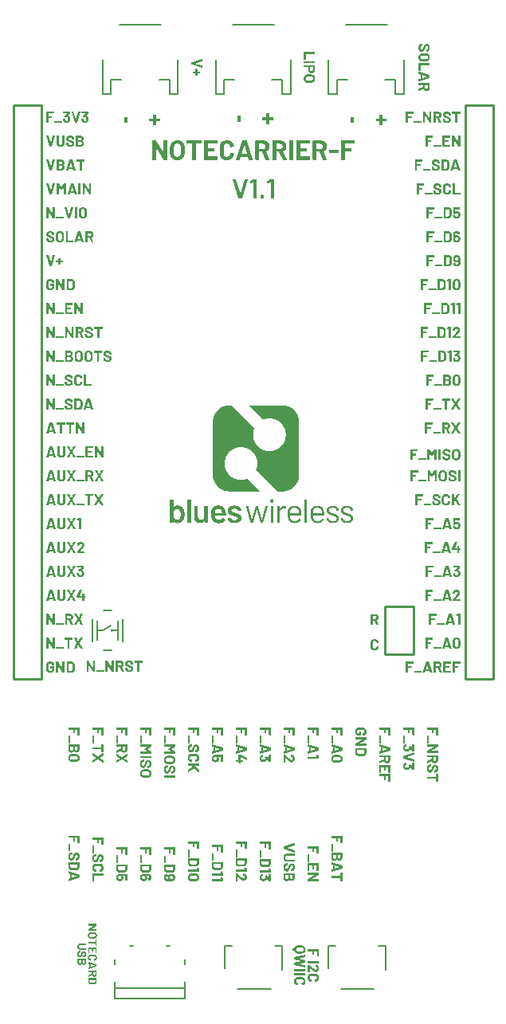
<source format=gto>
G04*
G04 #@! TF.GenerationSoftware,Altium Limited,Altium Designer,22.7.1 (60)*
G04*
G04 Layer_Color=65535*
%FSLAX25Y25*%
%MOIN*%
G70*
G04*
G04 #@! TF.SameCoordinates,24E4937F-31BC-4FDA-B361-D206D476748A*
G04*
G04*
G04 #@! TF.FilePolarity,Positive*
G04*
G01*
G75*
%ADD10C,0.00787*%
%ADD11C,0.01000*%
G36*
X112960Y245542D02*
X113536D01*
Y245470D01*
X113824D01*
Y245398D01*
X114112D01*
Y245326D01*
X114328D01*
Y245254D01*
X114616D01*
Y245182D01*
X114760D01*
Y245110D01*
X114976D01*
Y245038D01*
X115120D01*
Y244966D01*
X115264D01*
Y244894D01*
X115408D01*
Y244822D01*
X115552D01*
Y244750D01*
X115696D01*
Y244678D01*
X115840D01*
Y244606D01*
X115912D01*
Y244534D01*
X116056D01*
Y244462D01*
X116128D01*
Y244390D01*
X116272D01*
Y244318D01*
X116344D01*
Y244246D01*
X116416D01*
Y244174D01*
X116560D01*
Y244102D01*
X116632D01*
Y244030D01*
X116704D01*
Y243958D01*
X116776D01*
Y243886D01*
X116848D01*
Y243814D01*
X116920D01*
Y243742D01*
X116992D01*
Y243670D01*
X117064D01*
Y243598D01*
X117208D01*
Y243454D01*
X117280D01*
Y243382D01*
X117352D01*
Y243310D01*
X117424D01*
Y243238D01*
X117496D01*
Y243166D01*
X117568D01*
Y243094D01*
X117640D01*
Y243022D01*
X117712D01*
Y242878D01*
X117784D01*
Y242806D01*
X117856D01*
Y242662D01*
X117928D01*
Y242590D01*
X118000D01*
Y242518D01*
X118072D01*
Y242374D01*
X118144D01*
Y242230D01*
X118216D01*
Y242158D01*
X118288D01*
Y242014D01*
X118360D01*
Y241870D01*
X118432D01*
Y241726D01*
X118504D01*
Y241582D01*
X118576D01*
Y241438D01*
X118648D01*
Y241222D01*
X118720D01*
Y241006D01*
X118792D01*
Y240790D01*
X118864D01*
Y240574D01*
X118936D01*
Y240286D01*
X119008D01*
Y239926D01*
X119080D01*
Y239350D01*
X119152D01*
Y215806D01*
X119080D01*
Y215302D01*
X119008D01*
Y214942D01*
X118936D01*
Y214654D01*
X118864D01*
Y214438D01*
X118792D01*
Y214222D01*
X118720D01*
Y214006D01*
X118648D01*
Y213790D01*
X118576D01*
Y213646D01*
X118504D01*
Y213502D01*
X118432D01*
Y213358D01*
X118360D01*
Y213214D01*
X118288D01*
Y213070D01*
X118216D01*
Y212998D01*
X118144D01*
Y212854D01*
X118072D01*
Y212710D01*
X118000D01*
Y212638D01*
X117928D01*
Y212566D01*
X117856D01*
Y212422D01*
X117784D01*
Y212350D01*
X117712D01*
Y212278D01*
X117640D01*
Y212134D01*
X117568D01*
Y212062D01*
X117496D01*
Y211990D01*
X117424D01*
Y211918D01*
X117352D01*
Y211846D01*
X117280D01*
Y211774D01*
X117208D01*
Y211702D01*
X117136D01*
Y211558D01*
X116992D01*
Y211486D01*
X116920D01*
Y211414D01*
X116848D01*
Y211342D01*
X116776D01*
Y211270D01*
X116704D01*
Y211198D01*
X116632D01*
Y211126D01*
X116560D01*
Y211054D01*
X116416D01*
Y210982D01*
X116344D01*
Y210910D01*
X116272D01*
Y210838D01*
X116128D01*
Y210766D01*
X116056D01*
Y210694D01*
X115912D01*
Y210622D01*
X115840D01*
Y210550D01*
X115696D01*
Y210478D01*
X115552D01*
Y210406D01*
X115408D01*
Y210334D01*
X115264D01*
Y210262D01*
X115120D01*
Y210190D01*
X114976D01*
Y210118D01*
X114760D01*
Y210046D01*
X114544D01*
Y209974D01*
X114328D01*
Y209902D01*
X114112D01*
Y209830D01*
X113824D01*
Y209758D01*
X113464D01*
Y209686D01*
X112960D01*
Y209614D01*
X110080D01*
Y209686D01*
X110008D01*
Y209758D01*
X109936D01*
Y209830D01*
X109864D01*
Y209902D01*
X109792D01*
Y209974D01*
X109720D01*
Y210046D01*
X109648D01*
Y210118D01*
X109576D01*
Y210190D01*
X109504D01*
Y210262D01*
X109432D01*
Y210334D01*
X109360D01*
Y210406D01*
X109288D01*
Y210478D01*
X109216D01*
Y210550D01*
X109144D01*
Y210622D01*
X109072D01*
Y210694D01*
X109000D01*
Y210766D01*
X108928D01*
Y210838D01*
X108856D01*
Y210910D01*
X108784D01*
Y210982D01*
X108712D01*
Y211054D01*
X108640D01*
Y211126D01*
X108568D01*
Y211198D01*
X108496D01*
Y211270D01*
X108424D01*
Y211342D01*
X108352D01*
Y211414D01*
X108280D01*
Y211486D01*
X108208D01*
Y211558D01*
X108136D01*
Y211630D01*
X108064D01*
Y211702D01*
X107992D01*
Y211774D01*
X107920D01*
Y211846D01*
X107848D01*
Y211918D01*
X107776D01*
Y211990D01*
X107704D01*
Y212062D01*
X107632D01*
Y212134D01*
X107560D01*
Y212206D01*
X107488D01*
Y212278D01*
X107416D01*
Y212350D01*
X107344D01*
Y212422D01*
X107272D01*
Y212494D01*
X107200D01*
Y212566D01*
X107128D01*
Y212638D01*
X107056D01*
Y212710D01*
X106984D01*
Y212782D01*
X106912D01*
Y212854D01*
X106840D01*
Y212926D01*
X106768D01*
Y212998D01*
X106696D01*
Y213070D01*
X106624D01*
Y213142D01*
X106552D01*
Y213214D01*
X106480D01*
Y213286D01*
X106408D01*
Y213358D01*
X106336D01*
Y213430D01*
X106264D01*
Y213502D01*
X106192D01*
Y213574D01*
X106120D01*
Y213646D01*
X106048D01*
Y213718D01*
X105976D01*
Y213790D01*
X105904D01*
Y213862D01*
X105832D01*
Y213934D01*
X105760D01*
Y214006D01*
X105688D01*
Y214078D01*
X105616D01*
Y214150D01*
X105544D01*
Y214222D01*
X105472D01*
Y214294D01*
X105400D01*
Y214366D01*
X105328D01*
Y214438D01*
X105256D01*
Y214510D01*
X105184D01*
Y214582D01*
X105112D01*
Y214654D01*
X105040D01*
Y214726D01*
X104968D01*
Y214798D01*
X104896D01*
Y214870D01*
X104824D01*
Y214942D01*
X104752D01*
Y215014D01*
X104680D01*
Y215086D01*
X104608D01*
Y215158D01*
X104536D01*
Y215230D01*
X104464D01*
Y215302D01*
X104392D01*
Y215374D01*
X104320D01*
Y215446D01*
X104248D01*
Y215518D01*
X104176D01*
Y215590D01*
X104104D01*
Y215662D01*
X104032D01*
Y215734D01*
X103960D01*
Y215806D01*
X103888D01*
Y215878D01*
X103816D01*
Y215950D01*
X103744D01*
Y216022D01*
X103672D01*
Y216094D01*
X103600D01*
Y216166D01*
X103528D01*
Y216238D01*
X103456D01*
Y216310D01*
X103384D01*
Y216382D01*
X103312D01*
Y216454D01*
X103240D01*
Y216526D01*
X103168D01*
Y216598D01*
X103096D01*
Y216670D01*
X103024D01*
Y216742D01*
X102952D01*
Y216814D01*
X102880D01*
Y216886D01*
X102808D01*
Y216958D01*
X102736D01*
Y217030D01*
X102664D01*
Y217102D01*
X102592D01*
Y217174D01*
X102520D01*
Y217246D01*
X102448D01*
Y217318D01*
X102376D01*
Y217390D01*
X102304D01*
Y217462D01*
X102232D01*
Y217534D01*
X102160D01*
Y217606D01*
X102088D01*
Y217678D01*
X102016D01*
Y217750D01*
X101944D01*
Y217822D01*
X101872D01*
Y217894D01*
X101800D01*
Y217966D01*
X101728D01*
Y218038D01*
X101656D01*
Y218110D01*
X101584D01*
Y218182D01*
X101512D01*
Y218254D01*
X101440D01*
Y218326D01*
X101368D01*
Y218398D01*
X101296D01*
Y218470D01*
X101224D01*
Y218542D01*
X101152D01*
Y218614D01*
X101224D01*
Y218830D01*
X101296D01*
Y218974D01*
X101368D01*
Y219190D01*
X101440D01*
Y219478D01*
X101512D01*
Y219766D01*
X101584D01*
Y220126D01*
X101656D01*
Y220630D01*
X101728D01*
Y221926D01*
X101656D01*
Y222430D01*
X101584D01*
Y222790D01*
X101512D01*
Y223078D01*
X101440D01*
Y223366D01*
X101368D01*
Y223582D01*
X101296D01*
Y223726D01*
X101224D01*
Y223942D01*
X101152D01*
Y224086D01*
X101080D01*
Y224230D01*
X101008D01*
Y224374D01*
X100936D01*
Y224518D01*
X100864D01*
Y224662D01*
X100792D01*
Y224806D01*
X100720D01*
Y224878D01*
X100648D01*
Y225022D01*
X100576D01*
Y225094D01*
X100504D01*
Y225238D01*
X100432D01*
Y225310D01*
X100360D01*
Y225454D01*
X100288D01*
Y225526D01*
X100216D01*
Y225598D01*
X100144D01*
Y225670D01*
X100072D01*
Y225742D01*
X100000D01*
Y225814D01*
Y225886D01*
X99928D01*
Y225958D01*
X99856D01*
Y226030D01*
X99784D01*
Y226102D01*
X99712D01*
Y226174D01*
X99640D01*
Y226246D01*
X99568D01*
Y226318D01*
X99496D01*
Y226390D01*
X99424D01*
Y226462D01*
X99280D01*
Y226534D01*
X99208D01*
Y226606D01*
X99136D01*
Y226678D01*
X99064D01*
Y226750D01*
X98920D01*
Y226822D01*
X98848D01*
Y226894D01*
X98776D01*
Y226966D01*
X98632D01*
Y227038D01*
X98560D01*
Y227110D01*
X98416D01*
Y227182D01*
X98272D01*
Y227254D01*
X98200D01*
Y227326D01*
X98056D01*
Y227398D01*
X97912D01*
Y227470D01*
X97696D01*
Y227542D01*
X97552D01*
Y227614D01*
X97408D01*
Y227686D01*
X97192D01*
Y227758D01*
X96976D01*
Y227830D01*
X96760D01*
Y227902D01*
X96544D01*
Y227974D01*
X96184D01*
Y228046D01*
X95752D01*
Y228118D01*
X94024D01*
Y228046D01*
X93520D01*
Y227974D01*
X93232D01*
Y227902D01*
X93016D01*
Y227830D01*
X92728D01*
Y227758D01*
X92512D01*
Y227686D01*
X92296D01*
Y227614D01*
X92152D01*
Y227542D01*
X92008D01*
Y227470D01*
X91864D01*
Y227398D01*
X91648D01*
Y227326D01*
X91504D01*
Y227254D01*
X91432D01*
Y227182D01*
X91288D01*
Y227110D01*
X91144D01*
Y227038D01*
X91072D01*
Y226966D01*
X91000D01*
Y226894D01*
X90856D01*
Y226822D01*
X90784D01*
Y226750D01*
X90640D01*
Y226678D01*
X90568D01*
Y226606D01*
X90496D01*
Y226534D01*
X90424D01*
Y226462D01*
X90280D01*
Y226390D01*
X90208D01*
Y226318D01*
X90136D01*
Y226246D01*
X90064D01*
Y226174D01*
X89992D01*
Y226102D01*
X89920D01*
Y226030D01*
X89848D01*
Y225958D01*
X89776D01*
Y225886D01*
X89704D01*
Y225742D01*
X89632D01*
Y225670D01*
X89560D01*
Y225598D01*
X89488D01*
Y225526D01*
X89416D01*
Y225454D01*
X89344D01*
Y225310D01*
X89272D01*
Y225238D01*
X89200D01*
Y225094D01*
X89128D01*
Y225022D01*
X89056D01*
Y224878D01*
X88984D01*
Y224734D01*
X88912D01*
Y224662D01*
X88840D01*
Y224518D01*
X88768D01*
Y224374D01*
X88696D01*
Y224230D01*
X88624D01*
Y224086D01*
X88552D01*
Y223870D01*
X88480D01*
Y223654D01*
X88408D01*
Y223438D01*
X88336D01*
Y223294D01*
X88264D01*
Y223006D01*
X88192D01*
Y222718D01*
X88120D01*
Y222286D01*
X88048D01*
Y221566D01*
X87976D01*
Y220846D01*
X88048D01*
Y220198D01*
X88120D01*
Y219838D01*
X88192D01*
Y219550D01*
X88264D01*
Y219262D01*
X88336D01*
Y219046D01*
X88408D01*
Y218830D01*
X88480D01*
Y218686D01*
X88552D01*
Y218542D01*
X88624D01*
Y218326D01*
X88696D01*
Y218182D01*
X88768D01*
Y218038D01*
X88840D01*
Y217966D01*
X88912D01*
Y217822D01*
X88984D01*
Y217678D01*
X89056D01*
Y217606D01*
X89128D01*
Y217462D01*
X89200D01*
Y217390D01*
X89272D01*
Y217246D01*
X89344D01*
Y217174D01*
X89416D01*
Y217102D01*
X89488D01*
Y216958D01*
X89560D01*
Y216886D01*
X89632D01*
Y216814D01*
X89704D01*
Y216742D01*
X89776D01*
Y216670D01*
X89848D01*
Y216526D01*
X89920D01*
Y216454D01*
X89992D01*
Y216382D01*
X90136D01*
Y216310D01*
X90208D01*
Y216238D01*
X90280D01*
Y216166D01*
X90352D01*
Y216094D01*
X90424D01*
Y216022D01*
X90496D01*
Y215950D01*
X90568D01*
Y215878D01*
X90712D01*
Y215806D01*
X90784D01*
Y215734D01*
X90856D01*
Y215662D01*
X91000D01*
Y215590D01*
X91072D01*
Y215518D01*
X91216D01*
Y215446D01*
X91288D01*
Y215374D01*
X91432D01*
Y215302D01*
X91576D01*
Y215230D01*
X91648D01*
Y215158D01*
X91792D01*
Y215086D01*
X91936D01*
Y215014D01*
X92152D01*
Y214942D01*
X92296D01*
Y214870D01*
X92512D01*
Y214798D01*
X92728D01*
Y214726D01*
X92944D01*
Y214654D01*
X93160D01*
Y214582D01*
X93520D01*
Y214510D01*
X94024D01*
Y214438D01*
X95752D01*
Y214510D01*
X96184D01*
Y214582D01*
X96544D01*
Y214654D01*
X96832D01*
Y214726D01*
X97048D01*
Y214798D01*
X97264D01*
Y214870D01*
X97408D01*
Y214942D01*
X97552D01*
Y214870D01*
X97624D01*
Y214798D01*
X97696D01*
Y214726D01*
X97768D01*
Y214654D01*
X97840D01*
Y214582D01*
X97912D01*
Y214510D01*
X97984D01*
Y214438D01*
X98056D01*
Y214366D01*
X98128D01*
Y214294D01*
X98200D01*
Y214222D01*
X98272D01*
Y214150D01*
X98344D01*
Y214078D01*
X98416D01*
Y214006D01*
X98488D01*
Y213934D01*
X98560D01*
Y213862D01*
X98632D01*
Y213790D01*
X98704D01*
Y213718D01*
X98776D01*
Y213646D01*
X98848D01*
Y213574D01*
X98920D01*
Y213502D01*
X98992D01*
Y213430D01*
X99064D01*
Y213358D01*
X99136D01*
Y213286D01*
X99208D01*
Y213214D01*
X99280D01*
Y213142D01*
X99352D01*
Y213070D01*
X99424D01*
Y212998D01*
X99496D01*
Y212926D01*
X99568D01*
Y212854D01*
X99640D01*
Y212782D01*
X99712D01*
Y212710D01*
X99784D01*
Y212638D01*
X99856D01*
Y212566D01*
X99928D01*
Y212494D01*
X100000D01*
Y212422D01*
X100072D01*
Y212350D01*
X100144D01*
Y212278D01*
X100216D01*
Y212206D01*
X100288D01*
Y212134D01*
X100360D01*
Y212062D01*
X100432D01*
Y211990D01*
X100504D01*
Y211918D01*
X100576D01*
Y211846D01*
X100648D01*
Y211774D01*
X100720D01*
Y211702D01*
X100792D01*
Y211630D01*
X100864D01*
Y211558D01*
X100936D01*
Y211486D01*
X101008D01*
Y211414D01*
X101080D01*
Y211342D01*
X101152D01*
Y211270D01*
X101224D01*
Y211198D01*
X101296D01*
Y211126D01*
X101368D01*
Y211054D01*
X101440D01*
Y210982D01*
X101512D01*
Y210910D01*
X101584D01*
Y210838D01*
X101656D01*
Y210766D01*
X101728D01*
Y210694D01*
X101800D01*
Y210622D01*
X101872D01*
Y210550D01*
X101944D01*
Y210478D01*
X102016D01*
Y210406D01*
X102088D01*
Y210334D01*
X102160D01*
Y210262D01*
X102232D01*
Y210190D01*
X102304D01*
Y210118D01*
X102376D01*
Y210046D01*
X102448D01*
Y209974D01*
X102520D01*
Y209902D01*
X102592D01*
Y209830D01*
X102664D01*
Y209758D01*
X102736D01*
Y209686D01*
X102808D01*
Y209614D01*
X89344D01*
Y209686D01*
X88840D01*
Y209758D01*
X88480D01*
Y209830D01*
X88192D01*
Y209902D01*
X87976D01*
Y209974D01*
X87760D01*
Y210046D01*
X87544D01*
Y210118D01*
X87328D01*
Y210190D01*
X87184D01*
Y210262D01*
X87040D01*
Y210334D01*
X86896D01*
Y210406D01*
X86752D01*
Y210478D01*
X86608D01*
Y210550D01*
X86464D01*
Y210622D01*
X86392D01*
Y210694D01*
X86248D01*
Y210766D01*
X86176D01*
Y210838D01*
X86032D01*
Y210910D01*
X85960D01*
Y210982D01*
X85888D01*
Y211054D01*
X85744D01*
Y211126D01*
X85672D01*
Y211198D01*
X85600D01*
Y211270D01*
X85528D01*
Y211342D01*
X85456D01*
Y211414D01*
X85384D01*
Y211486D01*
X85312D01*
Y211558D01*
X85168D01*
Y211630D01*
X85096D01*
Y211702D01*
X85024D01*
Y211846D01*
X84952D01*
Y211918D01*
X84880D01*
Y211990D01*
X84808D01*
Y212062D01*
X84736D01*
Y212134D01*
X84664D01*
Y212206D01*
X84592D01*
Y212350D01*
X84520D01*
Y212422D01*
X84448D01*
Y212494D01*
X84376D01*
Y212638D01*
X84304D01*
Y212710D01*
X84232D01*
Y212854D01*
X84160D01*
Y212926D01*
X84088D01*
Y213070D01*
X84016D01*
Y213214D01*
X83944D01*
Y213358D01*
X83872D01*
Y213502D01*
X83800D01*
Y213646D01*
X83728D01*
Y213790D01*
X83656D01*
Y214006D01*
X83584D01*
Y214150D01*
X83512D01*
Y214366D01*
X83440D01*
Y214654D01*
X83368D01*
Y214942D01*
X83296D01*
Y215230D01*
X83224D01*
Y215734D01*
X83152D01*
Y239494D01*
X83224D01*
Y239998D01*
X83296D01*
Y240358D01*
X83368D01*
Y240574D01*
X83440D01*
Y240862D01*
X83512D01*
Y241078D01*
X83584D01*
Y241222D01*
X83656D01*
Y241438D01*
X83728D01*
Y241582D01*
X83800D01*
Y241726D01*
X83872D01*
Y241870D01*
X83944D01*
Y242014D01*
X84016D01*
Y242158D01*
X84088D01*
Y242230D01*
X84160D01*
Y242374D01*
X84232D01*
Y242518D01*
X84304D01*
Y242590D01*
X84376D01*
Y242734D01*
X84448D01*
Y242806D01*
X84520D01*
Y242878D01*
X84592D01*
Y243022D01*
X84664D01*
Y243094D01*
X84736D01*
Y243166D01*
X84808D01*
Y243238D01*
X84880D01*
Y243310D01*
X84952D01*
Y243382D01*
X85024D01*
Y243454D01*
X85096D01*
Y243598D01*
X85168D01*
Y243670D01*
X85240D01*
Y243742D01*
X85312D01*
Y243814D01*
X85456D01*
Y243886D01*
X85528D01*
Y243958D01*
X85600D01*
Y244030D01*
X85672D01*
Y244102D01*
X85744D01*
Y244174D01*
X85816D01*
Y244246D01*
X85960D01*
Y244318D01*
X86032D01*
Y244390D01*
X86176D01*
Y244462D01*
X86248D01*
Y244534D01*
X86392D01*
Y244606D01*
X86464D01*
Y244678D01*
X86608D01*
Y244750D01*
X86752D01*
Y244822D01*
X86896D01*
Y244894D01*
X87040D01*
Y244966D01*
X87184D01*
Y245038D01*
X87328D01*
Y245110D01*
X87544D01*
Y245182D01*
X87688D01*
Y245254D01*
X87976D01*
Y245326D01*
X88192D01*
Y245398D01*
X88480D01*
Y245470D01*
X88768D01*
Y245542D01*
X89344D01*
Y245614D01*
X90928D01*
Y245542D01*
X91000D01*
Y245470D01*
X91072D01*
Y245398D01*
X91144D01*
Y245326D01*
X91216D01*
Y245254D01*
X91288D01*
Y245182D01*
X91360D01*
Y245110D01*
X91432D01*
Y245038D01*
X91504D01*
Y244966D01*
X91576D01*
Y244894D01*
X91648D01*
Y244822D01*
X91720D01*
Y244750D01*
X91792D01*
Y244678D01*
X91864D01*
Y244606D01*
X91936D01*
Y244534D01*
X92008D01*
Y244462D01*
X92080D01*
Y244390D01*
X92152D01*
Y244318D01*
X92224D01*
Y244246D01*
X92296D01*
Y244174D01*
X92368D01*
Y244102D01*
X92440D01*
Y244030D01*
X92512D01*
Y243958D01*
X92584D01*
Y243886D01*
X92656D01*
Y243814D01*
X92728D01*
Y243742D01*
X92800D01*
Y243670D01*
X92872D01*
Y243598D01*
X92944D01*
Y243526D01*
X93016D01*
Y243454D01*
X93088D01*
Y243382D01*
X93160D01*
Y243310D01*
X93232D01*
Y243238D01*
X93304D01*
Y243166D01*
X93376D01*
Y243094D01*
X93448D01*
Y243022D01*
X93520D01*
Y242950D01*
X93592D01*
Y242878D01*
X93664D01*
Y242806D01*
X93736D01*
Y242734D01*
X93808D01*
Y242662D01*
X93880D01*
Y242590D01*
X93952D01*
Y242518D01*
X94024D01*
Y242446D01*
X94096D01*
Y242374D01*
X94168D01*
Y242302D01*
X94240D01*
Y242230D01*
X94312D01*
Y242158D01*
X94384D01*
Y242086D01*
X94456D01*
Y242014D01*
X94528D01*
Y241942D01*
X94600D01*
Y241870D01*
X94672D01*
Y241798D01*
X94744D01*
Y241726D01*
X94816D01*
Y241654D01*
X94888D01*
Y241582D01*
X94960D01*
Y241510D01*
X95032D01*
Y241438D01*
X95104D01*
Y241366D01*
X95176D01*
Y241294D01*
X95248D01*
Y241222D01*
X95320D01*
Y241150D01*
X95392D01*
Y241078D01*
X95464D01*
Y241006D01*
X95536D01*
Y240934D01*
X95608D01*
Y240862D01*
X95680D01*
Y240790D01*
X95752D01*
Y240718D01*
X95824D01*
Y240646D01*
X95896D01*
Y240574D01*
X95968D01*
Y240502D01*
X96040D01*
Y240430D01*
X96112D01*
Y240358D01*
X96184D01*
Y240286D01*
X96256D01*
Y240214D01*
X96328D01*
Y240142D01*
X96400D01*
Y240070D01*
X96472D01*
Y239998D01*
X96544D01*
Y239926D01*
X96616D01*
Y239854D01*
X96688D01*
Y239782D01*
X96760D01*
Y239710D01*
X96832D01*
Y239638D01*
X96904D01*
Y239566D01*
X96976D01*
Y239494D01*
X97048D01*
Y239422D01*
X97120D01*
Y239350D01*
X97192D01*
Y239278D01*
X97264D01*
Y239206D01*
X97336D01*
Y239134D01*
X97408D01*
Y239062D01*
X97480D01*
Y238990D01*
X97552D01*
Y238918D01*
X97624D01*
Y238846D01*
X97696D01*
Y238774D01*
X97768D01*
Y238702D01*
X97840D01*
Y238630D01*
X97912D01*
Y238558D01*
X97984D01*
Y238486D01*
X98056D01*
Y238414D01*
X98128D01*
Y238342D01*
X98200D01*
Y238270D01*
X98272D01*
Y238198D01*
X98344D01*
Y238126D01*
X98416D01*
Y238054D01*
X98488D01*
Y237982D01*
X98560D01*
Y237910D01*
X98632D01*
Y237838D01*
X98704D01*
Y237766D01*
X98776D01*
Y237694D01*
X98848D01*
Y237622D01*
X98920D01*
Y237550D01*
X98992D01*
Y237478D01*
X99064D01*
Y237406D01*
X99136D01*
Y237334D01*
X99208D01*
Y237262D01*
X99280D01*
Y237190D01*
X99352D01*
Y237118D01*
X99424D01*
Y237046D01*
X99496D01*
Y236974D01*
X99568D01*
Y236902D01*
X99640D01*
Y236830D01*
X99712D01*
Y236758D01*
X99784D01*
Y236686D01*
X99856D01*
Y236614D01*
X99928D01*
Y236542D01*
X100000D01*
Y236470D01*
X100072D01*
Y236398D01*
X100144D01*
Y236326D01*
X100216D01*
Y236254D01*
X100288D01*
Y236182D01*
X100360D01*
Y236110D01*
X100432D01*
Y235894D01*
X100360D01*
Y235678D01*
X100288D01*
Y235462D01*
X100216D01*
Y235246D01*
X100144D01*
Y235030D01*
X100072D01*
Y234670D01*
X100000D01*
Y234238D01*
X99928D01*
Y232438D01*
X100000D01*
Y231934D01*
X100072D01*
Y231646D01*
X100144D01*
Y231358D01*
X100216D01*
Y231142D01*
X100288D01*
Y230926D01*
X100360D01*
Y230782D01*
X100432D01*
Y230566D01*
X100504D01*
Y230422D01*
X100576D01*
Y230278D01*
X100648D01*
Y230134D01*
X100720D01*
Y229990D01*
X100792D01*
Y229846D01*
X100864D01*
Y229702D01*
X100936D01*
Y229630D01*
X101008D01*
Y229486D01*
X101080D01*
Y229414D01*
X101152D01*
Y229270D01*
X101224D01*
Y229198D01*
X101296D01*
Y229126D01*
X101368D01*
Y229054D01*
X101440D01*
Y228910D01*
X101512D01*
Y228838D01*
X101584D01*
Y228766D01*
X101656D01*
Y228694D01*
X101728D01*
Y228622D01*
X101800D01*
Y228550D01*
X101872D01*
Y228478D01*
X101944D01*
Y228406D01*
X102016D01*
Y228334D01*
X102088D01*
Y228262D01*
X102160D01*
Y228190D01*
X102232D01*
Y228118D01*
X102304D01*
Y228046D01*
X102376D01*
Y227974D01*
X102448D01*
Y227902D01*
X102592D01*
Y227830D01*
X102664D01*
Y227758D01*
X102808D01*
Y227686D01*
X102880D01*
Y227614D01*
X102952D01*
Y227542D01*
X103096D01*
Y227470D01*
X103168D01*
Y227398D01*
X103312D01*
Y227326D01*
X103456D01*
Y227254D01*
X103600D01*
Y227182D01*
X103744D01*
Y227110D01*
X103888D01*
Y227038D01*
X104032D01*
Y226966D01*
X104248D01*
Y226894D01*
X104392D01*
Y226822D01*
X104608D01*
Y226750D01*
X104824D01*
Y226678D01*
X105112D01*
Y226606D01*
X105400D01*
Y226534D01*
X105904D01*
Y226462D01*
X107560D01*
Y226534D01*
X107992D01*
Y226606D01*
X108352D01*
Y226678D01*
X108640D01*
Y226750D01*
X108856D01*
Y226822D01*
X109072D01*
Y226894D01*
X109288D01*
Y226966D01*
X109432D01*
Y227038D01*
X109576D01*
Y227110D01*
X109720D01*
Y227182D01*
X109936D01*
Y227254D01*
X110080D01*
Y227326D01*
X110152D01*
Y227398D01*
X110296D01*
Y227470D01*
X110440D01*
Y227542D01*
X110512D01*
Y227614D01*
X110656D01*
Y227686D01*
X110728D01*
Y227758D01*
X110872D01*
Y227830D01*
X110944D01*
Y227902D01*
X111016D01*
Y227974D01*
X111088D01*
Y228046D01*
X111232D01*
Y228118D01*
X111304D01*
Y228190D01*
X111376D01*
Y228262D01*
X111448D01*
Y228334D01*
X111520D01*
Y228406D01*
X111592D01*
Y228478D01*
X111664D01*
Y228550D01*
X111736D01*
Y228622D01*
X111808D01*
Y228694D01*
X111880D01*
Y228766D01*
X111952D01*
Y228838D01*
X112024D01*
Y228982D01*
X112096D01*
Y229054D01*
X112168D01*
Y229126D01*
X112240D01*
Y229198D01*
X112312D01*
Y229342D01*
X112384D01*
Y229414D01*
X112456D01*
Y229558D01*
X112528D01*
Y229630D01*
X112600D01*
Y229774D01*
X112672D01*
Y229918D01*
X112744D01*
Y229990D01*
X112816D01*
Y230134D01*
X112888D01*
Y230278D01*
X112960D01*
Y230422D01*
X113032D01*
Y230638D01*
X113104D01*
Y230782D01*
X113176D01*
Y230998D01*
X113248D01*
Y231214D01*
X113320D01*
Y231430D01*
X113392D01*
Y231718D01*
X113464D01*
Y232006D01*
X113536D01*
Y232510D01*
X113608D01*
Y234166D01*
X113536D01*
Y234598D01*
X113464D01*
Y234958D01*
X113392D01*
Y235246D01*
X113320D01*
Y235462D01*
X113248D01*
Y235678D01*
X113176D01*
Y235822D01*
X113104D01*
Y236038D01*
X113032D01*
Y236182D01*
X112960D01*
Y236326D01*
X112888D01*
Y236470D01*
X112816D01*
Y236614D01*
X112744D01*
Y236758D01*
X112672D01*
Y236830D01*
X112600D01*
Y236974D01*
X112528D01*
Y237046D01*
X112456D01*
Y237190D01*
X112384D01*
Y237262D01*
X112312D01*
Y237406D01*
X112240D01*
Y237478D01*
X112168D01*
Y237550D01*
X112096D01*
Y237694D01*
X112024D01*
Y237766D01*
X111952D01*
Y237838D01*
X111880D01*
Y237910D01*
X111808D01*
Y237982D01*
X111736D01*
Y238054D01*
X111664D01*
Y238126D01*
X111592D01*
Y238198D01*
X111520D01*
Y238270D01*
X111448D01*
Y238342D01*
X111376D01*
Y238414D01*
X111304D01*
Y238486D01*
X111232D01*
Y238558D01*
X111160D01*
Y238630D01*
X111088D01*
Y238702D01*
X110944D01*
Y238774D01*
X110872D01*
Y238846D01*
X110800D01*
Y238918D01*
X110656D01*
Y238990D01*
X110584D01*
Y239062D01*
X110440D01*
Y239134D01*
X110368D01*
Y239206D01*
X110224D01*
Y239278D01*
X110080D01*
Y239350D01*
X109936D01*
Y239422D01*
X109792D01*
Y239494D01*
X109648D01*
Y239566D01*
X109504D01*
Y239638D01*
X109360D01*
Y239710D01*
X109144D01*
Y239782D01*
X108928D01*
Y239854D01*
X108712D01*
Y239926D01*
X108496D01*
Y239998D01*
X108208D01*
Y240070D01*
X107776D01*
Y240142D01*
X105760D01*
Y240070D01*
X105328D01*
Y239998D01*
X105112D01*
Y239926D01*
X104824D01*
Y239854D01*
X104608D01*
Y239782D01*
X104392D01*
Y239710D01*
X104176D01*
Y239638D01*
X104104D01*
Y239710D01*
X104032D01*
Y239782D01*
X103960D01*
Y239854D01*
X103888D01*
Y239926D01*
X103816D01*
Y239998D01*
X103744D01*
Y240070D01*
X103672D01*
Y240142D01*
X103600D01*
Y240214D01*
X103528D01*
Y240286D01*
X103456D01*
Y240358D01*
X103384D01*
Y240430D01*
X103312D01*
Y240502D01*
X103240D01*
Y240574D01*
X103168D01*
Y240646D01*
X103096D01*
Y240718D01*
X103024D01*
Y240790D01*
X102952D01*
Y240862D01*
X102880D01*
Y240934D01*
X102808D01*
Y241006D01*
X102736D01*
Y241078D01*
X102664D01*
Y241150D01*
X102592D01*
Y241222D01*
X102520D01*
Y241294D01*
X102448D01*
Y241366D01*
X102376D01*
Y241438D01*
X102304D01*
Y241510D01*
X102232D01*
Y241582D01*
X102160D01*
Y241654D01*
X102088D01*
Y241726D01*
X102016D01*
Y241798D01*
X101944D01*
Y241870D01*
X101872D01*
Y241942D01*
X101800D01*
Y242014D01*
X101728D01*
Y242086D01*
X101656D01*
Y242158D01*
X101584D01*
Y242230D01*
X101512D01*
Y242302D01*
X101440D01*
Y242374D01*
X101368D01*
Y242446D01*
X101296D01*
Y242518D01*
X101224D01*
Y242590D01*
X101152D01*
Y242662D01*
X101080D01*
Y242734D01*
X101008D01*
Y242806D01*
X100936D01*
Y242878D01*
X100864D01*
Y242950D01*
X100792D01*
Y243022D01*
X100720D01*
Y243094D01*
X100648D01*
Y243166D01*
X100576D01*
Y243238D01*
X100504D01*
Y243310D01*
X100432D01*
Y243382D01*
X100360D01*
Y243454D01*
X100288D01*
Y243526D01*
X100216D01*
Y243598D01*
X100144D01*
Y243670D01*
X100072D01*
Y243742D01*
X100000D01*
Y243814D01*
X99928D01*
Y243886D01*
X99856D01*
Y243958D01*
X99784D01*
Y244030D01*
X99712D01*
Y244102D01*
X99640D01*
Y244174D01*
X99568D01*
Y244246D01*
X99496D01*
Y244318D01*
X99424D01*
Y244390D01*
X99352D01*
Y244462D01*
X99280D01*
Y244534D01*
X99208D01*
Y244606D01*
X99136D01*
Y244678D01*
X99064D01*
Y244750D01*
X98992D01*
Y244822D01*
X98920D01*
Y244894D01*
X98848D01*
Y244966D01*
X98776D01*
Y245038D01*
X98704D01*
Y245110D01*
X98632D01*
Y245182D01*
X98560D01*
Y245254D01*
X98488D01*
Y245326D01*
X98416D01*
Y245398D01*
X98344D01*
Y245470D01*
X98272D01*
Y245542D01*
X98200D01*
Y245614D01*
X112960D01*
Y245542D01*
D02*
G37*
G36*
X108000Y206333D02*
X108167D01*
Y206250D01*
X108250D01*
Y206167D01*
X108333D01*
Y206083D01*
X108417D01*
Y206000D01*
X108500D01*
Y205250D01*
X108417D01*
Y205167D01*
X108333D01*
Y205083D01*
X108250D01*
Y205000D01*
X108167D01*
Y204917D01*
X107917D01*
Y204833D01*
X107667D01*
Y204917D01*
X107417D01*
Y205000D01*
X107250D01*
Y205083D01*
X107167D01*
Y205167D01*
X107083D01*
Y205417D01*
X107000D01*
Y205917D01*
X107083D01*
Y206083D01*
X107167D01*
Y206167D01*
X107250D01*
Y206250D01*
X107333D01*
Y206333D01*
X107583D01*
Y206417D01*
X108000D01*
Y206333D01*
D02*
G37*
G36*
X113500Y203500D02*
X113667D01*
Y203417D01*
X113833D01*
Y203083D01*
X113750D01*
Y202750D01*
X113667D01*
Y202500D01*
X113417D01*
Y202583D01*
X112417D01*
Y202500D01*
X112167D01*
Y202417D01*
X112000D01*
Y202333D01*
X111833D01*
Y202250D01*
X111750D01*
Y202167D01*
X111667D01*
Y202083D01*
X111583D01*
Y202000D01*
X111500D01*
Y201917D01*
X111417D01*
Y201750D01*
X111333D01*
Y201667D01*
X111250D01*
Y201500D01*
X111167D01*
Y201167D01*
X111083D01*
Y196500D01*
X110167D01*
Y196583D01*
X110083D01*
Y200583D01*
Y200667D01*
Y203417D01*
X110167D01*
Y203500D01*
X110250D01*
Y203583D01*
X111000D01*
Y203500D01*
X111083D01*
Y202500D01*
X111167D01*
Y202583D01*
X111250D01*
Y202750D01*
X111333D01*
Y202833D01*
X111417D01*
Y202917D01*
X111500D01*
Y203000D01*
X111583D01*
Y203083D01*
X111667D01*
Y203167D01*
X111750D01*
Y203250D01*
X111833D01*
Y203333D01*
X112000D01*
Y203417D01*
X112167D01*
Y203500D01*
X112417D01*
Y203583D01*
X113500D01*
Y203500D01*
D02*
G37*
G36*
X139917D02*
X140250D01*
Y203417D01*
X140500D01*
Y203333D01*
X140667D01*
Y203250D01*
X140833D01*
Y203167D01*
X140917D01*
Y203083D01*
X141083D01*
Y203000D01*
X141167D01*
Y202917D01*
X141250D01*
Y202833D01*
X141333D01*
Y202750D01*
X141417D01*
Y202583D01*
X141500D01*
Y202500D01*
X141583D01*
Y202333D01*
X141667D01*
Y202000D01*
X141750D01*
Y201583D01*
X141667D01*
Y201500D01*
X140917D01*
Y201583D01*
X140833D01*
Y202000D01*
X140750D01*
Y202167D01*
X140667D01*
Y202250D01*
X140583D01*
Y202333D01*
X140500D01*
Y202417D01*
X140417D01*
Y202500D01*
X140333D01*
Y202583D01*
X140167D01*
Y202667D01*
X140000D01*
Y202750D01*
X139667D01*
Y202833D01*
X138667D01*
Y202750D01*
X138333D01*
Y202667D01*
X138167D01*
Y202583D01*
X138000D01*
Y202500D01*
X137917D01*
Y202417D01*
X137833D01*
Y202333D01*
X137750D01*
Y202250D01*
X137667D01*
Y202083D01*
X137583D01*
Y201417D01*
X137667D01*
Y201250D01*
X137750D01*
Y201167D01*
X137833D01*
Y201083D01*
X137917D01*
Y201000D01*
X138083D01*
Y200917D01*
X138250D01*
Y200833D01*
X138417D01*
Y200750D01*
X138583D01*
Y200667D01*
X138833D01*
Y200583D01*
X139083D01*
Y200500D01*
X139417D01*
Y200417D01*
X139667D01*
Y200333D01*
X139917D01*
Y200250D01*
X140167D01*
Y200167D01*
X140417D01*
Y200083D01*
X140583D01*
Y200000D01*
X140750D01*
Y199917D01*
X140917D01*
Y199833D01*
X141083D01*
Y199750D01*
X141167D01*
Y199667D01*
X141250D01*
Y199583D01*
X141333D01*
Y199500D01*
X141417D01*
Y199417D01*
X141500D01*
Y199333D01*
X141583D01*
Y199167D01*
X141667D01*
Y199000D01*
X141750D01*
Y198750D01*
X141833D01*
Y198083D01*
X141750D01*
Y197750D01*
X141667D01*
Y197583D01*
X141583D01*
Y197417D01*
X141500D01*
Y197333D01*
X141417D01*
Y197250D01*
X141333D01*
Y197083D01*
X141167D01*
Y197000D01*
X141083D01*
Y196917D01*
X140917D01*
Y196833D01*
X140833D01*
Y196750D01*
X140667D01*
Y196667D01*
X140417D01*
Y196583D01*
X140250D01*
Y196500D01*
X139833D01*
Y196417D01*
X138667D01*
Y196500D01*
X138250D01*
Y196583D01*
X138000D01*
Y196667D01*
X137750D01*
Y196750D01*
X137583D01*
Y196833D01*
X137417D01*
Y196917D01*
X137333D01*
Y197000D01*
X137250D01*
Y197083D01*
X137083D01*
Y197167D01*
X137000D01*
Y197250D01*
X136917D01*
Y197417D01*
X136833D01*
Y197500D01*
X136750D01*
Y197667D01*
X136667D01*
Y197917D01*
X136583D01*
Y198500D01*
X136667D01*
Y198583D01*
X137417D01*
Y198500D01*
X137500D01*
Y198083D01*
X137583D01*
Y197917D01*
X137667D01*
Y197750D01*
X137750D01*
Y197667D01*
X137833D01*
Y197583D01*
X137917D01*
Y197500D01*
X138083D01*
Y197417D01*
X138250D01*
Y197333D01*
X138417D01*
Y197250D01*
X138750D01*
Y197167D01*
X139750D01*
Y197250D01*
X140000D01*
Y197333D01*
X140167D01*
Y197417D01*
X140333D01*
Y197500D01*
X140500D01*
Y197583D01*
X140583D01*
Y197667D01*
X140667D01*
Y197833D01*
X140750D01*
Y198000D01*
X140833D01*
Y198667D01*
X140750D01*
Y198833D01*
X140667D01*
Y198917D01*
X140583D01*
Y199000D01*
X140500D01*
Y199083D01*
X140333D01*
Y199167D01*
X140167D01*
Y199250D01*
X140000D01*
Y199333D01*
X139833D01*
Y199417D01*
X139583D01*
Y199500D01*
X139250D01*
Y199583D01*
X139000D01*
Y199667D01*
X138750D01*
Y199750D01*
X138500D01*
Y199833D01*
X138250D01*
Y199917D01*
X138000D01*
Y200000D01*
X137833D01*
Y200083D01*
X137667D01*
Y200167D01*
X137500D01*
Y200250D01*
X137333D01*
Y200333D01*
X137250D01*
Y200417D01*
X137167D01*
Y200500D01*
X137083D01*
Y200583D01*
X137000D01*
Y200667D01*
X136917D01*
Y200750D01*
X136833D01*
Y200917D01*
X136750D01*
Y201083D01*
X136667D01*
Y202250D01*
X136750D01*
Y202417D01*
X136833D01*
Y202583D01*
X136917D01*
Y202750D01*
X137000D01*
Y202833D01*
X137083D01*
Y202917D01*
X137167D01*
Y203000D01*
X137250D01*
Y203083D01*
X137417D01*
Y203167D01*
X137500D01*
Y203250D01*
X137667D01*
Y203333D01*
X137833D01*
Y203417D01*
X138083D01*
Y203500D01*
X138417D01*
Y203583D01*
X139917D01*
Y203500D01*
D02*
G37*
G36*
X133917D02*
X134250D01*
Y203417D01*
X134500D01*
Y203333D01*
X134667D01*
Y203250D01*
X134833D01*
Y203167D01*
X135000D01*
Y203083D01*
X135083D01*
Y203000D01*
X135167D01*
Y202917D01*
X135250D01*
Y202833D01*
X135333D01*
Y202750D01*
X135417D01*
Y202667D01*
X135500D01*
Y202500D01*
X135583D01*
Y202333D01*
X135667D01*
Y202167D01*
X135750D01*
Y201583D01*
X135667D01*
Y201500D01*
X134917D01*
Y201583D01*
X134833D01*
Y202000D01*
X134750D01*
Y202167D01*
X134667D01*
Y202333D01*
X134583D01*
Y202417D01*
X134417D01*
Y202500D01*
X134333D01*
Y202583D01*
X134167D01*
Y202667D01*
X134000D01*
Y202750D01*
X133667D01*
Y202833D01*
X132667D01*
Y202750D01*
X132417D01*
Y202667D01*
X132167D01*
Y202583D01*
X132000D01*
Y202500D01*
X131917D01*
Y202417D01*
X131833D01*
Y202333D01*
X131750D01*
Y202250D01*
X131667D01*
Y202083D01*
X131583D01*
Y201417D01*
X131667D01*
Y201250D01*
X131750D01*
Y201167D01*
X131833D01*
Y201083D01*
X131917D01*
Y201000D01*
X132083D01*
Y200917D01*
X132250D01*
Y200833D01*
X132417D01*
Y200750D01*
X132667D01*
Y200667D01*
X132833D01*
Y200583D01*
X133167D01*
Y200500D01*
X133417D01*
Y200417D01*
X133667D01*
Y200333D01*
X133917D01*
Y200250D01*
X134167D01*
Y200167D01*
X134417D01*
Y200083D01*
X134667D01*
Y200000D01*
X134833D01*
Y199917D01*
X134917D01*
Y199833D01*
X135083D01*
Y199750D01*
X135167D01*
Y199667D01*
X135333D01*
Y199583D01*
X135417D01*
Y199500D01*
X135500D01*
Y199333D01*
X135583D01*
Y199250D01*
X135667D01*
Y199083D01*
X135750D01*
Y198833D01*
X135833D01*
Y197917D01*
X135750D01*
Y197667D01*
X135667D01*
Y197500D01*
X135583D01*
Y197417D01*
X135500D01*
Y197250D01*
X135417D01*
Y197167D01*
X135333D01*
Y197083D01*
X135250D01*
Y197000D01*
X135083D01*
Y196917D01*
X135000D01*
Y196833D01*
X134833D01*
Y196750D01*
X134667D01*
Y196667D01*
X134500D01*
Y196583D01*
X134250D01*
Y196500D01*
X133833D01*
Y196417D01*
X132750D01*
Y196500D01*
X132250D01*
Y196583D01*
X132000D01*
Y196667D01*
X131750D01*
Y196750D01*
X131583D01*
Y196833D01*
X131500D01*
Y196917D01*
X131333D01*
Y197000D01*
X131250D01*
Y197083D01*
X131167D01*
Y197167D01*
X131083D01*
Y197250D01*
X131000D01*
Y197333D01*
X130917D01*
Y197417D01*
X130833D01*
Y197583D01*
X130750D01*
Y197750D01*
X130667D01*
Y198083D01*
X130583D01*
Y198500D01*
X130667D01*
Y198583D01*
X131500D01*
Y198250D01*
X131583D01*
Y197917D01*
X131667D01*
Y197833D01*
X131750D01*
Y197667D01*
X131833D01*
Y197583D01*
X132000D01*
Y197500D01*
X132083D01*
Y197417D01*
X132250D01*
Y197333D01*
X132417D01*
Y197250D01*
X132750D01*
Y197167D01*
X133750D01*
Y197250D01*
X134000D01*
Y197333D01*
X134250D01*
Y197417D01*
X134417D01*
Y197500D01*
X134500D01*
Y197583D01*
X134583D01*
Y197667D01*
X134667D01*
Y197750D01*
X134750D01*
Y197917D01*
X134833D01*
Y198250D01*
X134917D01*
Y198417D01*
X134833D01*
Y198750D01*
X134750D01*
Y198833D01*
X134667D01*
Y198917D01*
X134583D01*
Y199000D01*
X134500D01*
Y199083D01*
X134417D01*
Y199167D01*
X134250D01*
Y199250D01*
X134083D01*
Y199333D01*
X133833D01*
Y199417D01*
X133583D01*
Y199500D01*
X133333D01*
Y199583D01*
X133000D01*
Y199667D01*
X132750D01*
Y199750D01*
X132500D01*
Y199833D01*
X132250D01*
Y199917D01*
X132083D01*
Y200000D01*
X131833D01*
Y200083D01*
X131667D01*
Y200167D01*
X131500D01*
Y200250D01*
X131417D01*
Y200333D01*
X131250D01*
Y200417D01*
X131167D01*
Y200500D01*
X131083D01*
Y200583D01*
X131000D01*
Y200667D01*
X130917D01*
Y200833D01*
X130833D01*
Y201000D01*
X130750D01*
Y201250D01*
X130667D01*
Y202167D01*
X130750D01*
Y202417D01*
X130833D01*
Y202583D01*
X130917D01*
Y202667D01*
X131000D01*
Y202833D01*
X131083D01*
Y202917D01*
X131167D01*
Y203000D01*
X131250D01*
Y203083D01*
X131417D01*
Y203167D01*
X131583D01*
Y203250D01*
X131667D01*
Y203333D01*
X131917D01*
Y203417D01*
X132083D01*
Y203500D01*
X132417D01*
Y203583D01*
X133917D01*
Y203500D01*
D02*
G37*
G36*
X92333Y203667D02*
X93000D01*
Y203583D01*
X93333D01*
Y203500D01*
X93500D01*
Y203417D01*
X93750D01*
Y203333D01*
X93917D01*
Y203250D01*
X94000D01*
Y203167D01*
X94167D01*
Y203083D01*
X94250D01*
Y203000D01*
X94333D01*
Y202917D01*
X94417D01*
Y202833D01*
X94500D01*
Y202750D01*
X94583D01*
Y202667D01*
X94667D01*
Y202500D01*
X94750D01*
Y202333D01*
X94833D01*
Y202083D01*
X94917D01*
Y201500D01*
X94833D01*
Y201417D01*
X93500D01*
Y201500D01*
X93417D01*
Y201833D01*
X93333D01*
Y202000D01*
X93250D01*
Y202083D01*
X93167D01*
Y202167D01*
X93000D01*
Y202250D01*
X92833D01*
Y202333D01*
X92667D01*
Y202417D01*
X91583D01*
Y202333D01*
X91333D01*
Y202250D01*
X91167D01*
Y202167D01*
X91083D01*
Y202083D01*
X91000D01*
Y202000D01*
X90917D01*
Y201833D01*
X90833D01*
Y201500D01*
X90917D01*
Y201333D01*
X91000D01*
Y201250D01*
X91083D01*
Y201167D01*
X91250D01*
Y201083D01*
X91500D01*
Y201000D01*
X91667D01*
Y200917D01*
X91917D01*
Y200833D01*
X92250D01*
Y200750D01*
X92500D01*
Y200667D01*
X92750D01*
Y200583D01*
X93083D01*
Y200500D01*
X93250D01*
Y200417D01*
X93500D01*
Y200333D01*
X93667D01*
Y200250D01*
X93917D01*
Y200167D01*
X94000D01*
Y200083D01*
X94167D01*
Y200000D01*
X94333D01*
Y199917D01*
X94417D01*
Y199833D01*
X94500D01*
Y199750D01*
X94583D01*
Y199667D01*
X94667D01*
Y199583D01*
X94750D01*
Y199417D01*
X94833D01*
Y199333D01*
X94917D01*
Y199083D01*
X95000D01*
Y197917D01*
X94917D01*
Y197667D01*
X94833D01*
Y197500D01*
X94750D01*
Y197417D01*
X94667D01*
Y197333D01*
X94583D01*
Y197167D01*
X94500D01*
Y197083D01*
X94333D01*
Y197000D01*
X94250D01*
Y196917D01*
X94083D01*
Y196833D01*
X93917D01*
Y196750D01*
X93833D01*
Y196667D01*
X93583D01*
Y196583D01*
X93333D01*
Y196500D01*
X93000D01*
Y196417D01*
X91333D01*
Y196500D01*
X91000D01*
Y196583D01*
X90667D01*
Y196667D01*
X90500D01*
Y196750D01*
X90333D01*
Y196833D01*
X90167D01*
Y196917D01*
X90000D01*
Y197000D01*
X89917D01*
Y197083D01*
X89833D01*
Y197167D01*
X89750D01*
Y197250D01*
X89667D01*
Y197333D01*
X89583D01*
Y197417D01*
X89500D01*
Y197583D01*
X89417D01*
Y197750D01*
X89333D01*
Y198000D01*
X89250D01*
Y198667D01*
X90750D01*
Y198500D01*
X90833D01*
Y198167D01*
X90917D01*
Y198083D01*
X91000D01*
Y198000D01*
X91083D01*
Y197917D01*
X91167D01*
Y197833D01*
X91333D01*
Y197750D01*
X91500D01*
Y197667D01*
X91917D01*
Y197583D01*
X92417D01*
Y197667D01*
X92750D01*
Y197750D01*
X93000D01*
Y197833D01*
X93083D01*
Y197917D01*
X93250D01*
Y198083D01*
X93333D01*
Y198250D01*
X93417D01*
Y198667D01*
X93333D01*
Y198750D01*
X93250D01*
Y198833D01*
X93167D01*
Y198917D01*
X93000D01*
Y199000D01*
X92833D01*
Y199083D01*
X92583D01*
Y199167D01*
X92333D01*
Y199250D01*
X92083D01*
Y199333D01*
X91833D01*
Y199417D01*
X91500D01*
Y199500D01*
X91250D01*
Y199583D01*
X91000D01*
Y199667D01*
X90833D01*
Y199750D01*
X90667D01*
Y199833D01*
X90417D01*
Y199917D01*
X90333D01*
Y200000D01*
X90167D01*
Y200083D01*
X90000D01*
Y200167D01*
X89917D01*
Y200250D01*
X89833D01*
Y200333D01*
X89750D01*
Y200417D01*
X89667D01*
Y200500D01*
X89583D01*
Y200667D01*
X89500D01*
Y200833D01*
X89417D01*
Y201000D01*
X89333D01*
Y202167D01*
X89417D01*
Y202333D01*
X89500D01*
Y202500D01*
X89583D01*
Y202667D01*
X89667D01*
Y202750D01*
X89750D01*
Y202917D01*
X89833D01*
Y203000D01*
X90000D01*
Y203083D01*
X90083D01*
Y203167D01*
X90167D01*
Y203250D01*
X90333D01*
Y203333D01*
X90500D01*
Y203417D01*
X90667D01*
Y203500D01*
X90917D01*
Y203583D01*
X91167D01*
Y203667D01*
X91750D01*
Y203750D01*
X92333D01*
Y203667D01*
D02*
G37*
G36*
X105333Y203500D02*
X106083D01*
Y203250D01*
X106000D01*
Y203000D01*
X105917D01*
Y202750D01*
X105833D01*
Y202417D01*
X105750D01*
Y202167D01*
X105667D01*
Y201833D01*
X105583D01*
Y201583D01*
X105500D01*
Y201333D01*
X105417D01*
Y201000D01*
X105333D01*
Y200750D01*
X105250D01*
Y200500D01*
X105167D01*
Y200167D01*
X105083D01*
Y199917D01*
X105000D01*
Y199583D01*
X104917D01*
Y199333D01*
X104833D01*
Y199083D01*
X104750D01*
Y198750D01*
X104667D01*
Y198500D01*
X104583D01*
Y198250D01*
X104500D01*
Y197917D01*
X104417D01*
Y197667D01*
X104333D01*
Y197333D01*
X104250D01*
Y197083D01*
X104167D01*
Y197000D01*
Y196833D01*
X104083D01*
Y196583D01*
X104000D01*
Y196500D01*
X103083D01*
Y196583D01*
X103000D01*
Y196917D01*
X102917D01*
Y197167D01*
X102833D01*
Y197417D01*
X102750D01*
Y197750D01*
X102667D01*
Y198000D01*
X102583D01*
Y198333D01*
X102500D01*
Y198583D01*
X102417D01*
Y198917D01*
X102333D01*
Y199167D01*
X102250D01*
Y199417D01*
X102167D01*
Y199750D01*
X102083D01*
Y200000D01*
X102000D01*
Y200333D01*
X101917D01*
Y200583D01*
X101833D01*
Y200917D01*
X101750D01*
Y201167D01*
X101667D01*
Y201500D01*
X101583D01*
Y201750D01*
X101500D01*
Y201833D01*
X101417D01*
Y201667D01*
X101333D01*
Y201417D01*
X101250D01*
Y201083D01*
X101167D01*
Y200833D01*
X101083D01*
Y200500D01*
X101000D01*
Y200250D01*
X100917D01*
Y199917D01*
X100833D01*
Y199667D01*
X100750D01*
Y199333D01*
X100667D01*
Y199000D01*
X100583D01*
Y198750D01*
X100500D01*
Y198417D01*
X100417D01*
Y198167D01*
X100333D01*
Y197833D01*
X100250D01*
Y197583D01*
X100167D01*
Y197250D01*
X100083D01*
Y197000D01*
X100000D01*
Y196667D01*
X99917D01*
Y196500D01*
X98917D01*
Y196667D01*
X98833D01*
Y197000D01*
X98750D01*
Y197250D01*
X98667D01*
Y197500D01*
X98583D01*
Y197833D01*
X98500D01*
Y198083D01*
X98417D01*
Y198417D01*
X98333D01*
Y198667D01*
X98250D01*
Y199000D01*
X98167D01*
Y199250D01*
X98083D01*
Y199500D01*
X98000D01*
Y199833D01*
X97917D01*
Y200083D01*
X97833D01*
Y200417D01*
X97750D01*
Y200667D01*
X97667D01*
Y201000D01*
X97583D01*
Y201250D01*
X97500D01*
Y201500D01*
X97417D01*
Y201833D01*
X97333D01*
Y202083D01*
X97250D01*
Y202417D01*
X97167D01*
Y202667D01*
X97083D01*
Y203000D01*
X97000D01*
Y203250D01*
X96917D01*
Y203500D01*
X97000D01*
Y203583D01*
X97750D01*
Y203500D01*
X97917D01*
Y203167D01*
X98000D01*
Y202833D01*
X98083D01*
Y202583D01*
X98167D01*
Y202250D01*
X98250D01*
Y201917D01*
X98333D01*
Y201583D01*
X98417D01*
Y201333D01*
X98500D01*
Y201000D01*
X98583D01*
Y200667D01*
X98667D01*
Y200417D01*
X98750D01*
Y200083D01*
X98833D01*
Y199750D01*
X98917D01*
Y199417D01*
X99000D01*
Y199167D01*
X99083D01*
Y198833D01*
X99167D01*
Y198500D01*
X99250D01*
Y198250D01*
X99333D01*
Y197917D01*
X99500D01*
Y198167D01*
X99583D01*
Y198500D01*
X99667D01*
Y198750D01*
X99750D01*
Y199083D01*
X99833D01*
Y199417D01*
X99917D01*
Y199667D01*
X100000D01*
Y200000D01*
X100083D01*
Y200333D01*
X100167D01*
Y200583D01*
X100250D01*
Y200917D01*
X100333D01*
Y201167D01*
X100417D01*
Y201500D01*
X100500D01*
Y201833D01*
X100583D01*
Y202083D01*
X100667D01*
Y202417D01*
X100750D01*
Y202750D01*
X100833D01*
Y203000D01*
X100917D01*
Y203333D01*
X101000D01*
Y203500D01*
X101083D01*
Y203583D01*
X101833D01*
Y203500D01*
X101917D01*
Y203333D01*
X102000D01*
Y203083D01*
X102083D01*
Y202750D01*
X102167D01*
Y202417D01*
X102250D01*
Y202167D01*
X102333D01*
Y201833D01*
X102417D01*
Y201583D01*
X102500D01*
Y201250D01*
X102583D01*
Y200917D01*
X102667D01*
Y200667D01*
X102750D01*
Y200333D01*
X102833D01*
Y200083D01*
X102917D01*
Y199750D01*
X103000D01*
Y199417D01*
X103083D01*
Y199167D01*
X103167D01*
Y198833D01*
X103250D01*
Y198500D01*
X103333D01*
Y198250D01*
X103417D01*
Y197917D01*
X103583D01*
Y198083D01*
X103667D01*
Y198417D01*
X103750D01*
Y198750D01*
X103833D01*
Y199000D01*
X103917D01*
Y199333D01*
X104000D01*
Y199583D01*
X104083D01*
Y199917D01*
X104167D01*
Y200250D01*
X104250D01*
Y200500D01*
X104333D01*
Y200833D01*
X104417D01*
Y201083D01*
X104500D01*
Y201417D01*
X104583D01*
Y201750D01*
X104667D01*
Y202000D01*
X104750D01*
Y202333D01*
X104833D01*
Y202583D01*
X104917D01*
Y202917D01*
X105000D01*
Y203250D01*
X105083D01*
Y203500D01*
X105250D01*
Y203583D01*
X105333D01*
Y203500D01*
D02*
G37*
G36*
X81000Y203583D02*
X81083D01*
Y203500D01*
X81167D01*
Y196583D01*
X81083D01*
Y196500D01*
X79583D01*
Y197083D01*
X79417D01*
Y197000D01*
X79333D01*
Y196917D01*
X79250D01*
Y196833D01*
X79083D01*
Y196750D01*
X79000D01*
Y196667D01*
X78833D01*
Y196583D01*
X78667D01*
Y196500D01*
X78417D01*
Y196417D01*
X77000D01*
Y196500D01*
X76750D01*
Y196583D01*
X76500D01*
Y196667D01*
X76333D01*
Y196750D01*
X76250D01*
Y196833D01*
X76083D01*
Y196917D01*
X76000D01*
Y197000D01*
X75917D01*
Y197083D01*
X75833D01*
Y197167D01*
X75750D01*
Y197250D01*
X75667D01*
Y197333D01*
X75583D01*
Y197500D01*
X75500D01*
Y197667D01*
X75417D01*
Y197833D01*
X75333D01*
Y198083D01*
X75250D01*
Y199583D01*
Y199667D01*
Y203583D01*
X75417D01*
Y203667D01*
X76667D01*
Y203583D01*
X76833D01*
Y198833D01*
X76917D01*
Y198583D01*
X77000D01*
Y198417D01*
X77083D01*
Y198250D01*
X77167D01*
Y198167D01*
X77250D01*
Y198083D01*
X77333D01*
Y198000D01*
X77417D01*
Y197917D01*
X77583D01*
Y197833D01*
X77833D01*
Y197750D01*
X78500D01*
Y197833D01*
X78750D01*
Y197917D01*
X78917D01*
Y198000D01*
X79000D01*
Y198083D01*
X79083D01*
Y198167D01*
X79167D01*
Y198250D01*
X79250D01*
Y198333D01*
X79333D01*
Y198500D01*
X79417D01*
Y198667D01*
X79500D01*
Y203417D01*
X79583D01*
Y203583D01*
X79667D01*
Y203667D01*
X81000D01*
Y203583D01*
D02*
G37*
G36*
X122417Y206167D02*
X122500D01*
Y201833D01*
Y201750D01*
Y196583D01*
X122417D01*
Y196500D01*
X121500D01*
Y206250D01*
X122417D01*
Y206167D01*
D02*
G37*
G36*
X108167Y203500D02*
X108250D01*
Y199500D01*
Y199417D01*
Y196583D01*
X108167D01*
Y196500D01*
X107250D01*
Y203500D01*
X107333D01*
Y203583D01*
X108167D01*
Y203500D01*
D02*
G37*
G36*
X73917Y206167D02*
X74000D01*
Y196500D01*
X72417D01*
Y206250D01*
X73917D01*
Y206167D01*
D02*
G37*
G36*
X127417Y203583D02*
X127750D01*
Y203500D01*
X128000D01*
Y203417D01*
X128167D01*
Y203333D01*
X128333D01*
Y203250D01*
X128500D01*
Y203167D01*
X128583D01*
Y203083D01*
X128667D01*
Y203000D01*
X128750D01*
Y202917D01*
X128833D01*
Y202833D01*
X128917D01*
Y202750D01*
X129000D01*
Y202667D01*
X129083D01*
Y202500D01*
X129167D01*
Y202333D01*
X129250D01*
Y202167D01*
X129333D01*
Y202000D01*
X129417D01*
Y201750D01*
X129500D01*
Y201333D01*
X129583D01*
Y199667D01*
X124917D01*
Y198833D01*
X125000D01*
Y198417D01*
X125083D01*
Y198250D01*
X125167D01*
Y198083D01*
X125250D01*
Y197917D01*
X125333D01*
Y197833D01*
X125417D01*
Y197750D01*
X125500D01*
Y197667D01*
X125583D01*
Y197583D01*
X125750D01*
Y197500D01*
X125917D01*
Y197417D01*
X126083D01*
Y197333D01*
X126333D01*
Y197250D01*
X127500D01*
Y197333D01*
X127750D01*
Y197417D01*
X127917D01*
Y197500D01*
X128083D01*
Y197583D01*
X128167D01*
Y197667D01*
X128250D01*
Y197750D01*
X128333D01*
Y197833D01*
X128417D01*
Y197917D01*
X128500D01*
Y198000D01*
X128583D01*
Y198167D01*
X128667D01*
Y198250D01*
X128750D01*
Y198333D01*
X128917D01*
Y198250D01*
X129000D01*
Y198167D01*
X129167D01*
Y198083D01*
X129333D01*
Y198000D01*
X129417D01*
Y197917D01*
X129500D01*
Y197750D01*
X129417D01*
Y197667D01*
X129333D01*
Y197500D01*
X129250D01*
Y197417D01*
X129167D01*
Y197333D01*
X129083D01*
Y197250D01*
X129000D01*
Y197167D01*
X128917D01*
Y197083D01*
X128833D01*
Y197000D01*
X128750D01*
Y196917D01*
X128667D01*
Y196833D01*
X128500D01*
Y196750D01*
X128333D01*
Y196667D01*
X128167D01*
Y196583D01*
X127917D01*
Y196500D01*
X127667D01*
Y196417D01*
X126917D01*
Y196333D01*
X126750D01*
Y196417D01*
X126083D01*
Y196500D01*
X125750D01*
Y196583D01*
X125583D01*
Y196667D01*
X125417D01*
Y196750D01*
X125250D01*
Y196833D01*
X125083D01*
Y196917D01*
X125000D01*
Y197000D01*
X124917D01*
Y197083D01*
X124833D01*
Y197167D01*
X124750D01*
Y197250D01*
X124667D01*
Y197333D01*
X124583D01*
Y197500D01*
X124500D01*
Y197583D01*
X124417D01*
Y197750D01*
X124333D01*
Y197917D01*
X124250D01*
Y198083D01*
X124167D01*
Y198417D01*
X124083D01*
Y198833D01*
X124000D01*
Y199500D01*
X123917D01*
Y200667D01*
X124000D01*
Y201500D01*
X124083D01*
Y201833D01*
X124167D01*
Y202083D01*
X124250D01*
Y202250D01*
X124333D01*
Y202417D01*
X124417D01*
Y202500D01*
X124500D01*
Y202583D01*
X124583D01*
Y202750D01*
X124667D01*
Y202833D01*
X124750D01*
Y202917D01*
X124833D01*
Y203000D01*
X124917D01*
Y203083D01*
X125000D01*
Y203167D01*
X125167D01*
Y203250D01*
X125333D01*
Y203333D01*
X125417D01*
Y203417D01*
X125667D01*
Y203500D01*
X125917D01*
Y203583D01*
X126250D01*
Y203667D01*
X127417D01*
Y203583D01*
D02*
G37*
G36*
X117833D02*
X118167D01*
Y203500D01*
X118417D01*
Y203417D01*
X118583D01*
Y203333D01*
X118750D01*
Y203250D01*
X118917D01*
Y203167D01*
X119000D01*
Y203083D01*
X119083D01*
Y203000D01*
X119167D01*
Y202917D01*
X119250D01*
Y202833D01*
X119333D01*
Y202750D01*
X119417D01*
Y202667D01*
X119500D01*
Y202500D01*
X119583D01*
Y202333D01*
X119667D01*
Y202250D01*
X119750D01*
Y202000D01*
X119833D01*
Y201833D01*
X119917D01*
Y201417D01*
X120000D01*
Y200500D01*
X120083D01*
Y199750D01*
X120000D01*
Y199667D01*
X115333D01*
Y198917D01*
X115417D01*
Y198417D01*
X115500D01*
Y198250D01*
X115583D01*
Y198083D01*
X115667D01*
Y198000D01*
X115750D01*
Y197833D01*
X115833D01*
Y197750D01*
X115917D01*
Y197667D01*
X116000D01*
Y197583D01*
X116167D01*
Y197500D01*
X116333D01*
Y197417D01*
X116500D01*
Y197333D01*
X116750D01*
Y197250D01*
X117917D01*
Y197333D01*
X118167D01*
Y197417D01*
X118333D01*
Y197500D01*
X118500D01*
Y197583D01*
X118583D01*
Y197667D01*
X118750D01*
Y197750D01*
X118833D01*
Y197917D01*
X118917D01*
Y198000D01*
X119000D01*
Y198083D01*
X119083D01*
Y198250D01*
X119167D01*
Y198333D01*
X119333D01*
Y198250D01*
X119417D01*
Y198167D01*
X119583D01*
Y198083D01*
X119750D01*
Y198000D01*
X119833D01*
Y197917D01*
X119917D01*
Y197750D01*
X119833D01*
Y197667D01*
X119750D01*
Y197500D01*
X119667D01*
Y197417D01*
X119583D01*
Y197333D01*
X119500D01*
Y197167D01*
X119417D01*
Y197083D01*
X119250D01*
Y197000D01*
X119167D01*
Y196917D01*
X119083D01*
Y196833D01*
X118917D01*
Y196750D01*
X118750D01*
Y196667D01*
X118583D01*
Y196583D01*
X118333D01*
Y196500D01*
X118083D01*
Y196417D01*
X117417D01*
Y196333D01*
X117167D01*
Y196417D01*
X116500D01*
Y196500D01*
X116250D01*
Y196583D01*
X116000D01*
Y196667D01*
X115833D01*
Y196750D01*
X115667D01*
Y196833D01*
X115583D01*
Y196917D01*
X115417D01*
Y197000D01*
X115333D01*
Y197083D01*
X115250D01*
Y197167D01*
X115167D01*
Y197250D01*
X115083D01*
Y197333D01*
X115000D01*
Y197500D01*
X114917D01*
Y197583D01*
X114833D01*
Y197750D01*
X114750D01*
Y197917D01*
X114667D01*
Y198167D01*
X114583D01*
Y198500D01*
X114500D01*
Y198917D01*
X114417D01*
Y201417D01*
X114500D01*
Y201750D01*
X114583D01*
Y202000D01*
X114667D01*
Y202167D01*
X114750D01*
Y202333D01*
X114833D01*
Y202500D01*
X114917D01*
Y202583D01*
X115000D01*
Y202750D01*
X115083D01*
Y202833D01*
X115167D01*
Y202917D01*
X115250D01*
Y203000D01*
X115333D01*
Y203083D01*
X115500D01*
Y203167D01*
X115583D01*
Y203250D01*
X115750D01*
Y203333D01*
X115917D01*
Y203417D01*
X116083D01*
Y203500D01*
X116333D01*
Y203583D01*
X116667D01*
Y203667D01*
X117833D01*
Y203583D01*
D02*
G37*
G36*
X85917Y203667D02*
X86417D01*
Y203583D01*
X86667D01*
Y203500D01*
X86917D01*
Y203417D01*
X87083D01*
Y203333D01*
X87167D01*
Y203250D01*
X87333D01*
Y203167D01*
X87417D01*
Y203083D01*
X87500D01*
Y203000D01*
X87583D01*
Y202917D01*
X87667D01*
Y202833D01*
X87750D01*
Y202750D01*
X87833D01*
Y202667D01*
X87917D01*
Y202500D01*
X88000D01*
Y202417D01*
X88083D01*
Y202250D01*
X88167D01*
Y202000D01*
X88250D01*
Y201833D01*
X88333D01*
Y201500D01*
X88417D01*
Y201167D01*
X88500D01*
Y200500D01*
X88583D01*
Y199667D01*
X88500D01*
Y199500D01*
X84000D01*
Y199417D01*
X83917D01*
Y199083D01*
X84000D01*
Y198833D01*
X84083D01*
Y198583D01*
X84167D01*
Y198417D01*
X84250D01*
Y198333D01*
X84333D01*
Y198250D01*
X84417D01*
Y198167D01*
X84500D01*
Y198083D01*
X84583D01*
Y198000D01*
X84750D01*
Y197917D01*
X84917D01*
Y197833D01*
X85250D01*
Y197750D01*
X86083D01*
Y197833D01*
X86333D01*
Y197917D01*
X86583D01*
Y198000D01*
X86667D01*
Y198083D01*
X86833D01*
Y198167D01*
X86917D01*
Y198250D01*
X87000D01*
Y198333D01*
X87083D01*
Y198417D01*
X87167D01*
Y198583D01*
X87500D01*
Y198500D01*
X87583D01*
Y198417D01*
X87667D01*
Y198333D01*
X87750D01*
Y198250D01*
X87917D01*
Y198167D01*
X88000D01*
Y198083D01*
X88083D01*
Y198000D01*
X88167D01*
Y197917D01*
X88250D01*
Y197833D01*
X88333D01*
Y197583D01*
X88250D01*
Y197500D01*
X88167D01*
Y197333D01*
X88083D01*
Y197250D01*
X88000D01*
Y197167D01*
X87833D01*
Y197083D01*
X87750D01*
Y197000D01*
X87667D01*
Y196917D01*
X87500D01*
Y196833D01*
X87417D01*
Y196750D01*
X87250D01*
Y196667D01*
X87000D01*
Y196583D01*
X86833D01*
Y196500D01*
X86500D01*
Y196417D01*
X86083D01*
Y196333D01*
X85083D01*
Y196417D01*
X84667D01*
Y196500D01*
X84417D01*
Y196583D01*
X84167D01*
Y196667D01*
X84000D01*
Y196750D01*
X83833D01*
Y196833D01*
X83667D01*
Y196917D01*
X83583D01*
Y197000D01*
X83500D01*
Y197083D01*
X83333D01*
Y197167D01*
X83250D01*
Y197250D01*
X83167D01*
Y197333D01*
X83083D01*
Y197500D01*
X83000D01*
Y197583D01*
X82917D01*
Y197750D01*
X82833D01*
Y197833D01*
X82750D01*
Y198000D01*
X82667D01*
Y198167D01*
X82583D01*
Y198500D01*
X82500D01*
Y198750D01*
X82417D01*
Y199167D01*
X82333D01*
Y200000D01*
Y200083D01*
Y201250D01*
X82417D01*
Y201583D01*
X82500D01*
Y201833D01*
X82583D01*
Y202083D01*
X82667D01*
Y202250D01*
X82750D01*
Y202333D01*
X82833D01*
Y202500D01*
X82917D01*
Y202583D01*
X83000D01*
Y202750D01*
X83083D01*
Y202833D01*
X83167D01*
Y202917D01*
X83250D01*
Y203000D01*
X83333D01*
Y203083D01*
X83500D01*
Y203167D01*
X83583D01*
Y203250D01*
X83750D01*
Y203333D01*
X83833D01*
Y203417D01*
X84000D01*
Y203500D01*
X84250D01*
Y203583D01*
X84500D01*
Y203667D01*
X84833D01*
Y203750D01*
X85917D01*
Y203667D01*
D02*
G37*
G36*
X66583Y203083D02*
X66667D01*
Y203000D01*
X66750D01*
Y203083D01*
X66833D01*
Y203167D01*
X66917D01*
Y203250D01*
X67000D01*
Y203333D01*
X67083D01*
Y203417D01*
X67167D01*
Y203500D01*
X67333D01*
Y203583D01*
X67583D01*
Y203667D01*
X67833D01*
Y203750D01*
X68833D01*
Y203667D01*
X69167D01*
Y203583D01*
X69417D01*
Y203500D01*
X69583D01*
Y203417D01*
X69750D01*
Y203333D01*
X69917D01*
Y203250D01*
X70000D01*
Y203167D01*
X70083D01*
Y203083D01*
X70250D01*
Y203000D01*
X70333D01*
Y202917D01*
X70417D01*
Y202750D01*
X70500D01*
Y202667D01*
X70583D01*
Y202583D01*
X70667D01*
Y202417D01*
X70750D01*
Y202333D01*
X70833D01*
Y202167D01*
X70917D01*
Y201917D01*
X71000D01*
Y201667D01*
X71083D01*
Y201333D01*
X71167D01*
Y200833D01*
X71250D01*
Y199333D01*
X71167D01*
Y198833D01*
X71083D01*
Y198500D01*
X71000D01*
Y198250D01*
X70917D01*
Y198000D01*
X70833D01*
Y197833D01*
X70750D01*
Y197750D01*
X70667D01*
Y197583D01*
X70583D01*
Y197417D01*
X70500D01*
Y197333D01*
X70417D01*
Y197250D01*
X70333D01*
Y197167D01*
X70250D01*
Y197083D01*
X70167D01*
Y197000D01*
X70083D01*
Y196917D01*
X70000D01*
Y196833D01*
X69833D01*
Y196750D01*
X69667D01*
Y196667D01*
X69583D01*
Y196583D01*
X69333D01*
Y196500D01*
X69083D01*
Y196417D01*
X68500D01*
Y196333D01*
X68083D01*
Y196417D01*
X67667D01*
Y196500D01*
X67417D01*
Y196583D01*
X67250D01*
Y196667D01*
X67167D01*
Y196750D01*
X67000D01*
Y196833D01*
X66917D01*
Y196917D01*
X66833D01*
Y197000D01*
X66750D01*
Y197083D01*
X66583D01*
Y196500D01*
X65000D01*
Y206250D01*
X66583D01*
Y203083D01*
D02*
G37*
G36*
X48246Y138857D02*
X48366Y138840D01*
X48510Y138823D01*
X48655Y138789D01*
X48808Y138747D01*
X48961Y138687D01*
X48970D01*
X48978Y138679D01*
X49029Y138653D01*
X49097Y138610D01*
X49182Y138559D01*
X49285Y138483D01*
X49387Y138398D01*
X49480Y138296D01*
X49574Y138185D01*
X49582Y138168D01*
X49608Y138125D01*
X49642Y138057D01*
X49685Y137972D01*
X49727Y137862D01*
X49761Y137734D01*
X49787Y137598D01*
X49795Y137445D01*
Y137343D01*
Y137334D01*
Y137326D01*
X49787Y137300D01*
X49770Y137283D01*
X49761Y137274D01*
X49719Y137266D01*
X48944D01*
X48902Y137283D01*
Y137291D01*
X48893Y137300D01*
X48885Y137317D01*
X48876Y137343D01*
Y137394D01*
Y137402D01*
Y137445D01*
X48868Y137496D01*
X48851Y137555D01*
X48816Y137632D01*
X48783Y137717D01*
X48723Y137794D01*
X48646Y137870D01*
X48638Y137879D01*
X48604Y137904D01*
X48553Y137930D01*
X48485Y137972D01*
X48399Y138006D01*
X48289Y138032D01*
X48170Y138057D01*
X48025Y138066D01*
X47974D01*
X47923Y138057D01*
X47846Y138049D01*
X47770Y138032D01*
X47693Y138006D01*
X47617Y137972D01*
X47540Y137930D01*
X47532Y137921D01*
X47515Y137904D01*
X47480Y137879D01*
X47455Y137836D01*
X47421Y137785D01*
X47387Y137725D01*
X47370Y137649D01*
X47361Y137564D01*
Y137555D01*
Y137538D01*
X47370Y137504D01*
X47378Y137470D01*
X47404Y137376D01*
X47429Y137326D01*
X47463Y137283D01*
X47472Y137274D01*
X47480Y137266D01*
X47506Y137240D01*
X47540Y137215D01*
X47591Y137189D01*
X47642Y137155D01*
X47702Y137121D01*
X47770Y137087D01*
X47778D01*
X47812Y137070D01*
X47855Y137053D01*
X47923Y137028D01*
X48017Y136994D01*
X48119Y136951D01*
X48246Y136900D01*
X48399Y136849D01*
X48408D01*
X48417Y136840D01*
X48442Y136832D01*
X48476Y136823D01*
X48561Y136789D01*
X48663Y136747D01*
X48783Y136696D01*
X48910Y136645D01*
X49021Y136585D01*
X49131Y136534D01*
X49140Y136525D01*
X49174Y136509D01*
X49225Y136483D01*
X49293Y136440D01*
X49370Y136381D01*
X49455Y136313D01*
X49531Y136236D01*
X49616Y136143D01*
X49625Y136134D01*
X49650Y136100D01*
X49685Y136040D01*
X49727Y135964D01*
X49761Y135870D01*
X49795Y135751D01*
X49821Y135615D01*
X49829Y135470D01*
Y135462D01*
Y135445D01*
Y135411D01*
X49821Y135368D01*
X49812Y135317D01*
X49804Y135257D01*
X49770Y135113D01*
X49719Y134960D01*
X49633Y134798D01*
X49582Y134713D01*
X49523Y134636D01*
X49455Y134560D01*
X49370Y134492D01*
X49361D01*
X49353Y134475D01*
X49327Y134458D01*
X49285Y134432D01*
X49242Y134406D01*
X49182Y134381D01*
X49123Y134347D01*
X49046Y134313D01*
X48961Y134279D01*
X48868Y134245D01*
X48765Y134219D01*
X48663Y134194D01*
X48417Y134151D01*
X48136Y134134D01*
X48051D01*
X48000Y134143D01*
X47949D01*
X47821Y134151D01*
X47676Y134177D01*
X47523Y134202D01*
X47361Y134245D01*
X47208Y134296D01*
X47191Y134304D01*
X47140Y134330D01*
X47072Y134364D01*
X46987Y134424D01*
X46885Y134492D01*
X46783Y134577D01*
X46689Y134670D01*
X46595Y134781D01*
X46587Y134798D01*
X46561Y134841D01*
X46527Y134900D01*
X46493Y134994D01*
X46451Y135096D01*
X46417Y135223D01*
X46391Y135360D01*
X46383Y135513D01*
Y135658D01*
Y135666D01*
Y135675D01*
X46391Y135692D01*
X46408Y135709D01*
X46417Y135717D01*
X46425Y135726D01*
X46442Y135734D01*
X47234D01*
X47259Y135726D01*
X47276Y135709D01*
X47285D01*
X47293Y135700D01*
X47302Y135683D01*
Y135658D01*
Y135555D01*
Y135547D01*
Y135513D01*
X47319Y135462D01*
X47336Y135402D01*
X47361Y135326D01*
X47404Y135257D01*
X47463Y135181D01*
X47540Y135104D01*
X47548Y135096D01*
X47583Y135079D01*
X47642Y135045D01*
X47719Y135019D01*
X47812Y134985D01*
X47923Y134951D01*
X48059Y134934D01*
X48204Y134926D01*
X48263D01*
X48323Y134934D01*
X48399Y134943D01*
X48485Y134960D01*
X48570Y134985D01*
X48655Y135019D01*
X48723Y135070D01*
X48731Y135079D01*
X48748Y135096D01*
X48783Y135130D01*
X48816Y135172D01*
X48842Y135232D01*
X48876Y135292D01*
X48893Y135368D01*
X48902Y135445D01*
Y135453D01*
Y135470D01*
X48893Y135504D01*
X48885Y135538D01*
X48859Y135624D01*
X48825Y135666D01*
X48791Y135709D01*
X48783Y135717D01*
X48774Y135726D01*
X48748Y135751D01*
X48714Y135777D01*
X48672Y135802D01*
X48629Y135836D01*
X48502Y135904D01*
X48493D01*
X48468Y135921D01*
X48425Y135938D01*
X48366Y135964D01*
X48280Y135998D01*
X48187Y136040D01*
X48068Y136083D01*
X47932Y136134D01*
X47923D01*
X47914Y136143D01*
X47889Y136151D01*
X47855Y136160D01*
X47770Y136194D01*
X47668Y136228D01*
X47548Y136279D01*
X47421Y136330D01*
X47293Y136381D01*
X47174Y136440D01*
X47157Y136449D01*
X47123Y136475D01*
X47063Y136509D01*
X46995Y136560D01*
X46910Y136619D01*
X46825Y136696D01*
X46740Y136781D01*
X46655Y136874D01*
X46646Y136891D01*
X46621Y136925D01*
X46587Y136985D01*
X46553Y137062D01*
X46519Y137164D01*
X46485Y137274D01*
X46459Y137411D01*
X46451Y137555D01*
Y137564D01*
Y137572D01*
Y137623D01*
X46459Y137691D01*
X46476Y137785D01*
X46502Y137896D01*
X46536Y138015D01*
X46587Y138134D01*
X46655Y138245D01*
X46663Y138262D01*
X46689Y138296D01*
X46740Y138347D01*
X46800Y138415D01*
X46885Y138491D01*
X46978Y138568D01*
X47098Y138636D01*
X47225Y138704D01*
X47234D01*
X47242Y138713D01*
X47293Y138730D01*
X47370Y138755D01*
X47472Y138789D01*
X47591Y138815D01*
X47736Y138840D01*
X47897Y138857D01*
X48068Y138866D01*
X48153D01*
X48246Y138857D01*
D02*
G37*
G36*
X41643Y138798D02*
X41660Y138781D01*
X41668D01*
X41677Y138772D01*
X41685Y138755D01*
Y138730D01*
Y134262D01*
Y134253D01*
Y134245D01*
X41677Y134219D01*
X41660Y134202D01*
X41643Y134194D01*
X41600Y134185D01*
X40851D01*
X40826Y134194D01*
X40792Y134211D01*
X40766Y134236D01*
X39055Y137062D01*
X39047Y137070D01*
X39039Y137079D01*
X39022D01*
X39013Y137070D01*
Y137053D01*
X39022Y134262D01*
Y134253D01*
Y134245D01*
X39013Y134219D01*
X38996Y134202D01*
X38987Y134194D01*
X38945Y134185D01*
X38153D01*
X38111Y134202D01*
Y134211D01*
X38102Y134219D01*
X38094Y134262D01*
Y138730D01*
Y138738D01*
Y138747D01*
X38111Y138781D01*
X38119Y138789D01*
X38128Y138798D01*
X38145Y138806D01*
X38928D01*
X38953Y138798D01*
X38987Y138789D01*
X39013Y138755D01*
X40715Y135938D01*
X40723Y135930D01*
X40740Y135921D01*
X40749Y135930D01*
X40758Y135955D01*
X40749Y138730D01*
Y138738D01*
Y138747D01*
X40758Y138764D01*
X40775Y138781D01*
X40783Y138789D01*
X40792Y138798D01*
X40809Y138806D01*
X41617D01*
X41643Y138798D01*
D02*
G37*
G36*
X33788D02*
X33805Y138781D01*
X33813D01*
X33822Y138772D01*
X33830Y138755D01*
Y138730D01*
Y134262D01*
Y134253D01*
Y134245D01*
X33822Y134219D01*
X33805Y134202D01*
X33788Y134194D01*
X33745Y134185D01*
X32996D01*
X32971Y134194D01*
X32937Y134211D01*
X32911Y134236D01*
X31201Y137062D01*
X31192Y137070D01*
X31184Y137079D01*
X31167D01*
X31158Y137070D01*
Y137053D01*
X31167Y134262D01*
Y134253D01*
Y134245D01*
X31158Y134219D01*
X31141Y134202D01*
X31133Y134194D01*
X31090Y134185D01*
X30299D01*
X30256Y134202D01*
Y134211D01*
X30248Y134219D01*
X30239Y134262D01*
Y138730D01*
Y138738D01*
Y138747D01*
X30256Y138781D01*
X30265Y138789D01*
X30273Y138798D01*
X30290Y138806D01*
X31073D01*
X31099Y138798D01*
X31133Y138789D01*
X31158Y138755D01*
X32860Y135938D01*
X32869Y135930D01*
X32886Y135921D01*
X32894Y135930D01*
X32903Y135955D01*
X32894Y138730D01*
Y138738D01*
Y138747D01*
X32903Y138764D01*
X32920Y138781D01*
X32928Y138789D01*
X32937Y138798D01*
X32954Y138806D01*
X33762D01*
X33788Y138798D01*
D02*
G37*
G36*
X53718D02*
X53735Y138781D01*
X53744D01*
X53752Y138772D01*
X53761Y138755D01*
Y138730D01*
Y138083D01*
Y138074D01*
Y138066D01*
X53752Y138040D01*
X53735Y138023D01*
X53718Y138015D01*
X53676Y138006D01*
X52476D01*
X52467Y137989D01*
X52459Y137972D01*
Y134262D01*
Y134253D01*
Y134245D01*
X52450Y134219D01*
X52433Y134202D01*
X52425Y134194D01*
X52382Y134185D01*
X51591D01*
X51548Y134202D01*
Y134211D01*
X51540Y134219D01*
X51531Y134262D01*
Y137972D01*
Y137981D01*
Y137989D01*
X51514Y137998D01*
X51497Y138006D01*
X50331D01*
X50289Y138023D01*
Y138032D01*
X50280Y138040D01*
X50272Y138057D01*
X50263Y138083D01*
Y138730D01*
Y138738D01*
Y138747D01*
X50272Y138764D01*
X50289Y138781D01*
X50297Y138789D01*
X50306Y138798D01*
X50323Y138806D01*
X53693D01*
X53718Y138798D01*
D02*
G37*
G36*
X44613D02*
X44715Y138789D01*
X44825Y138764D01*
X44953Y138738D01*
X45081Y138696D01*
X45208Y138636D01*
X45225Y138628D01*
X45259Y138602D01*
X45319Y138568D01*
X45395Y138508D01*
X45472Y138440D01*
X45557Y138355D01*
X45634Y138253D01*
X45702Y138142D01*
X45710Y138125D01*
X45727Y138083D01*
X45761Y138023D01*
X45796Y137930D01*
X45821Y137828D01*
X45855Y137700D01*
X45872Y137564D01*
X45881Y137411D01*
Y137402D01*
Y137394D01*
Y137368D01*
Y137334D01*
X45872Y137257D01*
X45855Y137147D01*
X45821Y137028D01*
X45787Y136900D01*
X45727Y136772D01*
X45651Y136645D01*
X45642Y136628D01*
X45608Y136594D01*
X45557Y136534D01*
X45489Y136466D01*
X45404Y136389D01*
X45293Y136321D01*
X45166Y136253D01*
X45021Y136194D01*
X45013Y136185D01*
X45004Y136168D01*
Y136143D01*
X45906Y134270D01*
X45915Y134253D01*
Y134236D01*
Y134228D01*
X45906Y134211D01*
X45889Y134194D01*
X45847Y134185D01*
X45021D01*
X44995Y134194D01*
X44962Y134211D01*
X44936Y134245D01*
X44111Y136074D01*
Y136083D01*
X44102Y136091D01*
X44093Y136100D01*
X43438D01*
X43430Y136083D01*
X43421Y136066D01*
Y134262D01*
Y134253D01*
Y134245D01*
X43413Y134219D01*
X43396Y134202D01*
X43387Y134194D01*
X43345Y134185D01*
X42553D01*
X42511Y134202D01*
Y134211D01*
X42502Y134219D01*
X42494Y134262D01*
Y138730D01*
Y138738D01*
Y138747D01*
X42511Y138781D01*
X42519Y138789D01*
X42528Y138798D01*
X42545Y138806D01*
X44528D01*
X44613Y138798D01*
D02*
G37*
G36*
X37524Y134883D02*
X37541Y134866D01*
X37549D01*
X37558Y134849D01*
X37566Y134832D01*
Y134807D01*
Y134262D01*
Y134253D01*
Y134245D01*
X37558Y134219D01*
X37541Y134202D01*
X37532Y134194D01*
X37490Y134185D01*
X34426D01*
X34384Y134202D01*
Y134211D01*
X34375Y134219D01*
X34367Y134236D01*
X34358Y134262D01*
Y134807D01*
Y134815D01*
Y134824D01*
X34367Y134849D01*
X34384Y134866D01*
X34392Y134875D01*
X34401Y134883D01*
X34418Y134892D01*
X37507D01*
X37524Y134883D01*
D02*
G37*
G36*
X120355Y19697D02*
X120474Y19680D01*
X120602Y19654D01*
X120755Y19612D01*
X120900Y19561D01*
X121044Y19493D01*
X121053D01*
X121061Y19484D01*
X121104Y19450D01*
X121172Y19408D01*
X121257Y19340D01*
X121351Y19254D01*
X121444Y19152D01*
X121538Y19033D01*
X121623Y18897D01*
Y18889D01*
X121632Y18880D01*
X121657Y18829D01*
X121691Y18752D01*
X121734Y18642D01*
X121768Y18514D01*
X121802Y18369D01*
X121827Y18199D01*
X121836Y18020D01*
Y17935D01*
X121827Y17842D01*
X121810Y17714D01*
X121785Y17578D01*
X121742Y17425D01*
X121691Y17272D01*
X121623Y17127D01*
Y17118D01*
X121615Y17110D01*
X121589Y17067D01*
X121538Y16991D01*
X121478Y16906D01*
X121393Y16812D01*
X121291Y16718D01*
X121180Y16625D01*
X121044Y16540D01*
X121027Y16531D01*
X120976Y16506D01*
X120900Y16472D01*
X120798Y16429D01*
X120670Y16395D01*
X120517Y16361D01*
X120355Y16335D01*
X120176Y16327D01*
X118696D01*
X118687D01*
X118670D01*
X118636D01*
X118594Y16335D01*
X118542D01*
X118483Y16344D01*
X118347Y16369D01*
X118185Y16404D01*
X118023Y16463D01*
X117853Y16540D01*
X117691Y16642D01*
X117683D01*
X117674Y16659D01*
X117623Y16701D01*
X117555Y16770D01*
X117479Y16872D01*
X117385Y16991D01*
X117300Y17144D01*
X117215Y17314D01*
X117155Y17510D01*
Y17527D01*
X117147Y17535D01*
X117130Y17544D01*
X116594D01*
X116585D01*
X116577D01*
X116551Y17552D01*
X116534Y17569D01*
X116525Y17578D01*
X116517Y17595D01*
X116508Y17620D01*
Y18412D01*
X116517Y18437D01*
X116534Y18454D01*
X116542D01*
X116551Y18463D01*
X116594Y18472D01*
X117130D01*
X117138D01*
X117147D01*
X117155Y18480D01*
Y18506D01*
X117164Y18522D01*
X117172Y18548D01*
X117181Y18591D01*
X117215Y18693D01*
X117274Y18812D01*
X117342Y18957D01*
X117436Y19101D01*
X117555Y19246D01*
X117691Y19382D01*
X117700D01*
X117708Y19399D01*
X117734Y19408D01*
X117768Y19433D01*
X117853Y19484D01*
X117972Y19544D01*
X118117Y19603D01*
X118287Y19654D01*
X118483Y19688D01*
X118696Y19705D01*
X120176D01*
X120185D01*
X120202D01*
X120227D01*
X120261D01*
X120355Y19697D01*
D02*
G37*
G36*
X127406Y18246D02*
X127415Y18237D01*
X127423Y18229D01*
X127432Y18212D01*
Y15123D01*
X127423Y15097D01*
X127406Y15080D01*
Y15072D01*
X127398Y15063D01*
X127381Y15055D01*
X127355D01*
X126717D01*
X126709D01*
X126700D01*
X126674Y15063D01*
X126657Y15080D01*
X126649Y15097D01*
X126640Y15114D01*
X126632Y15140D01*
Y17318D01*
X126623Y17327D01*
X126607Y17335D01*
X125577D01*
X125568D01*
X125560Y17327D01*
X125551Y17318D01*
X125543Y17301D01*
Y15863D01*
X125534Y15838D01*
X125517Y15821D01*
Y15812D01*
X125509Y15804D01*
X125492Y15795D01*
X125466D01*
X124819D01*
X124802D01*
X124785Y15804D01*
X124768Y15821D01*
X124760Y15838D01*
X124751Y15855D01*
X124743Y15880D01*
Y17318D01*
X124726Y17327D01*
X124709Y17335D01*
X122888D01*
X122879D01*
X122871D01*
X122845Y17344D01*
X122828Y17361D01*
X122819Y17369D01*
X122811Y17412D01*
Y18203D01*
X122828Y18246D01*
X122836D01*
X122845Y18255D01*
X122888Y18263D01*
X127355D01*
X127364D01*
X127372D01*
X127406Y18246D01*
D02*
G37*
G36*
Y13225D02*
X127415Y13217D01*
X127423Y13208D01*
X127432Y13191D01*
Y12374D01*
X127423Y12357D01*
X127406Y12340D01*
Y12331D01*
X127398Y12323D01*
X127381Y12314D01*
X127355D01*
X122888D01*
X122879D01*
X122871D01*
X122845Y12323D01*
X122828Y12340D01*
X122819Y12348D01*
X122811Y12391D01*
Y13183D01*
X122828Y13225D01*
X122836D01*
X122845Y13234D01*
X122888Y13242D01*
X127355D01*
X127364D01*
X127372D01*
X127406Y13225D01*
D02*
G37*
G36*
X121751Y15884D02*
X121768Y15859D01*
X121776Y15816D01*
Y14991D01*
X121768Y14965D01*
X121751Y14931D01*
X121717Y14914D01*
X119019Y14285D01*
X119010Y14276D01*
X119002D01*
X118993Y14267D01*
Y14259D01*
X119002Y14251D01*
X119019Y14242D01*
X121708Y13638D01*
X121717D01*
X121742Y13621D01*
X121768Y13595D01*
X121776Y13553D01*
Y12744D01*
X121768Y12710D01*
X121751Y12685D01*
X121717Y12659D01*
X119019Y11995D01*
X119010Y11987D01*
X118993Y11978D01*
Y11970D01*
X119002Y11961D01*
X119019D01*
X121708Y11349D01*
X121717D01*
X121742Y11332D01*
X121768Y11306D01*
X121776Y11264D01*
Y10464D01*
X121768Y10438D01*
X121742Y10413D01*
X121717Y10404D01*
X121691Y10413D01*
X117215Y11493D01*
X117206D01*
X117189Y11510D01*
X117164Y11536D01*
X117155Y11587D01*
Y12378D01*
X117164Y12404D01*
X117181Y12438D01*
X117215Y12463D01*
X120083Y13136D01*
X120091D01*
X120100Y13144D01*
X120108Y13153D01*
Y13161D01*
X120100Y13170D01*
X120083D01*
X117223Y13800D01*
X117215D01*
X117189Y13816D01*
X117164Y13842D01*
X117155Y13885D01*
Y14634D01*
X117164Y14659D01*
X117181Y14693D01*
X117215Y14719D01*
X121691Y15884D01*
X121717Y15893D01*
X121725D01*
X121751Y15884D01*
D02*
G37*
G36*
X126351Y11634D02*
X126419Y11625D01*
X126504Y11600D01*
X126607Y11574D01*
X126709Y11532D01*
X126819Y11480D01*
X126921Y11412D01*
X126930Y11404D01*
X126964Y11378D01*
X127015Y11327D01*
X127075Y11268D01*
X127143Y11191D01*
X127211Y11098D01*
X127279Y10987D01*
X127338Y10868D01*
X127347Y10851D01*
X127364Y10808D01*
X127389Y10740D01*
X127415Y10646D01*
X127441Y10527D01*
X127466Y10400D01*
X127483Y10255D01*
X127491Y10102D01*
Y10025D01*
X127483Y9932D01*
X127466Y9821D01*
X127449Y9702D01*
X127415Y9566D01*
X127372Y9430D01*
X127313Y9293D01*
X127304Y9276D01*
X127279Y9234D01*
X127245Y9174D01*
X127185Y9098D01*
X127117Y9013D01*
X127041Y8919D01*
X126938Y8834D01*
X126836Y8757D01*
X126819Y8749D01*
X126785Y8723D01*
X126726Y8698D01*
X126649Y8655D01*
X126547Y8621D01*
X126436Y8596D01*
X126317Y8570D01*
X126181Y8562D01*
X126172D01*
X126130D01*
X126079Y8570D01*
X126002Y8579D01*
X125917Y8596D01*
X125824Y8621D01*
X125721Y8655D01*
X125611Y8706D01*
X125594Y8715D01*
X125560Y8732D01*
X125500Y8766D01*
X125424Y8808D01*
X125330Y8868D01*
X125219Y8936D01*
X125109Y9021D01*
X124981Y9123D01*
X124973Y9132D01*
X124938Y9157D01*
X124887Y9200D01*
X124819Y9251D01*
X124743Y9319D01*
X124658Y9396D01*
X124470Y9566D01*
X124462Y9574D01*
X124428Y9608D01*
X124368Y9668D01*
X124292Y9745D01*
X124190Y9847D01*
X124062Y9966D01*
X123917Y10110D01*
X123747Y10272D01*
X123645Y10366D01*
X123636Y10374D01*
X123628D01*
X123619D01*
Y10366D01*
X123611Y10349D01*
Y8545D01*
X123602Y8519D01*
X123585Y8502D01*
Y8494D01*
X123568Y8485D01*
X123551Y8477D01*
X123526D01*
X122888D01*
X122879D01*
X122871D01*
X122845Y8485D01*
X122828Y8502D01*
X122819Y8519D01*
X122811Y8562D01*
Y11549D01*
X122828Y11591D01*
X122836D01*
X122845Y11600D01*
X122862Y11608D01*
X122888Y11617D01*
X123492D01*
X123500D01*
X123526Y11608D01*
X123560Y11600D01*
X123594Y11574D01*
X123611Y11557D01*
X123653Y11514D01*
X123713Y11455D01*
X123798Y11370D01*
X123900Y11268D01*
X124019Y11157D01*
X124147Y11038D01*
X124283Y10919D01*
X124292D01*
X124300Y10902D01*
X124343Y10868D01*
X124411Y10808D01*
X124479Y10740D01*
X124564Y10663D01*
X124641Y10595D01*
X124709Y10527D01*
X124751Y10485D01*
X124760Y10476D01*
X124785Y10451D01*
X124828Y10417D01*
X124887Y10374D01*
X124947Y10315D01*
X125024Y10255D01*
X125168Y10110D01*
X125177Y10102D01*
X125194Y10085D01*
X125228Y10051D01*
X125279Y10017D01*
X125330Y9974D01*
X125398Y9923D01*
X125543Y9804D01*
X125704Y9693D01*
X125866Y9600D01*
X125943Y9566D01*
X126019Y9532D01*
X126087Y9515D01*
X126155Y9506D01*
X126164D01*
X126198D01*
X126241Y9515D01*
X126292Y9523D01*
X126351Y9549D01*
X126419Y9574D01*
X126479Y9617D01*
X126538Y9676D01*
X126547Y9685D01*
X126564Y9702D01*
X126590Y9745D01*
X126615Y9787D01*
X126640Y9855D01*
X126666Y9923D01*
X126683Y10008D01*
X126692Y10102D01*
Y10144D01*
X126683Y10195D01*
X126674Y10255D01*
X126657Y10323D01*
X126623Y10400D01*
X126590Y10468D01*
X126538Y10536D01*
X126530Y10544D01*
X126513Y10561D01*
X126479Y10587D01*
X126436Y10612D01*
X126377Y10646D01*
X126309Y10672D01*
X126232Y10689D01*
X126147Y10698D01*
X125977D01*
X125960D01*
X125943Y10706D01*
X125926Y10723D01*
X125917Y10740D01*
X125909Y10757D01*
X125900Y10783D01*
Y11574D01*
X125909Y11600D01*
X125926Y11617D01*
X125934D01*
X125943Y11625D01*
X125960Y11634D01*
X125977Y11642D01*
X126292D01*
X126309D01*
X126351Y11634D01*
D02*
G37*
G36*
X121751Y9834D02*
X121759Y9825D01*
X121768Y9817D01*
X121776Y9800D01*
Y8983D01*
X121768Y8966D01*
X121751Y8949D01*
Y8940D01*
X121742Y8932D01*
X121725Y8923D01*
X121700D01*
X117232D01*
X117223D01*
X117215D01*
X117189Y8932D01*
X117172Y8949D01*
X117164Y8957D01*
X117155Y9000D01*
Y9791D01*
X117172Y9834D01*
X117181D01*
X117189Y9842D01*
X117232Y9851D01*
X121700D01*
X121708D01*
X121717D01*
X121751Y9834D01*
D02*
G37*
G36*
Y8098D02*
X121759Y8089D01*
X121768Y8081D01*
X121776Y8064D01*
Y7247D01*
X121768Y7230D01*
X121751Y7213D01*
Y7204D01*
X121742Y7196D01*
X121725Y7187D01*
X121700D01*
X117232D01*
X117223D01*
X117215D01*
X117189Y7196D01*
X117172Y7213D01*
X117164Y7221D01*
X117155Y7264D01*
Y8055D01*
X117172Y8098D01*
X117181D01*
X117189Y8106D01*
X117232Y8115D01*
X121700D01*
X121708D01*
X121717D01*
X121751Y8098D01*
D02*
G37*
G36*
X126062Y7889D02*
X126172Y7872D01*
X126309Y7847D01*
X126445Y7804D01*
X126590Y7753D01*
X126726Y7685D01*
X126734D01*
X126743Y7677D01*
X126785Y7643D01*
X126853Y7600D01*
X126930Y7532D01*
X127023Y7447D01*
X127117Y7345D01*
X127211Y7226D01*
X127287Y7089D01*
Y7081D01*
X127296Y7072D01*
X127321Y7021D01*
X127355Y6936D01*
X127389Y6825D01*
X127423Y6698D01*
X127457Y6536D01*
X127483Y6366D01*
X127491Y6179D01*
Y6094D01*
X127483Y6000D01*
X127466Y5872D01*
X127441Y5736D01*
X127406Y5583D01*
X127364Y5430D01*
X127296Y5285D01*
Y5277D01*
X127287Y5268D01*
X127262Y5217D01*
X127219Y5149D01*
X127160Y5064D01*
X127083Y4962D01*
X126989Y4868D01*
X126887Y4766D01*
X126760Y4681D01*
X126743Y4673D01*
X126700Y4647D01*
X126632Y4613D01*
X126530Y4570D01*
X126419Y4536D01*
X126283Y4502D01*
X126130Y4477D01*
X125960Y4468D01*
X125951D01*
X125926Y4477D01*
X125909Y4502D01*
X125892Y4545D01*
X125841Y5319D01*
Y5336D01*
X125849Y5362D01*
X125875Y5387D01*
X125917Y5396D01*
X125934D01*
X125977D01*
X126036Y5404D01*
X126121Y5421D01*
X126207Y5447D01*
X126300Y5489D01*
X126394Y5540D01*
X126479Y5617D01*
X126487Y5626D01*
X126513Y5660D01*
X126547Y5702D01*
X126590Y5770D01*
X126623Y5847D01*
X126657Y5940D01*
X126683Y6051D01*
X126692Y6179D01*
Y6238D01*
X126683Y6306D01*
X126666Y6383D01*
X126640Y6477D01*
X126598Y6570D01*
X126547Y6664D01*
X126479Y6749D01*
X126470Y6758D01*
X126436Y6783D01*
X126394Y6817D01*
X126326Y6851D01*
X126249Y6894D01*
X126155Y6928D01*
X126045Y6953D01*
X125917Y6962D01*
X124317D01*
X124300D01*
X124258D01*
X124198Y6953D01*
X124122Y6936D01*
X124036Y6911D01*
X123943Y6868D01*
X123849Y6817D01*
X123764Y6749D01*
X123756Y6740D01*
X123730Y6706D01*
X123696Y6664D01*
X123662Y6596D01*
X123619Y6519D01*
X123585Y6417D01*
X123560Y6306D01*
X123551Y6179D01*
Y6119D01*
X123560Y6060D01*
X123577Y5974D01*
X123602Y5889D01*
X123645Y5796D01*
X123696Y5702D01*
X123764Y5617D01*
X123773Y5609D01*
X123807Y5583D01*
X123849Y5549D01*
X123917Y5506D01*
X123994Y5464D01*
X124088Y5430D01*
X124198Y5404D01*
X124317Y5396D01*
X124326D01*
X124360Y5387D01*
X124385Y5362D01*
X124394Y5319D01*
X124360Y4545D01*
Y4528D01*
X124351Y4511D01*
X124334Y4494D01*
Y4485D01*
X124326Y4477D01*
X124309Y4468D01*
X124292D01*
X124283D01*
X124275D01*
X124249D01*
X124215D01*
X124130Y4477D01*
X124019Y4494D01*
X123900Y4519D01*
X123764Y4562D01*
X123619Y4613D01*
X123483Y4681D01*
X123466Y4690D01*
X123424Y4724D01*
X123364Y4766D01*
X123288Y4834D01*
X123203Y4919D01*
X123109Y5021D01*
X123024Y5149D01*
X122947Y5285D01*
X122939Y5302D01*
X122922Y5353D01*
X122888Y5430D01*
X122854Y5540D01*
X122819Y5668D01*
X122785Y5821D01*
X122768Y5992D01*
X122760Y6179D01*
Y6264D01*
X122768Y6366D01*
X122785Y6485D01*
X122811Y6630D01*
X122845Y6783D01*
X122888Y6936D01*
X122956Y7089D01*
X122964Y7106D01*
X122990Y7149D01*
X123041Y7226D01*
X123100Y7311D01*
X123185Y7404D01*
X123279Y7498D01*
X123390Y7600D01*
X123517Y7685D01*
X123526D01*
X123534Y7694D01*
X123585Y7719D01*
X123662Y7753D01*
X123764Y7787D01*
X123883Y7830D01*
X124028Y7864D01*
X124190Y7889D01*
X124360Y7898D01*
X125892D01*
X125900D01*
X125917D01*
X125934D01*
X125968D01*
X126062Y7889D01*
D02*
G37*
G36*
X120406Y6464D02*
X120517Y6447D01*
X120653Y6421D01*
X120789Y6379D01*
X120934Y6328D01*
X121070Y6260D01*
X121078D01*
X121087Y6251D01*
X121129Y6217D01*
X121197Y6174D01*
X121274Y6106D01*
X121368Y6021D01*
X121461Y5919D01*
X121555Y5800D01*
X121632Y5664D01*
Y5655D01*
X121640Y5647D01*
X121666Y5596D01*
X121700Y5511D01*
X121734Y5400D01*
X121768Y5272D01*
X121802Y5111D01*
X121827Y4941D01*
X121836Y4753D01*
Y4668D01*
X121827Y4575D01*
X121810Y4447D01*
X121785Y4311D01*
X121751Y4158D01*
X121708Y4005D01*
X121640Y3860D01*
Y3851D01*
X121632Y3843D01*
X121606Y3792D01*
X121563Y3724D01*
X121504Y3639D01*
X121427Y3536D01*
X121334Y3443D01*
X121231Y3341D01*
X121104Y3256D01*
X121087Y3247D01*
X121044Y3222D01*
X120976Y3187D01*
X120874Y3145D01*
X120764Y3111D01*
X120627Y3077D01*
X120474Y3051D01*
X120304Y3043D01*
X120296D01*
X120270Y3051D01*
X120253Y3077D01*
X120236Y3119D01*
X120185Y3894D01*
Y3911D01*
X120193Y3936D01*
X120219Y3962D01*
X120261Y3970D01*
X120278D01*
X120321D01*
X120380Y3979D01*
X120466Y3996D01*
X120551Y4022D01*
X120644Y4064D01*
X120738Y4115D01*
X120823Y4192D01*
X120832Y4200D01*
X120857Y4234D01*
X120891Y4277D01*
X120934Y4345D01*
X120968Y4422D01*
X121002Y4515D01*
X121027Y4626D01*
X121036Y4753D01*
Y4813D01*
X121027Y4881D01*
X121010Y4958D01*
X120985Y5051D01*
X120942Y5145D01*
X120891Y5238D01*
X120823Y5324D01*
X120815Y5332D01*
X120781Y5358D01*
X120738Y5392D01*
X120670Y5426D01*
X120593Y5468D01*
X120500Y5502D01*
X120389Y5528D01*
X120261Y5536D01*
X118661D01*
X118644D01*
X118602D01*
X118542Y5528D01*
X118466Y5511D01*
X118381Y5485D01*
X118287Y5443D01*
X118193Y5392D01*
X118108Y5324D01*
X118100Y5315D01*
X118074Y5281D01*
X118040Y5238D01*
X118006Y5170D01*
X117964Y5094D01*
X117930Y4992D01*
X117904Y4881D01*
X117896Y4753D01*
Y4694D01*
X117904Y4634D01*
X117921Y4549D01*
X117947Y4464D01*
X117989Y4370D01*
X118040Y4277D01*
X118108Y4192D01*
X118117Y4183D01*
X118151Y4158D01*
X118193Y4124D01*
X118262Y4081D01*
X118338Y4039D01*
X118432Y4005D01*
X118542Y3979D01*
X118661Y3970D01*
X118670D01*
X118704Y3962D01*
X118730Y3936D01*
X118738Y3894D01*
X118704Y3119D01*
Y3102D01*
X118696Y3085D01*
X118678Y3068D01*
Y3060D01*
X118670Y3051D01*
X118653Y3043D01*
X118636D01*
X118628D01*
X118619D01*
X118594D01*
X118559D01*
X118474Y3051D01*
X118364Y3068D01*
X118245Y3094D01*
X118108Y3136D01*
X117964Y3187D01*
X117827Y3256D01*
X117810Y3264D01*
X117768Y3298D01*
X117708Y3341D01*
X117632Y3409D01*
X117547Y3494D01*
X117453Y3596D01*
X117368Y3724D01*
X117291Y3860D01*
X117283Y3877D01*
X117266Y3928D01*
X117232Y4005D01*
X117198Y4115D01*
X117164Y4243D01*
X117130Y4396D01*
X117113Y4566D01*
X117104Y4753D01*
Y4839D01*
X117113Y4941D01*
X117130Y5060D01*
X117155Y5204D01*
X117189Y5358D01*
X117232Y5511D01*
X117300Y5664D01*
X117308Y5681D01*
X117334Y5723D01*
X117385Y5800D01*
X117445Y5885D01*
X117530Y5979D01*
X117623Y6072D01*
X117734Y6174D01*
X117862Y6260D01*
X117870D01*
X117879Y6268D01*
X117930Y6294D01*
X118006Y6328D01*
X118108Y6362D01*
X118228Y6404D01*
X118372Y6438D01*
X118534Y6464D01*
X118704Y6472D01*
X120236D01*
X120244D01*
X120261D01*
X120278D01*
X120312D01*
X120406Y6464D01*
D02*
G37*
G36*
X127285Y61209D02*
X127294Y61200D01*
X127302Y61192D01*
X127311Y61175D01*
Y58086D01*
X127302Y58060D01*
X127285Y58043D01*
Y58035D01*
X127276Y58026D01*
X127259Y58018D01*
X127234D01*
X126596D01*
X126587D01*
X126579D01*
X126553Y58026D01*
X126536Y58043D01*
X126528Y58060D01*
X126519Y58077D01*
X126511Y58103D01*
Y60281D01*
X126502Y60290D01*
X126485Y60298D01*
X125455D01*
X125447D01*
X125438Y60290D01*
X125430Y60281D01*
X125421Y60264D01*
Y58826D01*
X125413Y58801D01*
X125396Y58784D01*
Y58775D01*
X125387Y58767D01*
X125370Y58758D01*
X125345D01*
X124698D01*
X124681D01*
X124664Y58767D01*
X124647Y58784D01*
X124638Y58801D01*
X124630Y58817D01*
X124621Y58843D01*
Y60281D01*
X124604Y60290D01*
X124587Y60298D01*
X122766D01*
X122758D01*
X122749D01*
X122724Y60307D01*
X122707Y60324D01*
X122698Y60332D01*
X122690Y60375D01*
Y61166D01*
X122707Y61209D01*
X122715D01*
X122724Y61217D01*
X122766Y61226D01*
X127234D01*
X127242D01*
X127251D01*
X127285Y61209D01*
D02*
G37*
G36*
X123353Y57796D02*
X123370Y57779D01*
X123379Y57771D01*
X123387Y57762D01*
X123396Y57745D01*
Y54656D01*
X123387Y54639D01*
X123370Y54622D01*
Y54614D01*
X123353Y54605D01*
X123336Y54597D01*
X123311D01*
X122766D01*
X122758D01*
X122749D01*
X122724Y54605D01*
X122707Y54622D01*
X122698Y54631D01*
X122690Y54673D01*
Y57737D01*
X122707Y57779D01*
X122715D01*
X122724Y57788D01*
X122741Y57796D01*
X122766Y57805D01*
X123311D01*
X123319D01*
X123328D01*
X123353Y57796D01*
D02*
G37*
G36*
X127285Y54052D02*
X127294Y54043D01*
X127302Y54035D01*
X127311Y54018D01*
Y50920D01*
X127302Y50895D01*
X127285Y50878D01*
Y50869D01*
X127276Y50861D01*
X127259Y50852D01*
X127234D01*
X126596D01*
X126587D01*
X126579D01*
X126553Y50861D01*
X126536Y50878D01*
X126528Y50895D01*
X126519Y50912D01*
X126511Y50937D01*
Y53124D01*
X126502Y53133D01*
X126485Y53141D01*
X125455D01*
X125447D01*
X125438Y53133D01*
X125430Y53124D01*
X125421Y53107D01*
Y51669D01*
X125413Y51644D01*
X125396Y51627D01*
Y51618D01*
X125387Y51610D01*
X125370Y51601D01*
X125345D01*
X124698D01*
X124681D01*
X124664Y51610D01*
X124647Y51627D01*
X124638Y51644D01*
X124630Y51661D01*
X124621Y51686D01*
Y53124D01*
X124604Y53133D01*
X124587Y53141D01*
X123515D01*
X123506Y53133D01*
X123498Y53124D01*
X123489Y53107D01*
Y50920D01*
X123481Y50895D01*
X123464Y50878D01*
Y50869D01*
X123447Y50861D01*
X123430Y50852D01*
X123404D01*
X122766D01*
X122758D01*
X122749D01*
X122724Y50861D01*
X122707Y50878D01*
X122698Y50895D01*
X122690Y50937D01*
Y54009D01*
X122707Y54052D01*
X122715D01*
X122724Y54060D01*
X122766Y54069D01*
X127234D01*
X127242D01*
X127251D01*
X127285Y54052D01*
D02*
G37*
G36*
Y50188D02*
X127294Y50180D01*
X127302Y50171D01*
X127311Y50154D01*
Y49371D01*
X127302Y49346D01*
X127294Y49312D01*
X127259Y49286D01*
X124443Y47584D01*
X124434Y47576D01*
X124426Y47559D01*
X124434Y47550D01*
X124460Y47542D01*
X127234Y47550D01*
X127242D01*
X127251D01*
X127268Y47542D01*
X127285Y47525D01*
X127294Y47516D01*
X127302Y47508D01*
X127311Y47491D01*
Y46682D01*
X127302Y46657D01*
X127285Y46640D01*
Y46631D01*
X127276Y46623D01*
X127259Y46614D01*
X127234D01*
X122766D01*
X122758D01*
X122749D01*
X122724Y46623D01*
X122707Y46640D01*
X122698Y46657D01*
X122690Y46699D01*
Y47448D01*
X122698Y47474D01*
X122715Y47508D01*
X122741Y47533D01*
X125566Y49244D01*
X125574Y49252D01*
X125583Y49261D01*
Y49278D01*
X125574Y49286D01*
X125557D01*
X122766Y49278D01*
X122758D01*
X122749D01*
X122724Y49286D01*
X122707Y49303D01*
X122698Y49312D01*
X122690Y49354D01*
Y50146D01*
X122707Y50188D01*
X122715D01*
X122724Y50197D01*
X122766Y50205D01*
X127234D01*
X127242D01*
X127251D01*
X127285Y50188D01*
D02*
G37*
G36*
X127285Y110849D02*
X127294Y110840D01*
X127302Y110832D01*
X127311Y110815D01*
Y107726D01*
X127302Y107700D01*
X127285Y107683D01*
Y107675D01*
X127277Y107666D01*
X127260Y107658D01*
X127234D01*
X126596D01*
X126587D01*
X126579D01*
X126553Y107666D01*
X126536Y107683D01*
X126528Y107700D01*
X126519Y107717D01*
X126511Y107743D01*
Y109921D01*
X126502Y109930D01*
X126485Y109938D01*
X125456D01*
X125447D01*
X125439Y109930D01*
X125430Y109921D01*
X125422Y109904D01*
Y108466D01*
X125413Y108441D01*
X125396Y108424D01*
Y108415D01*
X125388Y108407D01*
X125371Y108398D01*
X125345D01*
X124698D01*
X124681D01*
X124664Y108407D01*
X124647Y108424D01*
X124639Y108441D01*
X124630Y108458D01*
X124622Y108483D01*
Y109921D01*
X124605Y109930D01*
X124588Y109938D01*
X122766D01*
X122758D01*
X122749D01*
X122724Y109947D01*
X122707Y109964D01*
X122698Y109973D01*
X122690Y110015D01*
Y110806D01*
X122707Y110849D01*
X122715D01*
X122724Y110857D01*
X122766Y110866D01*
X127234D01*
X127243D01*
X127251D01*
X127285Y110849D01*
D02*
G37*
G36*
X123354Y107437D02*
X123371Y107420D01*
X123379Y107411D01*
X123388Y107402D01*
X123396Y107385D01*
Y104296D01*
X123388Y104279D01*
X123371Y104262D01*
Y104254D01*
X123354Y104245D01*
X123337Y104237D01*
X123311D01*
X122766D01*
X122758D01*
X122749D01*
X122724Y104245D01*
X122707Y104262D01*
X122698Y104271D01*
X122690Y104313D01*
Y107377D01*
X122707Y107420D01*
X122715D01*
X122724Y107428D01*
X122741Y107437D01*
X122766Y107445D01*
X123311D01*
X123320D01*
X123328D01*
X123354Y107437D01*
D02*
G37*
G36*
X127251Y102501D02*
X127260D01*
X127285Y102484D01*
X127302Y102458D01*
X127311Y102416D01*
Y101369D01*
X127302Y101343D01*
X127285Y101309D01*
X127251Y101292D01*
X122775Y99863D01*
X122766Y99854D01*
X122749D01*
X122741D01*
X122724Y99863D01*
X122698Y99888D01*
X122690Y99931D01*
Y100773D01*
X122698Y100799D01*
X122715Y100833D01*
X122749Y100850D01*
X123396Y101054D01*
X123405D01*
X123413Y101063D01*
X123422Y101071D01*
X123430Y101088D01*
Y102722D01*
X123413Y102730D01*
X123396Y102747D01*
X122749Y102935D01*
X122741Y102943D01*
X122724Y102952D01*
X122698Y102977D01*
X122690Y103020D01*
Y103888D01*
X122698Y103905D01*
X122707Y103922D01*
X122715D01*
X122724Y103930D01*
X122749D01*
X122775D01*
X127251Y102501D01*
D02*
G37*
G36*
X126911Y99437D02*
X126945Y99420D01*
X126970Y99386D01*
X127294Y98688D01*
Y98680D01*
X127302Y98663D01*
X127311Y98629D01*
Y97769D01*
X127302Y97752D01*
X127285Y97735D01*
Y97727D01*
X127277Y97718D01*
X127260Y97710D01*
X127234D01*
X122766D01*
X122758D01*
X122749D01*
X122724Y97718D01*
X122707Y97735D01*
X122698Y97744D01*
X122690Y97786D01*
Y98578D01*
X122707Y98620D01*
X122715D01*
X122724Y98629D01*
X122741Y98637D01*
X122766Y98646D01*
X126392D01*
X126400D01*
X126409Y98663D01*
X126417Y98671D01*
X126426Y98680D01*
X126247Y99335D01*
X126239Y99361D01*
Y99369D01*
X126247Y99386D01*
X126264Y99411D01*
X126307Y99420D01*
X126877Y99446D01*
X126885D01*
X126911Y99437D01*
D02*
G37*
G36*
X57289Y110849D02*
X57298Y110840D01*
X57306Y110832D01*
X57315Y110815D01*
Y107726D01*
X57306Y107700D01*
X57289Y107683D01*
Y107675D01*
X57281Y107666D01*
X57264Y107658D01*
X57238D01*
X56600D01*
X56592D01*
X56583D01*
X56558Y107666D01*
X56541Y107683D01*
X56532Y107700D01*
X56524Y107717D01*
X56515Y107743D01*
Y109921D01*
X56507Y109930D01*
X56489Y109938D01*
X55460D01*
X55451D01*
X55443Y109930D01*
X55434Y109921D01*
X55426Y109904D01*
Y108466D01*
X55417Y108441D01*
X55400Y108424D01*
Y108415D01*
X55392Y108407D01*
X55375Y108398D01*
X55349D01*
X54702D01*
X54685D01*
X54668Y108407D01*
X54651Y108424D01*
X54643Y108441D01*
X54634Y108458D01*
X54626Y108483D01*
Y109921D01*
X54609Y109930D01*
X54592Y109938D01*
X52771D01*
X52762D01*
X52754D01*
X52728Y109947D01*
X52711Y109964D01*
X52702Y109973D01*
X52694Y110015D01*
Y110806D01*
X52711Y110849D01*
X52720D01*
X52728Y110857D01*
X52771Y110866D01*
X57238D01*
X57247D01*
X57255D01*
X57289Y110849D01*
D02*
G37*
G36*
X53358Y107437D02*
X53375Y107420D01*
X53383Y107411D01*
X53392Y107402D01*
X53400Y107385D01*
Y104296D01*
X53392Y104279D01*
X53375Y104262D01*
Y104254D01*
X53358Y104245D01*
X53341Y104237D01*
X53315D01*
X52771D01*
X52762D01*
X52754D01*
X52728Y104245D01*
X52711Y104262D01*
X52702Y104271D01*
X52694Y104313D01*
Y107377D01*
X52711Y107420D01*
X52720D01*
X52728Y107428D01*
X52745Y107437D01*
X52771Y107445D01*
X53315D01*
X53324D01*
X53332D01*
X53358Y107437D01*
D02*
G37*
G36*
X57289Y103692D02*
X57298Y103684D01*
X57306Y103675D01*
X57315Y103658D01*
Y102850D01*
X57306Y102824D01*
X57298Y102790D01*
X57264Y102764D01*
X55724Y101769D01*
X55715D01*
X55707Y101760D01*
Y101743D01*
X55724Y101735D01*
X57264Y100731D01*
X57272Y100722D01*
X57289Y100714D01*
X57306Y100680D01*
X57315Y100645D01*
Y99854D01*
X57306Y99828D01*
X57289Y99812D01*
Y99803D01*
X57281Y99795D01*
X57264Y99786D01*
X57238D01*
X52771D01*
X52762D01*
X52754D01*
X52728Y99795D01*
X52711Y99812D01*
X52702Y99828D01*
X52694Y99871D01*
Y100663D01*
X52711Y100697D01*
X52720D01*
X52728Y100705D01*
X52745Y100714D01*
X52771Y100722D01*
X55681D01*
X55690D01*
X55698D01*
X55707Y100731D01*
X55715Y100739D01*
Y100748D01*
X55707Y100756D01*
X55690Y100765D01*
X54592Y101462D01*
X54583Y101471D01*
X54566Y101488D01*
X54549Y101514D01*
X54541Y101556D01*
Y101956D01*
X54549Y101982D01*
X54566Y102016D01*
X54592Y102041D01*
X55690Y102739D01*
X55698Y102747D01*
X55707Y102756D01*
Y102773D01*
X55698Y102781D01*
X55681D01*
X52771D01*
X52762D01*
X52754D01*
X52728Y102790D01*
X52711Y102807D01*
X52702Y102816D01*
X52694Y102858D01*
Y103649D01*
X52711Y103692D01*
X52720D01*
X52728Y103701D01*
X52771Y103709D01*
X57238D01*
X57247D01*
X57255D01*
X57289Y103692D01*
D02*
G37*
G36*
Y98961D02*
X57298Y98952D01*
X57306Y98944D01*
X57315Y98927D01*
Y98110D01*
X57306Y98093D01*
X57289Y98075D01*
Y98067D01*
X57281Y98058D01*
X57264Y98050D01*
X57238D01*
X52771D01*
X52762D01*
X52754D01*
X52728Y98058D01*
X52711Y98075D01*
X52702Y98084D01*
X52694Y98127D01*
Y98918D01*
X52711Y98961D01*
X52720D01*
X52728Y98969D01*
X52771Y98978D01*
X57238D01*
X57247D01*
X57255D01*
X57289Y98961D01*
D02*
G37*
G36*
X54200Y97403D02*
X54217Y97386D01*
X54226Y97378D01*
X54234Y97369D01*
X54243Y97352D01*
Y96561D01*
X54234Y96535D01*
X54217Y96518D01*
Y96510D01*
X54209Y96501D01*
X54192Y96493D01*
X54166D01*
X54064D01*
X54056D01*
X54022D01*
X53970Y96476D01*
X53911Y96459D01*
X53834Y96433D01*
X53766Y96390D01*
X53690Y96331D01*
X53613Y96254D01*
X53605Y96246D01*
X53588Y96212D01*
X53553Y96152D01*
X53528Y96076D01*
X53494Y95982D01*
X53460Y95871D01*
X53443Y95735D01*
X53434Y95591D01*
Y95531D01*
X53443Y95471D01*
X53451Y95395D01*
X53468Y95310D01*
X53494Y95225D01*
X53528Y95139D01*
X53579Y95072D01*
X53588Y95063D01*
X53605Y95046D01*
X53639Y95012D01*
X53681Y94978D01*
X53741Y94952D01*
X53800Y94918D01*
X53877Y94901D01*
X53953Y94893D01*
X53962D01*
X53979D01*
X54013Y94901D01*
X54047Y94910D01*
X54132Y94935D01*
X54175Y94969D01*
X54217Y95003D01*
X54226Y95012D01*
X54234Y95020D01*
X54260Y95046D01*
X54285Y95080D01*
X54311Y95122D01*
X54345Y95165D01*
X54413Y95293D01*
Y95301D01*
X54430Y95327D01*
X54447Y95369D01*
X54473Y95429D01*
X54507Y95514D01*
X54549Y95608D01*
X54592Y95727D01*
X54643Y95863D01*
Y95871D01*
X54651Y95880D01*
X54660Y95905D01*
X54668Y95939D01*
X54702Y96025D01*
X54736Y96127D01*
X54787Y96246D01*
X54839Y96373D01*
X54890Y96501D01*
X54949Y96620D01*
X54958Y96637D01*
X54983Y96671D01*
X55017Y96731D01*
X55068Y96799D01*
X55128Y96884D01*
X55204Y96969D01*
X55290Y97054D01*
X55383Y97139D01*
X55400Y97148D01*
X55434Y97173D01*
X55494Y97207D01*
X55570Y97241D01*
X55673Y97276D01*
X55783Y97310D01*
X55919Y97335D01*
X56064Y97344D01*
X56072D01*
X56081D01*
X56132D01*
X56200Y97335D01*
X56294Y97318D01*
X56404Y97293D01*
X56524Y97259D01*
X56643Y97207D01*
X56753Y97139D01*
X56770Y97131D01*
X56804Y97105D01*
X56855Y97054D01*
X56924Y96995D01*
X57000Y96910D01*
X57077Y96816D01*
X57145Y96697D01*
X57213Y96569D01*
Y96561D01*
X57221Y96552D01*
X57238Y96501D01*
X57264Y96425D01*
X57298Y96322D01*
X57323Y96203D01*
X57349Y96059D01*
X57366Y95897D01*
X57375Y95727D01*
Y95642D01*
X57366Y95548D01*
X57349Y95429D01*
X57332Y95284D01*
X57298Y95139D01*
X57255Y94986D01*
X57196Y94833D01*
Y94825D01*
X57187Y94816D01*
X57162Y94765D01*
X57119Y94697D01*
X57068Y94612D01*
X56992Y94510D01*
X56906Y94408D01*
X56804Y94314D01*
X56694Y94221D01*
X56677Y94212D01*
X56634Y94186D01*
X56566Y94152D01*
X56481Y94110D01*
X56370Y94067D01*
X56243Y94033D01*
X56107Y94008D01*
X55953Y93999D01*
X55851D01*
X55843D01*
X55834D01*
X55809Y94008D01*
X55792Y94025D01*
X55783Y94033D01*
X55775Y94076D01*
Y94850D01*
X55792Y94893D01*
X55800D01*
X55809Y94901D01*
X55826Y94910D01*
X55851Y94918D01*
X55902D01*
X55911D01*
X55953D01*
X56004Y94927D01*
X56064Y94944D01*
X56141Y94978D01*
X56226Y95012D01*
X56302Y95072D01*
X56379Y95148D01*
X56387Y95157D01*
X56413Y95191D01*
X56438Y95242D01*
X56481Y95310D01*
X56515Y95395D01*
X56541Y95505D01*
X56566Y95625D01*
X56575Y95769D01*
Y95820D01*
X56566Y95871D01*
X56558Y95948D01*
X56541Y96025D01*
X56515Y96101D01*
X56481Y96178D01*
X56438Y96254D01*
X56430Y96263D01*
X56413Y96280D01*
X56387Y96314D01*
X56345Y96339D01*
X56294Y96373D01*
X56234Y96408D01*
X56158Y96425D01*
X56072Y96433D01*
X56064D01*
X56047D01*
X56013Y96425D01*
X55979Y96416D01*
X55885Y96390D01*
X55834Y96365D01*
X55792Y96331D01*
X55783Y96322D01*
X55775Y96314D01*
X55749Y96288D01*
X55724Y96254D01*
X55698Y96203D01*
X55664Y96152D01*
X55630Y96093D01*
X55596Y96025D01*
Y96016D01*
X55579Y95982D01*
X55562Y95939D01*
X55536Y95871D01*
X55502Y95778D01*
X55460Y95676D01*
X55409Y95548D01*
X55358Y95395D01*
Y95386D01*
X55349Y95378D01*
X55341Y95352D01*
X55332Y95318D01*
X55298Y95233D01*
X55256Y95131D01*
X55204Y95012D01*
X55153Y94884D01*
X55094Y94774D01*
X55043Y94663D01*
X55034Y94655D01*
X55017Y94620D01*
X54992Y94569D01*
X54949Y94501D01*
X54890Y94425D01*
X54821Y94340D01*
X54745Y94263D01*
X54651Y94178D01*
X54643Y94169D01*
X54609Y94144D01*
X54549Y94110D01*
X54473Y94067D01*
X54379Y94033D01*
X54260Y93999D01*
X54124Y93974D01*
X53979Y93965D01*
X53970D01*
X53953D01*
X53920D01*
X53877Y93974D01*
X53826Y93982D01*
X53766Y93991D01*
X53622Y94025D01*
X53468Y94076D01*
X53307Y94161D01*
X53222Y94212D01*
X53145Y94271D01*
X53069Y94340D01*
X53000Y94425D01*
Y94433D01*
X52983Y94442D01*
X52966Y94467D01*
X52941Y94510D01*
X52915Y94552D01*
X52890Y94612D01*
X52856Y94671D01*
X52822Y94748D01*
X52788Y94833D01*
X52754Y94927D01*
X52728Y95029D01*
X52702Y95131D01*
X52660Y95378D01*
X52643Y95659D01*
Y95744D01*
X52652Y95795D01*
Y95846D01*
X52660Y95973D01*
X52685Y96118D01*
X52711Y96271D01*
X52754Y96433D01*
X52805Y96586D01*
X52813Y96603D01*
X52839Y96654D01*
X52873Y96722D01*
X52932Y96807D01*
X53000Y96910D01*
X53086Y97012D01*
X53179Y97105D01*
X53290Y97199D01*
X53307Y97207D01*
X53349Y97233D01*
X53409Y97267D01*
X53503Y97301D01*
X53605Y97344D01*
X53732Y97378D01*
X53868Y97403D01*
X54022Y97412D01*
X54166D01*
X54175D01*
X54183D01*
X54200Y97403D01*
D02*
G37*
G36*
X55885Y93395D02*
X56004Y93378D01*
X56141Y93352D01*
X56285Y93310D01*
X56430Y93259D01*
X56575Y93191D01*
X56583D01*
X56592Y93182D01*
X56634Y93148D01*
X56711Y93097D01*
X56796Y93029D01*
X56889Y92944D01*
X56983Y92842D01*
X57077Y92714D01*
X57162Y92578D01*
Y92570D01*
X57170Y92561D01*
X57179Y92536D01*
X57196Y92510D01*
X57230Y92425D01*
X57272Y92314D01*
X57306Y92178D01*
X57341Y92025D01*
X57366Y91855D01*
X57375Y91667D01*
Y91582D01*
X57366Y91480D01*
X57349Y91353D01*
X57323Y91208D01*
X57281Y91055D01*
X57230Y90901D01*
X57162Y90748D01*
Y90740D01*
X57153Y90731D01*
X57128Y90680D01*
X57077Y90612D01*
X57009Y90527D01*
X56932Y90425D01*
X56830Y90323D01*
X56711Y90229D01*
X56575Y90136D01*
X56558Y90127D01*
X56507Y90102D01*
X56430Y90068D01*
X56328Y90025D01*
X56200Y89982D01*
X56055Y89948D01*
X55894Y89923D01*
X55715Y89914D01*
X54294D01*
X54285D01*
X54268D01*
X54243D01*
X54209D01*
X54115Y89923D01*
X53996Y89940D01*
X53860Y89965D01*
X53715Y90008D01*
X53562Y90059D01*
X53417Y90136D01*
X53400Y90144D01*
X53358Y90178D01*
X53290Y90229D01*
X53205Y90297D01*
X53102Y90382D01*
X53009Y90485D01*
X52915Y90612D01*
X52830Y90748D01*
Y90757D01*
X52822Y90765D01*
X52796Y90816D01*
X52762Y90901D01*
X52728Y91012D01*
X52694Y91148D01*
X52660Y91302D01*
X52635Y91480D01*
X52626Y91667D01*
Y91752D01*
X52635Y91846D01*
X52652Y91974D01*
X52677Y92110D01*
X52711Y92263D01*
X52762Y92425D01*
X52830Y92578D01*
X52839Y92595D01*
X52873Y92646D01*
X52915Y92714D01*
X52983Y92799D01*
X53069Y92901D01*
X53171Y93003D01*
X53281Y93097D01*
X53417Y93191D01*
X53426D01*
X53434Y93199D01*
X53486Y93225D01*
X53562Y93259D01*
X53673Y93293D01*
X53800Y93335D01*
X53945Y93369D01*
X54115Y93395D01*
X54294Y93404D01*
X55715D01*
X55724D01*
X55741D01*
X55766D01*
X55800D01*
X55885Y93395D01*
D02*
G37*
G36*
X27281Y65625D02*
X27289Y65617D01*
X27298Y65608D01*
X27306Y65591D01*
Y62502D01*
X27298Y62477D01*
X27281Y62460D01*
Y62451D01*
X27272Y62443D01*
X27255Y62434D01*
X27229D01*
X26591D01*
X26583D01*
X26574D01*
X26549Y62443D01*
X26532Y62460D01*
X26523Y62477D01*
X26515Y62494D01*
X26506Y62519D01*
Y64698D01*
X26498Y64706D01*
X26481Y64715D01*
X25451D01*
X25442D01*
X25434Y64706D01*
X25425Y64698D01*
X25417Y64681D01*
Y63243D01*
X25408Y63217D01*
X25391Y63200D01*
Y63191D01*
X25383Y63183D01*
X25366Y63174D01*
X25340D01*
X24693D01*
X24677D01*
X24659Y63183D01*
X24642Y63200D01*
X24634Y63217D01*
X24625Y63234D01*
X24617Y63260D01*
Y64698D01*
X24600Y64706D01*
X24583Y64715D01*
X22762D01*
X22753D01*
X22745D01*
X22719Y64723D01*
X22702Y64740D01*
X22694Y64749D01*
X22685Y64791D01*
Y65583D01*
X22702Y65625D01*
X22711D01*
X22719Y65634D01*
X22762Y65642D01*
X27229D01*
X27238D01*
X27246D01*
X27281Y65625D01*
D02*
G37*
G36*
X23349Y62213D02*
X23366Y62196D01*
X23374Y62187D01*
X23383Y62179D01*
X23392Y62162D01*
Y59073D01*
X23383Y59056D01*
X23366Y59039D01*
Y59030D01*
X23349Y59022D01*
X23332Y59013D01*
X23306D01*
X22762D01*
X22753D01*
X22745D01*
X22719Y59022D01*
X22702Y59039D01*
X22694Y59047D01*
X22685Y59090D01*
Y62153D01*
X22702Y62196D01*
X22711D01*
X22719Y62204D01*
X22736Y62213D01*
X22762Y62221D01*
X23306D01*
X23315D01*
X23323D01*
X23349Y62213D01*
D02*
G37*
G36*
X24191Y58647D02*
X24208Y58630D01*
X24217Y58622D01*
X24225Y58613D01*
X24234Y58596D01*
Y57805D01*
X24225Y57779D01*
X24208Y57762D01*
Y57754D01*
X24200Y57745D01*
X24183Y57737D01*
X24157D01*
X24055D01*
X24047D01*
X24013D01*
X23962Y57720D01*
X23902Y57702D01*
X23825Y57677D01*
X23757Y57635D01*
X23681Y57575D01*
X23604Y57498D01*
X23596Y57490D01*
X23579Y57456D01*
X23545Y57396D01*
X23519Y57320D01*
X23485Y57226D01*
X23451Y57115D01*
X23434Y56979D01*
X23426Y56835D01*
Y56775D01*
X23434Y56715D01*
X23442Y56639D01*
X23460Y56554D01*
X23485Y56469D01*
X23519Y56384D01*
X23570Y56315D01*
X23579Y56307D01*
X23596Y56290D01*
X23630Y56256D01*
X23672Y56222D01*
X23732Y56196D01*
X23791Y56162D01*
X23868Y56145D01*
X23945Y56137D01*
X23953D01*
X23970D01*
X24004Y56145D01*
X24038Y56154D01*
X24123Y56179D01*
X24166Y56213D01*
X24208Y56247D01*
X24217Y56256D01*
X24225Y56264D01*
X24251Y56290D01*
X24276Y56324D01*
X24302Y56366D01*
X24336Y56409D01*
X24404Y56537D01*
Y56545D01*
X24421Y56571D01*
X24438Y56613D01*
X24464Y56673D01*
X24498Y56758D01*
X24540Y56852D01*
X24583Y56971D01*
X24634Y57107D01*
Y57115D01*
X24642Y57124D01*
X24651Y57149D01*
X24659Y57183D01*
X24693Y57269D01*
X24727Y57371D01*
X24779Y57490D01*
X24830Y57617D01*
X24881Y57745D01*
X24940Y57864D01*
X24949Y57881D01*
X24974Y57915D01*
X25008Y57975D01*
X25059Y58043D01*
X25119Y58128D01*
X25196Y58213D01*
X25281Y58298D01*
X25374Y58383D01*
X25391Y58392D01*
X25425Y58417D01*
X25485Y58451D01*
X25561Y58486D01*
X25664Y58520D01*
X25774Y58553D01*
X25910Y58579D01*
X26055Y58588D01*
X26064D01*
X26072D01*
X26123D01*
X26191Y58579D01*
X26285Y58562D01*
X26395Y58536D01*
X26515Y58503D01*
X26634Y58451D01*
X26744Y58383D01*
X26761Y58375D01*
X26796Y58349D01*
X26847Y58298D01*
X26915Y58239D01*
X26991Y58154D01*
X27068Y58060D01*
X27136Y57941D01*
X27204Y57813D01*
Y57805D01*
X27213Y57796D01*
X27229Y57745D01*
X27255Y57669D01*
X27289Y57566D01*
X27315Y57447D01*
X27340Y57303D01*
X27357Y57141D01*
X27366Y56971D01*
Y56886D01*
X27357Y56792D01*
X27340Y56673D01*
X27323Y56528D01*
X27289Y56384D01*
X27246Y56230D01*
X27187Y56077D01*
Y56069D01*
X27178Y56060D01*
X27153Y56009D01*
X27110Y55941D01*
X27059Y55856D01*
X26983Y55754D01*
X26898Y55652D01*
X26796Y55558D01*
X26685Y55464D01*
X26668Y55456D01*
X26625Y55430D01*
X26557Y55396D01*
X26472Y55354D01*
X26362Y55311D01*
X26234Y55277D01*
X26098Y55252D01*
X25945Y55243D01*
X25842D01*
X25834D01*
X25825D01*
X25800Y55252D01*
X25783Y55269D01*
X25774Y55277D01*
X25766Y55320D01*
Y56094D01*
X25783Y56137D01*
X25791D01*
X25800Y56145D01*
X25817Y56154D01*
X25842Y56162D01*
X25893D01*
X25902D01*
X25945D01*
X25995Y56171D01*
X26055Y56188D01*
X26132Y56222D01*
X26217Y56256D01*
X26293Y56315D01*
X26370Y56392D01*
X26379Y56401D01*
X26404Y56435D01*
X26430Y56486D01*
X26472Y56554D01*
X26506Y56639D01*
X26532Y56749D01*
X26557Y56869D01*
X26566Y57013D01*
Y57064D01*
X26557Y57115D01*
X26549Y57192D01*
X26532Y57269D01*
X26506Y57345D01*
X26472Y57422D01*
X26430Y57498D01*
X26421Y57507D01*
X26404Y57524D01*
X26379Y57558D01*
X26336Y57583D01*
X26285Y57617D01*
X26225Y57652D01*
X26149Y57669D01*
X26064Y57677D01*
X26055D01*
X26038D01*
X26004Y57669D01*
X25970Y57660D01*
X25876Y57635D01*
X25825Y57609D01*
X25783Y57575D01*
X25774Y57566D01*
X25766Y57558D01*
X25740Y57532D01*
X25715Y57498D01*
X25689Y57447D01*
X25655Y57396D01*
X25621Y57337D01*
X25587Y57269D01*
Y57260D01*
X25570Y57226D01*
X25553Y57183D01*
X25528Y57115D01*
X25493Y57022D01*
X25451Y56920D01*
X25400Y56792D01*
X25349Y56639D01*
Y56630D01*
X25340Y56622D01*
X25332Y56596D01*
X25323Y56562D01*
X25289Y56477D01*
X25247Y56375D01*
X25196Y56256D01*
X25144Y56128D01*
X25085Y56018D01*
X25034Y55907D01*
X25025Y55898D01*
X25008Y55864D01*
X24983Y55813D01*
X24940Y55745D01*
X24881Y55669D01*
X24813Y55584D01*
X24736Y55507D01*
X24642Y55422D01*
X24634Y55413D01*
X24600Y55388D01*
X24540Y55354D01*
X24464Y55311D01*
X24370Y55277D01*
X24251Y55243D01*
X24115Y55218D01*
X23970Y55209D01*
X23962D01*
X23945D01*
X23911D01*
X23868Y55218D01*
X23817Y55226D01*
X23757Y55235D01*
X23613Y55269D01*
X23460Y55320D01*
X23298Y55405D01*
X23213Y55456D01*
X23136Y55515D01*
X23060Y55584D01*
X22991Y55669D01*
Y55677D01*
X22975Y55686D01*
X22957Y55711D01*
X22932Y55754D01*
X22906Y55796D01*
X22881Y55856D01*
X22847Y55915D01*
X22813Y55992D01*
X22779Y56077D01*
X22745Y56171D01*
X22719Y56273D01*
X22694Y56375D01*
X22651Y56622D01*
X22634Y56903D01*
Y56988D01*
X22643Y57039D01*
Y57090D01*
X22651Y57218D01*
X22677Y57362D01*
X22702Y57515D01*
X22745Y57677D01*
X22796Y57830D01*
X22804Y57847D01*
X22830Y57898D01*
X22864Y57966D01*
X22923Y58052D01*
X22991Y58154D01*
X23077Y58256D01*
X23170Y58349D01*
X23281Y58443D01*
X23298Y58451D01*
X23340Y58477D01*
X23400Y58511D01*
X23494Y58545D01*
X23596Y58588D01*
X23723Y58622D01*
X23859Y58647D01*
X24013Y58656D01*
X24157D01*
X24166D01*
X24174D01*
X24191Y58647D01*
D02*
G37*
G36*
X27281Y54537D02*
X27289Y54528D01*
X27298Y54520D01*
X27306Y54503D01*
Y52741D01*
X27298Y52648D01*
X27281Y52529D01*
X27264Y52392D01*
X27229Y52248D01*
X27187Y52095D01*
X27127Y51950D01*
Y51941D01*
X27119Y51933D01*
X27093Y51890D01*
X27059Y51822D01*
X27000Y51737D01*
X26932Y51643D01*
X26855Y51550D01*
X26753Y51456D01*
X26642Y51371D01*
X26625Y51363D01*
X26583Y51337D01*
X26523Y51303D01*
X26430Y51269D01*
X26327Y51235D01*
X26200Y51201D01*
X26064Y51175D01*
X25910Y51167D01*
X24081D01*
X24072D01*
X24064D01*
X24013D01*
X23936Y51175D01*
X23834Y51192D01*
X23723Y51218D01*
X23596Y51252D01*
X23468Y51303D01*
X23349Y51371D01*
X23332Y51380D01*
X23298Y51405D01*
X23238Y51456D01*
X23170Y51516D01*
X23094Y51601D01*
X23009Y51703D01*
X22932Y51814D01*
X22855Y51950D01*
X22847Y51967D01*
X22830Y52018D01*
X22804Y52095D01*
X22770Y52197D01*
X22736Y52324D01*
X22711Y52477D01*
X22694Y52648D01*
X22685Y52826D01*
Y54494D01*
X22702Y54537D01*
X22711D01*
X22719Y54545D01*
X22762Y54554D01*
X27229D01*
X27238D01*
X27246D01*
X27281Y54537D01*
D02*
G37*
G36*
X27246Y49261D02*
X27255D01*
X27281Y49244D01*
X27298Y49218D01*
X27306Y49176D01*
Y48129D01*
X27298Y48103D01*
X27281Y48069D01*
X27246Y48052D01*
X22770Y46622D01*
X22762Y46614D01*
X22745D01*
X22736D01*
X22719Y46622D01*
X22694Y46648D01*
X22685Y46691D01*
Y47533D01*
X22694Y47559D01*
X22711Y47593D01*
X22745Y47610D01*
X23392Y47814D01*
X23400D01*
X23408Y47822D01*
X23417Y47831D01*
X23426Y47848D01*
Y49482D01*
X23408Y49490D01*
X23392Y49507D01*
X22745Y49695D01*
X22736Y49703D01*
X22719Y49712D01*
X22694Y49737D01*
X22685Y49780D01*
Y50648D01*
X22694Y50665D01*
X22702Y50682D01*
X22711D01*
X22719Y50690D01*
X22745D01*
X22770D01*
X27246Y49261D01*
D02*
G37*
G36*
X37281Y64911D02*
X37289Y64902D01*
X37298Y64894D01*
X37306Y64877D01*
Y61787D01*
X37298Y61762D01*
X37281Y61745D01*
Y61737D01*
X37272Y61728D01*
X37255Y61719D01*
X37230D01*
X36591D01*
X36583D01*
X36574D01*
X36549Y61728D01*
X36532Y61745D01*
X36523Y61762D01*
X36515Y61779D01*
X36506Y61804D01*
Y63983D01*
X36498Y63992D01*
X36481Y64000D01*
X35451D01*
X35443D01*
X35434Y63992D01*
X35425Y63983D01*
X35417Y63966D01*
Y62528D01*
X35408Y62502D01*
X35392Y62485D01*
Y62477D01*
X35383Y62468D01*
X35366Y62460D01*
X35340D01*
X34694D01*
X34677D01*
X34660Y62468D01*
X34643Y62485D01*
X34634Y62502D01*
X34626Y62519D01*
X34617Y62545D01*
Y63983D01*
X34600Y63992D01*
X34583Y64000D01*
X32762D01*
X32753D01*
X32745D01*
X32719Y64009D01*
X32702Y64026D01*
X32694Y64034D01*
X32685Y64077D01*
Y64868D01*
X32702Y64911D01*
X32711D01*
X32719Y64919D01*
X32762Y64928D01*
X37230D01*
X37238D01*
X37247D01*
X37281Y64911D01*
D02*
G37*
G36*
X33349Y61498D02*
X33366Y61481D01*
X33375Y61473D01*
X33383Y61464D01*
X33392Y61447D01*
Y58358D01*
X33383Y58341D01*
X33366Y58324D01*
Y58315D01*
X33349Y58307D01*
X33332Y58298D01*
X33307D01*
X32762D01*
X32753D01*
X32745D01*
X32719Y58307D01*
X32702Y58324D01*
X32694Y58332D01*
X32685Y58375D01*
Y61439D01*
X32702Y61481D01*
X32711D01*
X32719Y61490D01*
X32736Y61498D01*
X32762Y61507D01*
X33307D01*
X33315D01*
X33323D01*
X33349Y61498D01*
D02*
G37*
G36*
X34192Y57933D02*
X34209Y57916D01*
X34217Y57907D01*
X34226Y57898D01*
X34234Y57881D01*
Y57090D01*
X34226Y57064D01*
X34209Y57047D01*
Y57039D01*
X34200Y57030D01*
X34183Y57022D01*
X34157D01*
X34055D01*
X34047D01*
X34013D01*
X33962Y57005D01*
X33902Y56988D01*
X33826Y56962D01*
X33757Y56920D01*
X33681Y56860D01*
X33604Y56784D01*
X33596Y56775D01*
X33579Y56741D01*
X33545Y56682D01*
X33519Y56605D01*
X33485Y56511D01*
X33451Y56401D01*
X33434Y56265D01*
X33426Y56120D01*
Y56060D01*
X33434Y56001D01*
X33443Y55924D01*
X33460Y55839D01*
X33485Y55754D01*
X33519Y55669D01*
X33570Y55601D01*
X33579Y55592D01*
X33596Y55575D01*
X33630Y55541D01*
X33672Y55507D01*
X33732Y55482D01*
X33792Y55448D01*
X33868Y55431D01*
X33945Y55422D01*
X33953D01*
X33970D01*
X34004Y55431D01*
X34038Y55439D01*
X34124Y55465D01*
X34166Y55499D01*
X34209Y55533D01*
X34217Y55541D01*
X34226Y55550D01*
X34251Y55575D01*
X34277Y55609D01*
X34302Y55652D01*
X34336Y55694D01*
X34404Y55822D01*
Y55831D01*
X34421Y55856D01*
X34438Y55899D01*
X34464Y55958D01*
X34498Y56043D01*
X34541Y56137D01*
X34583Y56256D01*
X34634Y56392D01*
Y56401D01*
X34643Y56409D01*
X34651Y56435D01*
X34660Y56469D01*
X34694Y56554D01*
X34728Y56656D01*
X34779Y56775D01*
X34830Y56903D01*
X34881Y57030D01*
X34940Y57150D01*
X34949Y57167D01*
X34975Y57201D01*
X35008Y57260D01*
X35060Y57328D01*
X35119Y57413D01*
X35196Y57499D01*
X35281Y57584D01*
X35375Y57669D01*
X35392Y57677D01*
X35425Y57703D01*
X35485Y57737D01*
X35562Y57771D01*
X35664Y57805D01*
X35774Y57839D01*
X35911Y57864D01*
X36055Y57873D01*
X36064D01*
X36072D01*
X36123D01*
X36191Y57864D01*
X36285Y57847D01*
X36396Y57822D01*
X36515Y57788D01*
X36634Y57737D01*
X36745Y57669D01*
X36762Y57660D01*
X36796Y57635D01*
X36847Y57584D01*
X36915Y57524D01*
X36991Y57439D01*
X37068Y57345D01*
X37136Y57226D01*
X37204Y57099D01*
Y57090D01*
X37213Y57082D01*
X37230Y57030D01*
X37255Y56954D01*
X37289Y56852D01*
X37315Y56733D01*
X37340Y56588D01*
X37357Y56426D01*
X37366Y56256D01*
Y56171D01*
X37357Y56077D01*
X37340Y55958D01*
X37323Y55813D01*
X37289Y55669D01*
X37247Y55516D01*
X37187Y55362D01*
Y55354D01*
X37179Y55345D01*
X37153Y55294D01*
X37110Y55226D01*
X37059Y55141D01*
X36983Y55039D01*
X36898Y54937D01*
X36796Y54843D01*
X36685Y54750D01*
X36668Y54741D01*
X36625Y54716D01*
X36557Y54682D01*
X36472Y54639D01*
X36362Y54597D01*
X36234Y54562D01*
X36098Y54537D01*
X35945Y54528D01*
X35842D01*
X35834D01*
X35825D01*
X35800Y54537D01*
X35783Y54554D01*
X35774Y54562D01*
X35766Y54605D01*
Y55379D01*
X35783Y55422D01*
X35791D01*
X35800Y55431D01*
X35817Y55439D01*
X35842Y55448D01*
X35894D01*
X35902D01*
X35945D01*
X35996Y55456D01*
X36055Y55473D01*
X36132Y55507D01*
X36217Y55541D01*
X36294Y55601D01*
X36370Y55677D01*
X36379Y55686D01*
X36404Y55720D01*
X36430Y55771D01*
X36472Y55839D01*
X36506Y55924D01*
X36532Y56035D01*
X36557Y56154D01*
X36566Y56299D01*
Y56350D01*
X36557Y56401D01*
X36549Y56477D01*
X36532Y56554D01*
X36506Y56630D01*
X36472Y56707D01*
X36430Y56784D01*
X36421Y56792D01*
X36404Y56809D01*
X36379Y56843D01*
X36336Y56869D01*
X36285Y56903D01*
X36226Y56937D01*
X36149Y56954D01*
X36064Y56962D01*
X36055D01*
X36038D01*
X36004Y56954D01*
X35970Y56945D01*
X35877Y56920D01*
X35825Y56894D01*
X35783Y56860D01*
X35774Y56852D01*
X35766Y56843D01*
X35740Y56818D01*
X35715Y56784D01*
X35689Y56733D01*
X35655Y56682D01*
X35621Y56622D01*
X35587Y56554D01*
Y56545D01*
X35570Y56511D01*
X35553Y56469D01*
X35528Y56401D01*
X35494Y56307D01*
X35451Y56205D01*
X35400Y56077D01*
X35349Y55924D01*
Y55916D01*
X35340Y55907D01*
X35332Y55882D01*
X35323Y55848D01*
X35289Y55762D01*
X35247Y55660D01*
X35196Y55541D01*
X35145Y55414D01*
X35085Y55303D01*
X35034Y55192D01*
X35026Y55184D01*
X35008Y55150D01*
X34983Y55099D01*
X34940Y55031D01*
X34881Y54954D01*
X34813Y54869D01*
X34736Y54792D01*
X34643Y54707D01*
X34634Y54699D01*
X34600Y54673D01*
X34541Y54639D01*
X34464Y54597D01*
X34370Y54562D01*
X34251Y54528D01*
X34115Y54503D01*
X33970Y54494D01*
X33962D01*
X33945D01*
X33911D01*
X33868Y54503D01*
X33817Y54511D01*
X33757Y54520D01*
X33613Y54554D01*
X33460Y54605D01*
X33298Y54690D01*
X33213Y54741D01*
X33136Y54801D01*
X33060Y54869D01*
X32992Y54954D01*
Y54962D01*
X32975Y54971D01*
X32958Y54997D01*
X32932Y55039D01*
X32906Y55082D01*
X32881Y55141D01*
X32847Y55201D01*
X32813Y55277D01*
X32779Y55362D01*
X32745Y55456D01*
X32719Y55558D01*
X32694Y55660D01*
X32651Y55907D01*
X32634Y56188D01*
Y56273D01*
X32643Y56324D01*
Y56375D01*
X32651Y56503D01*
X32677Y56647D01*
X32702Y56801D01*
X32745Y56962D01*
X32796Y57116D01*
X32804Y57133D01*
X32830Y57184D01*
X32864Y57252D01*
X32924Y57337D01*
X32992Y57439D01*
X33077Y57541D01*
X33170Y57635D01*
X33281Y57728D01*
X33298Y57737D01*
X33341Y57762D01*
X33400Y57796D01*
X33494Y57830D01*
X33596Y57873D01*
X33724Y57907D01*
X33860Y57933D01*
X34013Y57941D01*
X34157D01*
X34166D01*
X34174D01*
X34192Y57933D01*
D02*
G37*
G36*
X35936Y53924D02*
X36047Y53907D01*
X36183Y53882D01*
X36319Y53839D01*
X36464Y53788D01*
X36600Y53720D01*
X36608D01*
X36617Y53711D01*
X36660Y53677D01*
X36727Y53635D01*
X36804Y53567D01*
X36898Y53482D01*
X36991Y53380D01*
X37085Y53260D01*
X37161Y53124D01*
Y53116D01*
X37170Y53107D01*
X37196Y53056D01*
X37230Y52971D01*
X37264Y52860D01*
X37298Y52733D01*
X37332Y52571D01*
X37357Y52401D01*
X37366Y52214D01*
Y52129D01*
X37357Y52035D01*
X37340Y51907D01*
X37315Y51771D01*
X37281Y51618D01*
X37238Y51465D01*
X37170Y51320D01*
Y51312D01*
X37161Y51303D01*
X37136Y51252D01*
X37093Y51184D01*
X37034Y51099D01*
X36957Y50997D01*
X36864Y50903D01*
X36762Y50801D01*
X36634Y50716D01*
X36617Y50708D01*
X36574Y50682D01*
X36506Y50648D01*
X36404Y50605D01*
X36294Y50571D01*
X36157Y50537D01*
X36004Y50512D01*
X35834Y50503D01*
X35825D01*
X35800Y50512D01*
X35783Y50537D01*
X35766Y50580D01*
X35715Y51354D01*
Y51371D01*
X35723Y51397D01*
X35749Y51422D01*
X35791Y51431D01*
X35809D01*
X35851D01*
X35911Y51439D01*
X35996Y51456D01*
X36081Y51482D01*
X36174Y51525D01*
X36268Y51575D01*
X36353Y51652D01*
X36362Y51661D01*
X36387Y51695D01*
X36421Y51737D01*
X36464Y51805D01*
X36498Y51882D01*
X36532Y51976D01*
X36557Y52086D01*
X36566Y52214D01*
Y52273D01*
X36557Y52341D01*
X36540Y52418D01*
X36515Y52512D01*
X36472Y52605D01*
X36421Y52699D01*
X36353Y52784D01*
X36345Y52792D01*
X36311Y52818D01*
X36268Y52852D01*
X36200Y52886D01*
X36123Y52929D01*
X36030Y52963D01*
X35919Y52988D01*
X35791Y52997D01*
X34192D01*
X34174D01*
X34132D01*
X34072Y52988D01*
X33996Y52971D01*
X33911Y52946D01*
X33817Y52903D01*
X33724Y52852D01*
X33638Y52784D01*
X33630Y52775D01*
X33604Y52741D01*
X33570Y52699D01*
X33536Y52631D01*
X33494Y52554D01*
X33460Y52452D01*
X33434Y52341D01*
X33426Y52214D01*
Y52154D01*
X33434Y52095D01*
X33451Y52009D01*
X33477Y51924D01*
X33519Y51831D01*
X33570Y51737D01*
X33638Y51652D01*
X33647Y51644D01*
X33681Y51618D01*
X33724Y51584D01*
X33792Y51542D01*
X33868Y51499D01*
X33962Y51465D01*
X34072Y51439D01*
X34192Y51431D01*
X34200D01*
X34234Y51422D01*
X34260Y51397D01*
X34268Y51354D01*
X34234Y50580D01*
Y50563D01*
X34226Y50546D01*
X34209Y50529D01*
Y50520D01*
X34200Y50512D01*
X34183Y50503D01*
X34166D01*
X34157D01*
X34149D01*
X34124D01*
X34089D01*
X34004Y50512D01*
X33894Y50529D01*
X33775Y50554D01*
X33638Y50597D01*
X33494Y50648D01*
X33358Y50716D01*
X33341Y50725D01*
X33298Y50759D01*
X33238Y50801D01*
X33162Y50869D01*
X33077Y50954D01*
X32983Y51056D01*
X32898Y51184D01*
X32821Y51320D01*
X32813Y51337D01*
X32796Y51388D01*
X32762Y51465D01*
X32728Y51575D01*
X32694Y51703D01*
X32660Y51856D01*
X32643Y52026D01*
X32634Y52214D01*
Y52299D01*
X32643Y52401D01*
X32660Y52520D01*
X32685Y52665D01*
X32719Y52818D01*
X32762Y52971D01*
X32830Y53124D01*
X32838Y53141D01*
X32864Y53184D01*
X32915Y53260D01*
X32975Y53346D01*
X33060Y53439D01*
X33153Y53533D01*
X33264Y53635D01*
X33392Y53720D01*
X33400D01*
X33409Y53728D01*
X33460Y53754D01*
X33536Y53788D01*
X33638Y53822D01*
X33757Y53865D01*
X33902Y53899D01*
X34064Y53924D01*
X34234Y53933D01*
X35766D01*
X35774D01*
X35791D01*
X35809D01*
X35842D01*
X35936Y53924D01*
D02*
G37*
G36*
X37281Y49805D02*
X37289Y49797D01*
X37298Y49788D01*
X37306Y49771D01*
Y48954D01*
X37298Y48937D01*
X37281Y48920D01*
Y48912D01*
X37272Y48903D01*
X37255Y48895D01*
X37230D01*
X33511D01*
X33502Y48886D01*
X33494Y48878D01*
X33485Y48861D01*
Y46682D01*
X33477Y46657D01*
X33460Y46640D01*
Y46631D01*
X33443Y46623D01*
X33426Y46614D01*
X33400D01*
X32762D01*
X32753D01*
X32745D01*
X32719Y46623D01*
X32702Y46640D01*
X32694Y46657D01*
X32685Y46699D01*
Y49763D01*
X32702Y49805D01*
X32711D01*
X32719Y49814D01*
X32762Y49822D01*
X37230D01*
X37238D01*
X37247D01*
X37281Y49805D01*
D02*
G37*
G36*
X87306Y110849D02*
X87315Y110840D01*
X87323Y110832D01*
X87332Y110815D01*
Y107726D01*
X87323Y107700D01*
X87306Y107683D01*
Y107675D01*
X87298Y107666D01*
X87281Y107658D01*
X87255D01*
X86617D01*
X86609D01*
X86600D01*
X86575Y107666D01*
X86558Y107683D01*
X86549Y107700D01*
X86541Y107717D01*
X86532Y107743D01*
Y109921D01*
X86523Y109930D01*
X86506Y109938D01*
X85477D01*
X85468D01*
X85460Y109930D01*
X85451Y109921D01*
X85443Y109904D01*
Y108466D01*
X85434Y108441D01*
X85417Y108424D01*
Y108415D01*
X85409Y108407D01*
X85392Y108398D01*
X85366D01*
X84719D01*
X84702D01*
X84685Y108407D01*
X84668Y108424D01*
X84660Y108441D01*
X84651Y108458D01*
X84643Y108483D01*
Y109921D01*
X84626Y109930D01*
X84609Y109938D01*
X82788D01*
X82779D01*
X82771D01*
X82745Y109947D01*
X82728Y109964D01*
X82720Y109973D01*
X82711Y110015D01*
Y110806D01*
X82728Y110849D01*
X82737D01*
X82745Y110857D01*
X82788Y110866D01*
X87255D01*
X87264D01*
X87272D01*
X87306Y110849D01*
D02*
G37*
G36*
X83375Y107437D02*
X83392Y107420D01*
X83400Y107411D01*
X83409Y107402D01*
X83417Y107385D01*
Y104296D01*
X83409Y104279D01*
X83392Y104262D01*
Y104254D01*
X83375Y104245D01*
X83358Y104237D01*
X83332D01*
X82788D01*
X82779D01*
X82771D01*
X82745Y104245D01*
X82728Y104262D01*
X82720Y104271D01*
X82711Y104313D01*
Y107377D01*
X82728Y107420D01*
X82737D01*
X82745Y107428D01*
X82762Y107437D01*
X82788Y107445D01*
X83332D01*
X83341D01*
X83349D01*
X83375Y107437D01*
D02*
G37*
G36*
X87272Y102501D02*
X87281D01*
X87306Y102484D01*
X87323Y102458D01*
X87332Y102416D01*
Y101369D01*
X87323Y101343D01*
X87306Y101309D01*
X87272Y101292D01*
X82796Y99863D01*
X82788Y99854D01*
X82771D01*
X82762D01*
X82745Y99863D01*
X82720Y99888D01*
X82711Y99931D01*
Y100773D01*
X82720Y100799D01*
X82737Y100833D01*
X82771Y100850D01*
X83417Y101054D01*
X83426D01*
X83434Y101063D01*
X83443Y101071D01*
X83451Y101088D01*
Y102722D01*
X83434Y102730D01*
X83417Y102747D01*
X82771Y102935D01*
X82762Y102943D01*
X82745Y102952D01*
X82720Y102977D01*
X82711Y103020D01*
Y103888D01*
X82720Y103905D01*
X82728Y103922D01*
X82737D01*
X82745Y103930D01*
X82771D01*
X82796D01*
X87272Y102501D01*
D02*
G37*
G36*
X83979Y99386D02*
X84005Y99361D01*
X84013Y99318D01*
Y98510D01*
X84005Y98484D01*
X83979Y98450D01*
X83937Y98433D01*
X83928D01*
X83911Y98424D01*
X83868Y98416D01*
X83851Y98407D01*
X83826Y98390D01*
X83817D01*
X83800Y98373D01*
X83766Y98365D01*
X83732Y98339D01*
X83647Y98280D01*
X83562Y98195D01*
Y98186D01*
X83545Y98169D01*
X83536Y98144D01*
X83520Y98101D01*
X83486Y98007D01*
X83477Y97948D01*
X83468Y97880D01*
Y97846D01*
X83477Y97812D01*
Y97769D01*
X83511Y97667D01*
X83528Y97607D01*
X83562Y97556D01*
X83571Y97548D01*
X83579Y97531D01*
X83605Y97505D01*
X83639Y97480D01*
X83724Y97412D01*
X83843Y97352D01*
X83851D01*
X83868Y97344D01*
X83894Y97327D01*
X83937Y97318D01*
X83988Y97301D01*
X84047Y97293D01*
X84115Y97284D01*
X84192D01*
X84200D01*
X84226D01*
X84260D01*
X84302Y97293D01*
X84413Y97310D01*
X84532Y97344D01*
X84541D01*
X84558Y97352D01*
X84592Y97369D01*
X84626Y97386D01*
X84719Y97446D01*
X84796Y97531D01*
X84804Y97539D01*
X84813Y97556D01*
X84830Y97582D01*
X84847Y97624D01*
X84864Y97667D01*
X84873Y97727D01*
X84890Y97786D01*
Y97922D01*
X84881Y97965D01*
X84856Y98084D01*
X84804Y98203D01*
Y98212D01*
X84787Y98229D01*
X84745Y98288D01*
X84668Y98356D01*
X84626Y98382D01*
X84575Y98407D01*
X84566Y98416D01*
X84549Y98424D01*
X84524Y98450D01*
X84515Y98492D01*
Y99326D01*
X84532Y99369D01*
X84541D01*
X84549Y99378D01*
X84592Y99386D01*
X87255D01*
X87264D01*
X87272D01*
X87306Y99369D01*
X87315Y99361D01*
X87323Y99352D01*
X87332Y99335D01*
Y96561D01*
X87323Y96544D01*
X87306Y96527D01*
Y96518D01*
X87298Y96510D01*
X87281Y96501D01*
X87255D01*
X86617D01*
X86609D01*
X86600D01*
X86575Y96510D01*
X86558Y96527D01*
X86549Y96535D01*
X86541Y96552D01*
X86532Y96578D01*
Y98441D01*
X86523Y98450D01*
X86506Y98458D01*
X85528Y98467D01*
X85519D01*
X85502Y98458D01*
X85494Y98450D01*
X85502Y98424D01*
X85511Y98407D01*
X85536Y98373D01*
X85562Y98305D01*
X85605Y98229D01*
X85638Y98127D01*
X85664Y98007D01*
X85690Y97880D01*
X85698Y97735D01*
Y97658D01*
X85690Y97573D01*
X85672Y97463D01*
X85638Y97335D01*
X85596Y97199D01*
X85536Y97063D01*
X85460Y96927D01*
X85451Y96910D01*
X85417Y96867D01*
X85366Y96807D01*
X85290Y96731D01*
X85204Y96654D01*
X85094Y96569D01*
X84958Y96493D01*
X84813Y96433D01*
X84796Y96425D01*
X84762Y96416D01*
X84694Y96399D01*
X84617Y96382D01*
X84524Y96365D01*
X84413Y96348D01*
X84302Y96331D01*
X84192D01*
X84175D01*
X84132D01*
X84073Y96339D01*
X83988Y96348D01*
X83894Y96356D01*
X83792Y96373D01*
X83681Y96408D01*
X83579Y96442D01*
X83571D01*
X83562Y96450D01*
X83511Y96467D01*
X83434Y96510D01*
X83332Y96569D01*
X83230Y96637D01*
X83119Y96731D01*
X83009Y96842D01*
X82907Y96978D01*
X82898Y96995D01*
X82873Y97046D01*
X82830Y97122D01*
X82788Y97233D01*
X82745Y97361D01*
X82702Y97514D01*
X82677Y97684D01*
X82669Y97871D01*
Y97956D01*
X82686Y98050D01*
X82702Y98169D01*
X82728Y98305D01*
X82771Y98458D01*
X82830Y98612D01*
X82907Y98756D01*
X82915Y98773D01*
X82949Y98816D01*
X83000Y98884D01*
X83077Y98969D01*
X83171Y99054D01*
X83281Y99148D01*
X83417Y99224D01*
X83562Y99292D01*
X83571D01*
X83596Y99301D01*
X83630Y99318D01*
X83673Y99326D01*
X83724Y99344D01*
X83783Y99361D01*
X83920Y99395D01*
X83937D01*
X83945D01*
X83979Y99386D01*
D02*
G37*
G36*
X177281Y110849D02*
X177289Y110840D01*
X177298Y110832D01*
X177306Y110815D01*
Y107726D01*
X177298Y107700D01*
X177281Y107683D01*
Y107675D01*
X177272Y107666D01*
X177255Y107658D01*
X177230D01*
X176592D01*
X176583D01*
X176575D01*
X176549Y107666D01*
X176532Y107683D01*
X176523Y107700D01*
X176515Y107717D01*
X176506Y107743D01*
Y109921D01*
X176498Y109930D01*
X176481Y109938D01*
X175451D01*
X175443D01*
X175434Y109930D01*
X175426Y109921D01*
X175417Y109904D01*
Y108466D01*
X175409Y108440D01*
X175392Y108423D01*
Y108415D01*
X175383Y108406D01*
X175366Y108398D01*
X175340D01*
X174694D01*
X174677D01*
X174660Y108406D01*
X174643Y108423D01*
X174634Y108440D01*
X174626Y108457D01*
X174617Y108483D01*
Y109921D01*
X174600Y109930D01*
X174583Y109938D01*
X172762D01*
X172754D01*
X172745D01*
X172719Y109947D01*
X172702Y109964D01*
X172694Y109972D01*
X172685Y110015D01*
Y110806D01*
X172702Y110849D01*
X172711D01*
X172719Y110857D01*
X172762Y110866D01*
X177230D01*
X177238D01*
X177247D01*
X177281Y110849D01*
D02*
G37*
G36*
X173349Y107436D02*
X173366Y107419D01*
X173375Y107411D01*
X173383Y107402D01*
X173392Y107385D01*
Y104296D01*
X173383Y104279D01*
X173366Y104262D01*
Y104253D01*
X173349Y104245D01*
X173332Y104236D01*
X173307D01*
X172762D01*
X172754D01*
X172745D01*
X172719Y104245D01*
X172702Y104262D01*
X172694Y104271D01*
X172685Y104313D01*
Y107377D01*
X172702Y107419D01*
X172711D01*
X172719Y107428D01*
X172736Y107436D01*
X172762Y107445D01*
X173307D01*
X173315D01*
X173324D01*
X173349Y107436D01*
D02*
G37*
G36*
X177281Y103692D02*
X177289Y103683D01*
X177298Y103675D01*
X177306Y103658D01*
Y102875D01*
X177298Y102849D01*
X177289Y102815D01*
X177255Y102790D01*
X174438Y101088D01*
X174430Y101079D01*
X174421Y101062D01*
X174430Y101054D01*
X174455Y101045D01*
X177230Y101054D01*
X177238D01*
X177247D01*
X177264Y101045D01*
X177281Y101028D01*
X177289Y101020D01*
X177298Y101011D01*
X177306Y100994D01*
Y100186D01*
X177298Y100160D01*
X177281Y100143D01*
Y100135D01*
X177272Y100126D01*
X177255Y100118D01*
X177230D01*
X172762D01*
X172754D01*
X172745D01*
X172719Y100126D01*
X172702Y100143D01*
X172694Y100160D01*
X172685Y100203D01*
Y100952D01*
X172694Y100977D01*
X172711Y101011D01*
X172736Y101037D01*
X175562Y102747D01*
X175570Y102756D01*
X175579Y102764D01*
Y102781D01*
X175570Y102790D01*
X175553D01*
X172762Y102781D01*
X172754D01*
X172745D01*
X172719Y102790D01*
X172702Y102807D01*
X172694Y102815D01*
X172685Y102858D01*
Y103649D01*
X172702Y103692D01*
X172711D01*
X172719Y103700D01*
X172762Y103709D01*
X177230D01*
X177238D01*
X177247D01*
X177281Y103692D01*
D02*
G37*
G36*
Y99292D02*
X177289Y99284D01*
X177298Y99275D01*
X177306Y99258D01*
Y97275D01*
X177298Y97190D01*
X177289Y97088D01*
X177264Y96977D01*
X177238Y96850D01*
X177196Y96722D01*
X177136Y96595D01*
X177128Y96577D01*
X177102Y96543D01*
X177068Y96484D01*
X177008Y96407D01*
X176940Y96331D01*
X176855Y96246D01*
X176753Y96169D01*
X176643Y96101D01*
X176626Y96092D01*
X176583Y96075D01*
X176523Y96041D01*
X176430Y96007D01*
X176328Y95982D01*
X176200Y95948D01*
X176064Y95931D01*
X175911Y95922D01*
X175902D01*
X175894D01*
X175868D01*
X175834D01*
X175758Y95931D01*
X175647Y95948D01*
X175528Y95982D01*
X175400Y96016D01*
X175272Y96075D01*
X175145Y96152D01*
X175128Y96161D01*
X175094Y96194D01*
X175034Y96246D01*
X174966Y96314D01*
X174890Y96399D01*
X174821Y96509D01*
X174753Y96637D01*
X174694Y96782D01*
X174685Y96790D01*
X174668Y96799D01*
X174643D01*
X172771Y95897D01*
X172754Y95888D01*
X172736D01*
X172728D01*
X172711Y95897D01*
X172694Y95914D01*
X172685Y95956D01*
Y96782D01*
X172694Y96807D01*
X172711Y96841D01*
X172745Y96867D01*
X174575Y97692D01*
X174583D01*
X174592Y97701D01*
X174600Y97709D01*
Y98365D01*
X174583Y98373D01*
X174566Y98382D01*
X172762D01*
X172754D01*
X172745D01*
X172719Y98390D01*
X172702Y98407D01*
X172694Y98416D01*
X172685Y98458D01*
Y99250D01*
X172702Y99292D01*
X172711D01*
X172719Y99301D01*
X172762Y99309D01*
X177230D01*
X177238D01*
X177247D01*
X177281Y99292D01*
D02*
G37*
G36*
X174192Y95412D02*
X174209Y95395D01*
X174217Y95386D01*
X174226Y95377D01*
X174234Y95360D01*
Y94569D01*
X174226Y94544D01*
X174209Y94526D01*
Y94518D01*
X174200Y94510D01*
X174183Y94501D01*
X174158D01*
X174056D01*
X174047D01*
X174013D01*
X173962Y94484D01*
X173902Y94467D01*
X173826Y94441D01*
X173758Y94399D01*
X173681Y94339D01*
X173605Y94263D01*
X173596Y94254D01*
X173579Y94220D01*
X173545Y94161D01*
X173519Y94084D01*
X173485Y93990D01*
X173451Y93880D01*
X173434Y93744D01*
X173426Y93599D01*
Y93539D01*
X173434Y93480D01*
X173443Y93403D01*
X173460Y93318D01*
X173485Y93233D01*
X173519Y93148D01*
X173570Y93080D01*
X173579Y93071D01*
X173596Y93054D01*
X173630Y93020D01*
X173673Y92986D01*
X173732Y92961D01*
X173792Y92927D01*
X173868Y92910D01*
X173945Y92901D01*
X173953D01*
X173970D01*
X174004Y92910D01*
X174039Y92918D01*
X174124Y92944D01*
X174166Y92978D01*
X174209Y93012D01*
X174217Y93020D01*
X174226Y93029D01*
X174251Y93054D01*
X174277Y93088D01*
X174302Y93131D01*
X174336Y93173D01*
X174404Y93301D01*
Y93310D01*
X174421Y93335D01*
X174438Y93378D01*
X174464Y93437D01*
X174498Y93522D01*
X174541Y93616D01*
X174583Y93735D01*
X174634Y93871D01*
Y93880D01*
X174643Y93888D01*
X174651Y93914D01*
X174660Y93948D01*
X174694Y94033D01*
X174728Y94135D01*
X174779Y94254D01*
X174830Y94382D01*
X174881Y94510D01*
X174941Y94629D01*
X174949Y94646D01*
X174975Y94680D01*
X175009Y94739D01*
X175060Y94807D01*
X175119Y94893D01*
X175196Y94978D01*
X175281Y95063D01*
X175374Y95148D01*
X175392Y95156D01*
X175426Y95182D01*
X175485Y95216D01*
X175562Y95250D01*
X175664Y95284D01*
X175775Y95318D01*
X175911Y95344D01*
X176055Y95352D01*
X176064D01*
X176072D01*
X176123D01*
X176191Y95344D01*
X176285Y95327D01*
X176396Y95301D01*
X176515Y95267D01*
X176634Y95216D01*
X176745Y95148D01*
X176762Y95139D01*
X176796Y95114D01*
X176847Y95063D01*
X176915Y95003D01*
X176991Y94918D01*
X177068Y94824D01*
X177136Y94705D01*
X177204Y94578D01*
Y94569D01*
X177213Y94561D01*
X177230Y94510D01*
X177255Y94433D01*
X177289Y94331D01*
X177315Y94212D01*
X177340Y94067D01*
X177357Y93905D01*
X177366Y93735D01*
Y93650D01*
X177357Y93556D01*
X177340Y93437D01*
X177323Y93293D01*
X177289Y93148D01*
X177247Y92995D01*
X177187Y92842D01*
Y92833D01*
X177179Y92825D01*
X177153Y92773D01*
X177111Y92705D01*
X177059Y92620D01*
X176983Y92518D01*
X176898Y92416D01*
X176796Y92322D01*
X176685Y92229D01*
X176668Y92220D01*
X176626Y92195D01*
X176557Y92161D01*
X176472Y92118D01*
X176362Y92076D01*
X176234Y92042D01*
X176098Y92016D01*
X175945Y92008D01*
X175843D01*
X175834D01*
X175826D01*
X175800Y92016D01*
X175783Y92033D01*
X175775Y92042D01*
X175766Y92084D01*
Y92859D01*
X175783Y92901D01*
X175792D01*
X175800Y92910D01*
X175817Y92918D01*
X175843Y92927D01*
X175894D01*
X175902D01*
X175945D01*
X175996Y92935D01*
X176055Y92952D01*
X176132Y92986D01*
X176217Y93020D01*
X176294Y93080D01*
X176370Y93156D01*
X176379Y93165D01*
X176404Y93199D01*
X176430Y93250D01*
X176472Y93318D01*
X176506Y93403D01*
X176532Y93514D01*
X176557Y93633D01*
X176566Y93778D01*
Y93829D01*
X176557Y93880D01*
X176549Y93956D01*
X176532Y94033D01*
X176506Y94109D01*
X176472Y94186D01*
X176430Y94263D01*
X176421Y94271D01*
X176404Y94288D01*
X176379Y94322D01*
X176336Y94348D01*
X176285Y94382D01*
X176225Y94416D01*
X176149Y94433D01*
X176064Y94441D01*
X176055D01*
X176038D01*
X176004Y94433D01*
X175970Y94424D01*
X175877Y94399D01*
X175826Y94373D01*
X175783Y94339D01*
X175775Y94331D01*
X175766Y94322D01*
X175741Y94297D01*
X175715Y94263D01*
X175689Y94212D01*
X175655Y94161D01*
X175621Y94101D01*
X175587Y94033D01*
Y94024D01*
X175570Y93990D01*
X175553Y93948D01*
X175528Y93880D01*
X175494Y93786D01*
X175451Y93684D01*
X175400Y93556D01*
X175349Y93403D01*
Y93395D01*
X175340Y93386D01*
X175332Y93361D01*
X175323Y93327D01*
X175289Y93242D01*
X175247Y93139D01*
X175196Y93020D01*
X175145Y92893D01*
X175085Y92782D01*
X175034Y92671D01*
X175026Y92663D01*
X175009Y92629D01*
X174983Y92578D01*
X174941Y92510D01*
X174881Y92433D01*
X174813Y92348D01*
X174736Y92271D01*
X174643Y92186D01*
X174634Y92178D01*
X174600Y92152D01*
X174541Y92118D01*
X174464Y92076D01*
X174370Y92042D01*
X174251Y92008D01*
X174115Y91982D01*
X173970Y91974D01*
X173962D01*
X173945D01*
X173911D01*
X173868Y91982D01*
X173817Y91991D01*
X173758Y91999D01*
X173613Y92033D01*
X173460Y92084D01*
X173298Y92169D01*
X173213Y92220D01*
X173136Y92280D01*
X173060Y92348D01*
X172992Y92433D01*
Y92442D01*
X172975Y92450D01*
X172958Y92476D01*
X172932Y92518D01*
X172907Y92561D01*
X172881Y92620D01*
X172847Y92680D01*
X172813Y92756D01*
X172779Y92842D01*
X172745Y92935D01*
X172719Y93037D01*
X172694Y93139D01*
X172651Y93386D01*
X172634Y93667D01*
Y93752D01*
X172643Y93803D01*
Y93854D01*
X172651Y93982D01*
X172677Y94127D01*
X172702Y94280D01*
X172745Y94441D01*
X172796Y94595D01*
X172804Y94612D01*
X172830Y94663D01*
X172864Y94731D01*
X172924Y94816D01*
X172992Y94918D01*
X173077Y95020D01*
X173170Y95114D01*
X173281Y95207D01*
X173298Y95216D01*
X173341Y95241D01*
X173400Y95275D01*
X173494Y95310D01*
X173596Y95352D01*
X173724Y95386D01*
X173860Y95412D01*
X174013Y95420D01*
X174158D01*
X174166D01*
X174175D01*
X174192Y95412D01*
D02*
G37*
G36*
X177264Y91531D02*
X177281Y91514D01*
X177289Y91505D01*
X177298Y91497D01*
X177306Y91480D01*
Y88110D01*
X177298Y88085D01*
X177281Y88067D01*
Y88059D01*
X177272Y88050D01*
X177255Y88042D01*
X177230D01*
X176583D01*
X176575D01*
X176566D01*
X176540Y88050D01*
X176523Y88067D01*
X176515Y88085D01*
X176506Y88127D01*
Y89327D01*
X176489Y89335D01*
X176472Y89344D01*
X172762D01*
X172754D01*
X172745D01*
X172719Y89352D01*
X172702Y89369D01*
X172694Y89378D01*
X172685Y89420D01*
Y90212D01*
X172702Y90254D01*
X172711D01*
X172719Y90263D01*
X172762Y90272D01*
X176472D01*
X176481D01*
X176489D01*
X176498Y90289D01*
X176506Y90306D01*
Y91471D01*
X176523Y91514D01*
X176532D01*
X176540Y91523D01*
X176557Y91531D01*
X176583Y91540D01*
X177230D01*
X177238D01*
X177247D01*
X177264Y91531D01*
D02*
G37*
G36*
X89249Y356502D02*
X89473Y356472D01*
X89711Y356427D01*
X89979Y356368D01*
X90247Y356293D01*
X90500Y356174D01*
X90515D01*
X90530Y356159D01*
X90619Y356115D01*
X90738Y356040D01*
X90887Y355936D01*
X91066Y355802D01*
X91230Y355638D01*
X91408Y355459D01*
X91557Y355236D01*
X91572Y355206D01*
X91617Y355132D01*
X91676Y355013D01*
X91751Y354834D01*
X91811Y354640D01*
X91870Y354402D01*
X91915Y354134D01*
X91930Y353836D01*
Y353821D01*
X91915Y353777D01*
X91870Y353747D01*
X91796Y353717D01*
X90441Y353628D01*
X90411D01*
X90366Y353643D01*
X90321Y353687D01*
X90307Y353762D01*
Y353792D01*
Y353866D01*
X90292Y353970D01*
X90262Y354119D01*
X90217Y354268D01*
X90143Y354432D01*
X90053Y354596D01*
X89920Y354745D01*
X89905Y354760D01*
X89845Y354804D01*
X89771Y354864D01*
X89651Y354938D01*
X89517Y354998D01*
X89354Y355057D01*
X89160Y355102D01*
X88937Y355117D01*
X88832D01*
X88713Y355102D01*
X88579Y355072D01*
X88416Y355028D01*
X88252Y354953D01*
X88088Y354864D01*
X87939Y354745D01*
X87924Y354730D01*
X87880Y354670D01*
X87820Y354596D01*
X87760Y354477D01*
X87686Y354343D01*
X87626Y354179D01*
X87582Y353985D01*
X87567Y353762D01*
Y350962D01*
Y350933D01*
Y350858D01*
X87582Y350754D01*
X87612Y350620D01*
X87656Y350471D01*
X87731Y350307D01*
X87820Y350144D01*
X87939Y349995D01*
X87954Y349980D01*
X88013Y349935D01*
X88088Y349876D01*
X88207Y349816D01*
X88341Y349742D01*
X88520Y349682D01*
X88713Y349637D01*
X88937Y349622D01*
X89041D01*
X89145Y349637D01*
X89294Y349667D01*
X89443Y349712D01*
X89607Y349786D01*
X89771Y349876D01*
X89920Y349995D01*
X89934Y350010D01*
X89979Y350069D01*
X90039Y350144D01*
X90113Y350263D01*
X90188Y350397D01*
X90247Y350560D01*
X90292Y350754D01*
X90307Y350962D01*
Y350977D01*
X90321Y351037D01*
X90366Y351082D01*
X90441Y351097D01*
X91796Y351037D01*
X91825D01*
X91855Y351022D01*
X91885Y350992D01*
X91900D01*
X91915Y350977D01*
X91930Y350948D01*
Y350918D01*
Y350903D01*
Y350888D01*
Y350843D01*
Y350784D01*
X91915Y350635D01*
X91885Y350441D01*
X91840Y350233D01*
X91766Y349995D01*
X91676Y349742D01*
X91557Y349503D01*
X91543Y349474D01*
X91483Y349399D01*
X91408Y349295D01*
X91289Y349161D01*
X91140Y349012D01*
X90962Y348848D01*
X90738Y348699D01*
X90500Y348565D01*
X90470Y348550D01*
X90381Y348521D01*
X90247Y348461D01*
X90053Y348401D01*
X89830Y348342D01*
X89562Y348282D01*
X89264Y348253D01*
X88937Y348238D01*
X88788D01*
X88609Y348253D01*
X88401Y348282D01*
X88148Y348327D01*
X87880Y348387D01*
X87612Y348461D01*
X87344Y348580D01*
X87314Y348595D01*
X87239Y348640D01*
X87105Y348729D01*
X86956Y348833D01*
X86793Y348982D01*
X86629Y349146D01*
X86450Y349340D01*
X86301Y349563D01*
Y349578D01*
X86286Y349593D01*
X86242Y349682D01*
X86182Y349816D01*
X86123Y349995D01*
X86048Y350203D01*
X85988Y350456D01*
X85944Y350739D01*
X85929Y351037D01*
Y353717D01*
Y353732D01*
Y353762D01*
Y353792D01*
Y353851D01*
X85944Y354015D01*
X85974Y354209D01*
X86018Y354447D01*
X86093Y354685D01*
X86182Y354938D01*
X86301Y355176D01*
Y355191D01*
X86316Y355206D01*
X86376Y355281D01*
X86450Y355400D01*
X86569Y355534D01*
X86718Y355698D01*
X86897Y355861D01*
X87105Y356025D01*
X87344Y356159D01*
X87358D01*
X87373Y356174D01*
X87463Y356219D01*
X87612Y356278D01*
X87805Y356338D01*
X88028Y356397D01*
X88311Y356457D01*
X88609Y356502D01*
X88937Y356517D01*
X89086D01*
X89249Y356502D01*
D02*
G37*
G36*
X63877Y356397D02*
X63907Y356368D01*
X63921D01*
X63936Y356353D01*
X63951Y356323D01*
Y356278D01*
Y348461D01*
Y348446D01*
Y348431D01*
X63936Y348387D01*
X63907Y348357D01*
X63877Y348342D01*
X63802Y348327D01*
X62492D01*
X62447Y348342D01*
X62388Y348372D01*
X62343Y348416D01*
X59350Y353360D01*
X59335Y353375D01*
X59320Y353390D01*
X59291D01*
X59276Y353375D01*
Y353345D01*
X59291Y348461D01*
Y348446D01*
Y348431D01*
X59276Y348387D01*
X59246Y348357D01*
X59231Y348342D01*
X59157Y348327D01*
X57772D01*
X57697Y348357D01*
Y348372D01*
X57683Y348387D01*
X57668Y348461D01*
Y356278D01*
Y356293D01*
Y356308D01*
X57697Y356368D01*
X57712Y356382D01*
X57727Y356397D01*
X57757Y356412D01*
X59127D01*
X59172Y356397D01*
X59231Y356382D01*
X59276Y356323D01*
X62254Y351394D01*
X62269Y351379D01*
X62299Y351365D01*
X62313Y351379D01*
X62328Y351424D01*
X62313Y356278D01*
Y356293D01*
Y356308D01*
X62328Y356338D01*
X62358Y356368D01*
X62373Y356382D01*
X62388Y356397D01*
X62418Y356412D01*
X63832D01*
X63877Y356397D01*
D02*
G37*
G36*
X135602Y352422D02*
X135632Y352392D01*
X135647D01*
X135662Y352377D01*
X135676Y352347D01*
Y352303D01*
Y351171D01*
Y351141D01*
X135662Y351111D01*
X135632Y351082D01*
X135602Y351067D01*
X135572Y351052D01*
X135528Y351037D01*
X131716D01*
X131671Y351052D01*
X131641Y351082D01*
Y351097D01*
X131626Y351111D01*
X131612Y351171D01*
Y352303D01*
Y352318D01*
Y352332D01*
X131641Y352392D01*
X131656Y352407D01*
X131671Y352422D01*
X131701Y352437D01*
X135557D01*
X135602Y352422D01*
D02*
G37*
G36*
X142258Y356397D02*
X142288Y356368D01*
X142303D01*
X142317Y356353D01*
X142332Y356323D01*
Y356278D01*
Y355161D01*
Y355147D01*
Y355132D01*
X142317Y355087D01*
X142288Y355057D01*
X142258Y355042D01*
X142228Y355028D01*
X142183Y355013D01*
X138372D01*
X138357Y354998D01*
X138342Y354968D01*
Y353166D01*
Y353151D01*
X138357Y353136D01*
X138372Y353122D01*
X138401Y353107D01*
X140918D01*
X140962Y353092D01*
X140992Y353062D01*
X141007D01*
X141022Y353047D01*
X141037Y353017D01*
Y352973D01*
Y351841D01*
Y351811D01*
X141022Y351782D01*
X140992Y351752D01*
X140962Y351737D01*
X140933Y351722D01*
X140888Y351707D01*
X138372D01*
X138357Y351677D01*
X138342Y351647D01*
Y348461D01*
Y348446D01*
Y348431D01*
X138327Y348387D01*
X138297Y348357D01*
X138282Y348342D01*
X138208Y348327D01*
X136823D01*
X136749Y348357D01*
Y348372D01*
X136734Y348387D01*
X136719Y348461D01*
Y356278D01*
Y356293D01*
Y356308D01*
X136749Y356368D01*
X136763Y356382D01*
X136778Y356397D01*
X136808Y356412D01*
X142213D01*
X142258Y356397D01*
D02*
G37*
G36*
X128589D02*
X128768Y356382D01*
X128961Y356338D01*
X129184Y356293D01*
X129408Y356219D01*
X129631Y356115D01*
X129661Y356100D01*
X129720Y356055D01*
X129825Y355995D01*
X129959Y355891D01*
X130093Y355772D01*
X130242Y355623D01*
X130376Y355444D01*
X130495Y355251D01*
X130510Y355221D01*
X130539Y355147D01*
X130599Y355042D01*
X130658Y354879D01*
X130703Y354700D01*
X130763Y354477D01*
X130792Y354238D01*
X130807Y353970D01*
Y353955D01*
Y353941D01*
Y353896D01*
Y353836D01*
X130792Y353702D01*
X130763Y353509D01*
X130703Y353300D01*
X130644Y353077D01*
X130539Y352854D01*
X130405Y352630D01*
X130391Y352600D01*
X130331Y352541D01*
X130242Y352437D01*
X130122Y352318D01*
X129974Y352184D01*
X129780Y352064D01*
X129557Y351945D01*
X129304Y351841D01*
X129289Y351826D01*
X129274Y351796D01*
Y351752D01*
X130852Y348476D01*
X130867Y348446D01*
Y348416D01*
Y348401D01*
X130852Y348372D01*
X130822Y348342D01*
X130748Y348327D01*
X129304D01*
X129259Y348342D01*
X129199Y348372D01*
X129155Y348431D01*
X127710Y351633D01*
Y351647D01*
X127695Y351662D01*
X127681Y351677D01*
X126534D01*
X126519Y351647D01*
X126504Y351618D01*
Y348461D01*
Y348446D01*
Y348431D01*
X126489Y348387D01*
X126460Y348357D01*
X126445Y348342D01*
X126370Y348327D01*
X124985D01*
X124911Y348357D01*
Y348372D01*
X124896Y348387D01*
X124881Y348461D01*
Y356278D01*
Y356293D01*
Y356308D01*
X124911Y356368D01*
X124926Y356382D01*
X124941Y356397D01*
X124970Y356412D01*
X128440D01*
X128589Y356397D01*
D02*
G37*
G36*
X123675D02*
X123705Y356368D01*
X123720D01*
X123735Y356353D01*
X123749Y356323D01*
Y356278D01*
Y355161D01*
Y355147D01*
Y355132D01*
X123735Y355087D01*
X123705Y355057D01*
X123675Y355042D01*
X123645Y355028D01*
X123601Y355013D01*
X119774D01*
X119759Y354998D01*
X119744Y354968D01*
Y353166D01*
Y353151D01*
X119759Y353136D01*
X119774Y353122D01*
X119804Y353107D01*
X122320D01*
X122365Y353092D01*
X122395Y353062D01*
X122409D01*
X122424Y353047D01*
X122439Y353017D01*
Y352973D01*
Y351841D01*
Y351811D01*
X122424Y351782D01*
X122395Y351752D01*
X122365Y351737D01*
X122335Y351722D01*
X122290Y351707D01*
X119774D01*
X119759Y351677D01*
X119744Y351647D01*
Y349771D01*
X119759Y349756D01*
X119774Y349742D01*
X119804Y349727D01*
X123630D01*
X123675Y349712D01*
X123705Y349682D01*
X123720D01*
X123735Y349652D01*
X123749Y349622D01*
Y349578D01*
Y348461D01*
Y348446D01*
Y348431D01*
X123735Y348387D01*
X123705Y348357D01*
X123675Y348342D01*
X123601Y348327D01*
X118225D01*
X118151Y348357D01*
Y348372D01*
X118136Y348387D01*
X118121Y348461D01*
Y356278D01*
Y356293D01*
Y356308D01*
X118151Y356368D01*
X118166Y356382D01*
X118181Y356397D01*
X118210Y356412D01*
X123630D01*
X123675Y356397D01*
D02*
G37*
G36*
X116632D02*
X116662Y356368D01*
X116677D01*
X116692Y356353D01*
X116707Y356323D01*
Y356278D01*
Y348461D01*
Y348446D01*
Y348431D01*
X116692Y348387D01*
X116662Y348357D01*
X116647Y348342D01*
X116573Y348327D01*
X115188D01*
X115113Y348357D01*
Y348372D01*
X115099Y348387D01*
X115084Y348461D01*
Y356278D01*
Y356293D01*
Y356308D01*
X115113Y356368D01*
X115128Y356382D01*
X115143Y356397D01*
X115173Y356412D01*
X116602D01*
X116632Y356397D01*
D02*
G37*
G36*
X111689D02*
X111867Y356382D01*
X112061Y356338D01*
X112284Y356293D01*
X112508Y356219D01*
X112731Y356115D01*
X112761Y356100D01*
X112820Y356055D01*
X112925Y355995D01*
X113058Y355891D01*
X113192Y355772D01*
X113341Y355623D01*
X113476Y355444D01*
X113595Y355251D01*
X113610Y355221D01*
X113639Y355147D01*
X113699Y355042D01*
X113758Y354879D01*
X113803Y354700D01*
X113863Y354477D01*
X113892Y354238D01*
X113907Y353970D01*
Y353955D01*
Y353941D01*
Y353896D01*
Y353836D01*
X113892Y353702D01*
X113863Y353509D01*
X113803Y353300D01*
X113743Y353077D01*
X113639Y352854D01*
X113505Y352630D01*
X113490Y352600D01*
X113431Y352541D01*
X113341Y352437D01*
X113222Y352318D01*
X113073Y352184D01*
X112880Y352064D01*
X112656Y351945D01*
X112403Y351841D01*
X112389Y351826D01*
X112374Y351796D01*
Y351752D01*
X113952Y348476D01*
X113967Y348446D01*
Y348416D01*
Y348401D01*
X113952Y348372D01*
X113922Y348342D01*
X113848Y348327D01*
X112403D01*
X112359Y348342D01*
X112299Y348372D01*
X112255Y348431D01*
X110810Y351633D01*
Y351647D01*
X110795Y351662D01*
X110780Y351677D01*
X109634D01*
X109619Y351647D01*
X109604Y351618D01*
Y348461D01*
Y348446D01*
Y348431D01*
X109589Y348387D01*
X109559Y348357D01*
X109545Y348342D01*
X109470Y348327D01*
X108085D01*
X108011Y348357D01*
Y348372D01*
X107996Y348387D01*
X107981Y348461D01*
Y356278D01*
Y356293D01*
Y356308D01*
X108011Y356368D01*
X108026Y356382D01*
X108041Y356397D01*
X108070Y356412D01*
X111540D01*
X111689Y356397D01*
D02*
G37*
G36*
X104586D02*
X104765Y356382D01*
X104958Y356338D01*
X105182Y356293D01*
X105405Y356219D01*
X105628Y356115D01*
X105658Y356100D01*
X105718Y356055D01*
X105822Y355995D01*
X105956Y355891D01*
X106090Y355772D01*
X106239Y355623D01*
X106373Y355444D01*
X106492Y355251D01*
X106507Y355221D01*
X106537Y355147D01*
X106596Y355042D01*
X106656Y354879D01*
X106701Y354700D01*
X106760Y354477D01*
X106790Y354238D01*
X106805Y353970D01*
Y353955D01*
Y353941D01*
Y353896D01*
Y353836D01*
X106790Y353702D01*
X106760Y353509D01*
X106701Y353300D01*
X106641Y353077D01*
X106537Y352854D01*
X106403Y352630D01*
X106388Y352600D01*
X106328Y352541D01*
X106239Y352437D01*
X106120Y352318D01*
X105971Y352184D01*
X105777Y352064D01*
X105554Y351945D01*
X105301Y351841D01*
X105286Y351826D01*
X105271Y351796D01*
Y351752D01*
X106849Y348476D01*
X106864Y348446D01*
Y348416D01*
Y348401D01*
X106849Y348372D01*
X106820Y348342D01*
X106745Y348327D01*
X105301D01*
X105256Y348342D01*
X105197Y348372D01*
X105152Y348431D01*
X103708Y351633D01*
Y351647D01*
X103693Y351662D01*
X103678Y351677D01*
X102531D01*
X102516Y351647D01*
X102501Y351618D01*
Y348461D01*
Y348446D01*
Y348431D01*
X102487Y348387D01*
X102457Y348357D01*
X102442Y348342D01*
X102367Y348327D01*
X100983D01*
X100908Y348357D01*
Y348372D01*
X100893Y348387D01*
X100879Y348461D01*
Y356278D01*
Y356293D01*
Y356308D01*
X100908Y356368D01*
X100923Y356382D01*
X100938Y356397D01*
X100968Y356412D01*
X104437D01*
X104586Y356397D01*
D02*
G37*
G36*
X97260D02*
X97320Y356368D01*
X97350Y356308D01*
X99851Y348476D01*
X99866Y348461D01*
Y348431D01*
Y348416D01*
X99851Y348387D01*
X99806Y348342D01*
X99732Y348327D01*
X98258D01*
X98213Y348342D01*
X98154Y348372D01*
X98124Y348431D01*
X97767Y349563D01*
Y349578D01*
X97752Y349593D01*
X97737Y349607D01*
X97707Y349622D01*
X94848D01*
X94833Y349593D01*
X94803Y349563D01*
X94476Y348431D01*
X94461Y348416D01*
X94446Y348387D01*
X94401Y348342D01*
X94327Y348327D01*
X92808D01*
X92778Y348342D01*
X92749Y348357D01*
Y348372D01*
X92734Y348387D01*
Y348431D01*
Y348476D01*
X95235Y356308D01*
Y356323D01*
X95265Y356368D01*
X95310Y356397D01*
X95384Y356412D01*
X97216D01*
X97260Y356397D01*
D02*
G37*
G36*
X84887D02*
X84916Y356368D01*
X84931D01*
X84946Y356353D01*
X84961Y356323D01*
Y356278D01*
Y355161D01*
Y355147D01*
Y355132D01*
X84946Y355087D01*
X84916Y355057D01*
X84887Y355042D01*
X84857Y355028D01*
X84812Y355013D01*
X80985D01*
X80971Y354998D01*
X80956Y354968D01*
Y353166D01*
Y353151D01*
X80971Y353136D01*
X80985Y353122D01*
X81015Y353107D01*
X83532D01*
X83576Y353092D01*
X83606Y353062D01*
X83621D01*
X83636Y353047D01*
X83651Y353017D01*
Y352973D01*
Y351841D01*
Y351811D01*
X83636Y351782D01*
X83606Y351752D01*
X83576Y351737D01*
X83547Y351722D01*
X83502Y351707D01*
X80985D01*
X80971Y351677D01*
X80956Y351647D01*
Y349771D01*
X80971Y349756D01*
X80985Y349742D01*
X81015Y349727D01*
X84842D01*
X84887Y349712D01*
X84916Y349682D01*
X84931D01*
X84946Y349652D01*
X84961Y349622D01*
Y349578D01*
Y348461D01*
Y348446D01*
Y348431D01*
X84946Y348387D01*
X84916Y348357D01*
X84887Y348342D01*
X84812Y348327D01*
X79437D01*
X79362Y348357D01*
Y348372D01*
X79348Y348387D01*
X79333Y348461D01*
Y356278D01*
Y356293D01*
Y356308D01*
X79362Y356368D01*
X79377Y356382D01*
X79392Y356397D01*
X79422Y356412D01*
X84842D01*
X84887Y356397D01*
D02*
G37*
G36*
X78216D02*
X78246Y356368D01*
X78261D01*
X78276Y356353D01*
X78290Y356323D01*
Y356278D01*
Y355147D01*
Y355132D01*
Y355117D01*
X78276Y355072D01*
X78246Y355042D01*
X78216Y355028D01*
X78141Y355013D01*
X76042D01*
X76027Y354983D01*
X76012Y354953D01*
Y348461D01*
Y348446D01*
Y348431D01*
X75997Y348387D01*
X75968Y348357D01*
X75953Y348342D01*
X75878Y348327D01*
X74493D01*
X74419Y348357D01*
Y348372D01*
X74404Y348387D01*
X74389Y348461D01*
Y354953D01*
Y354968D01*
Y354983D01*
X74359Y354998D01*
X74330Y355013D01*
X72290D01*
X72215Y355042D01*
Y355057D01*
X72200Y355072D01*
X72185Y355102D01*
X72171Y355147D01*
Y356278D01*
Y356293D01*
Y356308D01*
X72185Y356338D01*
X72215Y356368D01*
X72230Y356382D01*
X72245Y356397D01*
X72275Y356412D01*
X78171D01*
X78216Y356397D01*
D02*
G37*
G36*
X68567Y356502D02*
X68791Y356472D01*
X69044Y356427D01*
X69312Y356353D01*
X69580Y356263D01*
X69848Y356144D01*
X69863D01*
X69877Y356129D01*
X69967Y356085D01*
X70086Y355995D01*
X70235Y355876D01*
X70414Y355742D01*
X70592Y355563D01*
X70756Y355355D01*
X70920Y355117D01*
X70935Y355087D01*
X70979Y354998D01*
X71039Y354864D01*
X71113Y354685D01*
X71188Y354462D01*
X71247Y354209D01*
X71292Y353926D01*
X71307Y353613D01*
Y351126D01*
Y351111D01*
Y351082D01*
Y351037D01*
Y350977D01*
X71292Y350814D01*
X71262Y350605D01*
X71218Y350367D01*
X71143Y350114D01*
X71054Y349846D01*
X70920Y349593D01*
X70905Y349563D01*
X70845Y349488D01*
X70756Y349369D01*
X70637Y349220D01*
X70488Y349042D01*
X70309Y348878D01*
X70086Y348714D01*
X69848Y348565D01*
X69833D01*
X69818Y348550D01*
X69729Y348506D01*
X69580Y348446D01*
X69386Y348387D01*
X69148Y348327D01*
X68880Y348268D01*
X68567Y348223D01*
X68240Y348208D01*
X68091D01*
X67927Y348223D01*
X67704Y348253D01*
X67465Y348297D01*
X67197Y348357D01*
X66914Y348446D01*
X66646Y348565D01*
X66617Y348580D01*
X66527Y348640D01*
X66408Y348714D01*
X66259Y348833D01*
X66081Y348982D01*
X65902Y349161D01*
X65738Y349354D01*
X65574Y349593D01*
Y349607D01*
X65559Y349622D01*
X65515Y349712D01*
X65455Y349846D01*
X65396Y350039D01*
X65321Y350263D01*
X65262Y350516D01*
X65217Y350814D01*
X65202Y351126D01*
Y353613D01*
Y353628D01*
Y353658D01*
Y353702D01*
Y353762D01*
X65217Y353911D01*
X65247Y354119D01*
X65291Y354358D01*
X65366Y354611D01*
X65455Y354864D01*
X65574Y355117D01*
Y355132D01*
X65589Y355147D01*
X65649Y355221D01*
X65738Y355355D01*
X65857Y355504D01*
X66006Y355668D01*
X66185Y355832D01*
X66408Y355995D01*
X66646Y356144D01*
X66661D01*
X66676Y356159D01*
X66721Y356174D01*
X66765Y356204D01*
X66914Y356263D01*
X67108Y356338D01*
X67346Y356397D01*
X67614Y356457D01*
X67912Y356502D01*
X68240Y356517D01*
X68388D01*
X68567Y356502D01*
D02*
G37*
G36*
X78785Y390481D02*
X78802Y390455D01*
X78810Y390413D01*
Y389570D01*
X78802Y389545D01*
X78785Y389511D01*
X78751Y389485D01*
X75517Y388609D01*
X75509Y388600D01*
X75500Y388592D01*
Y388583D01*
X75517Y388566D01*
X78751Y387698D01*
X78759D01*
X78785Y387681D01*
X78802Y387655D01*
X78810Y387613D01*
Y386770D01*
X78802Y386753D01*
X78785Y386736D01*
X78768Y386728D01*
X78751D01*
X78725D01*
X74249Y388115D01*
X74241D01*
X74224Y388132D01*
X74198Y388158D01*
X74190Y388200D01*
Y389042D01*
X74198Y389068D01*
X74215Y389094D01*
X74249Y389119D01*
X78725Y390481D01*
X78751Y390489D01*
X78759D01*
X78785Y390481D01*
D02*
G37*
G36*
X76547Y386345D02*
X76555Y386336D01*
X76564Y386328D01*
X76572Y386311D01*
Y385366D01*
X76581Y385358D01*
X76589Y385349D01*
X76606Y385341D01*
X77517D01*
X77525D01*
X77534D01*
X77568Y385324D01*
X77577Y385315D01*
X77585Y385307D01*
X77593Y385290D01*
Y384609D01*
X77585Y384592D01*
X77568Y384575D01*
Y384566D01*
X77560Y384558D01*
X77542Y384549D01*
X77517D01*
X76606D01*
X76598D01*
X76589Y384541D01*
X76581Y384532D01*
X76572Y384515D01*
Y383596D01*
X76564Y383571D01*
X76547Y383554D01*
Y383545D01*
X76538Y383537D01*
X76521Y383528D01*
X76496D01*
X75849D01*
X75840D01*
X75832D01*
X75806Y383537D01*
X75789Y383554D01*
X75781Y383571D01*
X75772Y383613D01*
Y384532D01*
X75755Y384541D01*
X75738Y384549D01*
X74845D01*
X74836D01*
X74828D01*
X74802Y384558D01*
X74785Y384575D01*
X74777Y384592D01*
X74768Y384626D01*
Y385281D01*
X74785Y385324D01*
X74794D01*
X74802Y385332D01*
X74845Y385341D01*
X75738D01*
X75747D01*
X75755D01*
X75764Y385358D01*
X75772Y385375D01*
Y386302D01*
X75789Y386345D01*
X75798D01*
X75806Y386353D01*
X75849Y386362D01*
X76496D01*
X76504D01*
X76513D01*
X76547Y386345D01*
D02*
G37*
G36*
X47357Y363788D02*
X46072D01*
Y366212D01*
X47357D01*
Y363788D01*
D02*
G37*
G36*
X59407Y365665D02*
X60982D01*
Y364347D01*
X59407D01*
Y362772D01*
X58089D01*
Y364347D01*
X56525D01*
Y365665D01*
X58089D01*
Y367228D01*
X59407D01*
Y365665D01*
D02*
G37*
G36*
X87285Y61745D02*
X87293Y61737D01*
X87302Y61728D01*
X87310Y61711D01*
Y58622D01*
X87302Y58596D01*
X87285Y58579D01*
Y58571D01*
X87276Y58562D01*
X87259Y58554D01*
X87234D01*
X86596D01*
X86587D01*
X86579D01*
X86553Y58562D01*
X86536Y58579D01*
X86528Y58596D01*
X86519Y58613D01*
X86510Y58639D01*
Y60817D01*
X86502Y60826D01*
X86485Y60834D01*
X85455D01*
X85447D01*
X85438Y60826D01*
X85430Y60817D01*
X85421Y60800D01*
Y59362D01*
X85413Y59337D01*
X85396Y59320D01*
Y59311D01*
X85387Y59303D01*
X85370Y59294D01*
X85345D01*
X84698D01*
X84681D01*
X84664Y59303D01*
X84647Y59320D01*
X84638Y59337D01*
X84630Y59354D01*
X84621Y59379D01*
Y60817D01*
X84604Y60826D01*
X84587Y60834D01*
X82766D01*
X82758D01*
X82749D01*
X82724Y60843D01*
X82707Y60860D01*
X82698Y60868D01*
X82689Y60911D01*
Y61702D01*
X82707Y61745D01*
X82715D01*
X82724Y61753D01*
X82766Y61762D01*
X87234D01*
X87242D01*
X87251D01*
X87285Y61745D01*
D02*
G37*
G36*
X83353Y58332D02*
X83370Y58315D01*
X83379Y58307D01*
X83387Y58298D01*
X83396Y58281D01*
Y55192D01*
X83387Y55175D01*
X83370Y55158D01*
Y55150D01*
X83353Y55141D01*
X83336Y55133D01*
X83311D01*
X82766D01*
X82758D01*
X82749D01*
X82724Y55141D01*
X82707Y55158D01*
X82698Y55167D01*
X82689Y55209D01*
Y58273D01*
X82707Y58315D01*
X82715D01*
X82724Y58324D01*
X82741Y58332D01*
X82766Y58341D01*
X83311D01*
X83319D01*
X83328D01*
X83353Y58332D01*
D02*
G37*
G36*
X87285Y54588D02*
X87293Y54580D01*
X87302Y54571D01*
X87310Y54554D01*
Y52792D01*
X87302Y52699D01*
X87285Y52580D01*
X87268Y52443D01*
X87234Y52299D01*
X87191Y52146D01*
X87132Y52001D01*
Y51992D01*
X87123Y51984D01*
X87098Y51941D01*
X87064Y51873D01*
X87004Y51788D01*
X86936Y51695D01*
X86860Y51601D01*
X86757Y51507D01*
X86647Y51422D01*
X86630Y51414D01*
X86587Y51388D01*
X86528Y51354D01*
X86434Y51320D01*
X86332Y51286D01*
X86204Y51252D01*
X86068Y51227D01*
X85915Y51218D01*
X84085D01*
X84077D01*
X84068D01*
X84017D01*
X83941Y51227D01*
X83838Y51244D01*
X83728Y51269D01*
X83600Y51303D01*
X83473Y51354D01*
X83353Y51422D01*
X83336Y51431D01*
X83302Y51456D01*
X83243Y51507D01*
X83175Y51567D01*
X83098Y51652D01*
X83013Y51754D01*
X82936Y51865D01*
X82860Y52001D01*
X82851Y52018D01*
X82834Y52069D01*
X82809Y52146D01*
X82775Y52248D01*
X82741Y52376D01*
X82715Y52529D01*
X82698Y52699D01*
X82689Y52877D01*
Y54545D01*
X82707Y54588D01*
X82715D01*
X82724Y54597D01*
X82766Y54605D01*
X87234D01*
X87242D01*
X87251D01*
X87285Y54588D01*
D02*
G37*
G36*
X86910Y50682D02*
X86945Y50665D01*
X86970Y50631D01*
X87293Y49933D01*
Y49925D01*
X87302Y49907D01*
X87310Y49874D01*
Y49014D01*
X87302Y48997D01*
X87285Y48980D01*
Y48971D01*
X87276Y48963D01*
X87259Y48954D01*
X87234D01*
X82766D01*
X82758D01*
X82749D01*
X82724Y48963D01*
X82707Y48980D01*
X82698Y48989D01*
X82689Y49031D01*
Y49822D01*
X82707Y49865D01*
X82715D01*
X82724Y49874D01*
X82741Y49882D01*
X82766Y49891D01*
X86391D01*
X86400D01*
X86408Y49907D01*
X86417Y49916D01*
X86425Y49925D01*
X86247Y50580D01*
X86238Y50605D01*
Y50614D01*
X86247Y50631D01*
X86264Y50656D01*
X86306Y50665D01*
X86876Y50691D01*
X86885D01*
X86910Y50682D01*
D02*
G37*
G36*
Y48342D02*
X86945Y48325D01*
X86970Y48291D01*
X87293Y47593D01*
Y47584D01*
X87302Y47567D01*
X87310Y47533D01*
Y46674D01*
X87302Y46657D01*
X87285Y46640D01*
Y46631D01*
X87276Y46623D01*
X87259Y46614D01*
X87234D01*
X82766D01*
X82758D01*
X82749D01*
X82724Y46623D01*
X82707Y46640D01*
X82698Y46648D01*
X82689Y46691D01*
Y47482D01*
X82707Y47525D01*
X82715D01*
X82724Y47533D01*
X82741Y47542D01*
X82766Y47550D01*
X86391D01*
X86400D01*
X86408Y47567D01*
X86417Y47576D01*
X86425Y47584D01*
X86247Y48240D01*
X86238Y48265D01*
Y48274D01*
X86247Y48291D01*
X86264Y48316D01*
X86306Y48325D01*
X86876Y48350D01*
X86885D01*
X86910Y48342D01*
D02*
G37*
G36*
X142101Y363788D02*
X140816D01*
Y366212D01*
X142101D01*
Y363788D01*
D02*
G37*
G36*
X154151Y365665D02*
X155726D01*
Y364347D01*
X154151D01*
Y362772D01*
X152833D01*
Y364347D01*
X151269D01*
Y365665D01*
X152833D01*
Y367229D01*
X154151D01*
Y365665D01*
D02*
G37*
G36*
X137285Y65566D02*
X137293Y65557D01*
X137302Y65549D01*
X137311Y65532D01*
Y62443D01*
X137302Y62417D01*
X137285Y62400D01*
Y62392D01*
X137276Y62383D01*
X137259Y62375D01*
X137234D01*
X136596D01*
X136587D01*
X136579D01*
X136553Y62383D01*
X136536Y62400D01*
X136528Y62417D01*
X136519Y62434D01*
X136511Y62460D01*
Y64638D01*
X136502Y64647D01*
X136485Y64655D01*
X135455D01*
X135447D01*
X135438Y64647D01*
X135430Y64638D01*
X135421Y64621D01*
Y63183D01*
X135413Y63158D01*
X135396Y63141D01*
Y63132D01*
X135387Y63124D01*
X135370Y63115D01*
X135345D01*
X134698D01*
X134681D01*
X134664Y63124D01*
X134647Y63141D01*
X134638Y63158D01*
X134630Y63175D01*
X134621Y63200D01*
Y64638D01*
X134604Y64647D01*
X134587Y64655D01*
X132766D01*
X132758D01*
X132749D01*
X132724Y64664D01*
X132706Y64681D01*
X132698Y64689D01*
X132689Y64732D01*
Y65523D01*
X132706Y65566D01*
X132715D01*
X132724Y65575D01*
X132766Y65583D01*
X137234D01*
X137242D01*
X137251D01*
X137285Y65566D01*
D02*
G37*
G36*
X133353Y62153D02*
X133370Y62136D01*
X133379Y62128D01*
X133387Y62119D01*
X133396Y62102D01*
Y59013D01*
X133387Y58996D01*
X133370Y58979D01*
Y58971D01*
X133353Y58962D01*
X133336Y58954D01*
X133311D01*
X132766D01*
X132758D01*
X132749D01*
X132724Y58962D01*
X132706Y58979D01*
X132698Y58988D01*
X132689Y59030D01*
Y62094D01*
X132706Y62136D01*
X132715D01*
X132724Y62145D01*
X132741Y62153D01*
X132766Y62162D01*
X133311D01*
X133319D01*
X133328D01*
X133353Y62153D01*
D02*
G37*
G36*
X137285Y58409D02*
X137293Y58400D01*
X137302Y58392D01*
X137311Y58375D01*
Y56622D01*
X137302Y56545D01*
X137293Y56443D01*
X137268Y56324D01*
X137242Y56196D01*
X137208Y56052D01*
X137149Y55907D01*
X137089Y55762D01*
X137004Y55618D01*
X136902Y55490D01*
X136774Y55371D01*
X136630Y55269D01*
X136460Y55192D01*
X136264Y55141D01*
X136162Y55124D01*
X136042D01*
X136034D01*
X136017D01*
X135983D01*
X135932Y55133D01*
X135881Y55141D01*
X135821Y55150D01*
X135677Y55192D01*
X135523Y55260D01*
X135447Y55303D01*
X135370Y55362D01*
X135294Y55422D01*
X135225Y55499D01*
X135157Y55584D01*
X135098Y55686D01*
Y55694D01*
X135089D01*
X135072Y55703D01*
X135055Y55686D01*
Y55677D01*
X135038Y55660D01*
X135021Y55626D01*
X134996Y55584D01*
X134911Y55490D01*
X134860Y55431D01*
X134800Y55371D01*
X134732Y55311D01*
X134655Y55252D01*
X134562Y55201D01*
X134468Y55158D01*
X134358Y55116D01*
X134247Y55082D01*
X134119Y55065D01*
X133983Y55056D01*
X133975D01*
X133958D01*
X133923D01*
X133881Y55065D01*
X133821Y55073D01*
X133762Y55082D01*
X133617Y55107D01*
X133464Y55158D01*
X133302Y55235D01*
X133226Y55286D01*
X133149Y55345D01*
X133081Y55414D01*
X133013Y55490D01*
Y55499D01*
X132996Y55507D01*
X132987Y55533D01*
X132962Y55567D01*
X132936Y55609D01*
X132911Y55669D01*
X132885Y55728D01*
X132851Y55796D01*
X132792Y55958D01*
X132741Y56154D01*
X132706Y56384D01*
X132689Y56639D01*
Y58367D01*
X132706Y58409D01*
X132715D01*
X132724Y58417D01*
X132766Y58426D01*
X137234D01*
X137242D01*
X137251D01*
X137285Y58409D01*
D02*
G37*
G36*
X137251Y53116D02*
X137259D01*
X137285Y53099D01*
X137302Y53073D01*
X137311Y53031D01*
Y51984D01*
X137302Y51959D01*
X137285Y51924D01*
X137251Y51907D01*
X132775Y50478D01*
X132766Y50469D01*
X132749D01*
X132741D01*
X132724Y50478D01*
X132698Y50503D01*
X132689Y50546D01*
Y51388D01*
X132698Y51414D01*
X132715Y51448D01*
X132749Y51465D01*
X133396Y51669D01*
X133404D01*
X133413Y51678D01*
X133421Y51686D01*
X133430Y51703D01*
Y53337D01*
X133413Y53346D01*
X133396Y53363D01*
X132749Y53550D01*
X132741Y53558D01*
X132724Y53567D01*
X132698Y53592D01*
X132689Y53635D01*
Y54503D01*
X132698Y54520D01*
X132706Y54537D01*
X132715D01*
X132724Y54545D01*
X132749D01*
X132775D01*
X137251Y53116D01*
D02*
G37*
G36*
X137268Y50103D02*
X137285Y50086D01*
X137293Y50078D01*
X137302Y50069D01*
X137311Y50052D01*
Y46682D01*
X137302Y46657D01*
X137285Y46640D01*
Y46631D01*
X137276Y46623D01*
X137259Y46614D01*
X137234D01*
X136587D01*
X136579D01*
X136570D01*
X136545Y46623D01*
X136528Y46640D01*
X136519Y46657D01*
X136511Y46699D01*
Y47899D01*
X136494Y47908D01*
X136477Y47916D01*
X132766D01*
X132758D01*
X132749D01*
X132724Y47925D01*
X132706Y47942D01*
X132698Y47950D01*
X132689Y47993D01*
Y48784D01*
X132706Y48827D01*
X132715D01*
X132724Y48835D01*
X132766Y48844D01*
X136477D01*
X136485D01*
X136494D01*
X136502Y48861D01*
X136511Y48878D01*
Y50044D01*
X136528Y50086D01*
X136536D01*
X136545Y50095D01*
X136562Y50103D01*
X136587Y50112D01*
X137234D01*
X137242D01*
X137251D01*
X137268Y50103D01*
D02*
G37*
G36*
X107311Y110849D02*
X107319Y110840D01*
X107328Y110832D01*
X107336Y110815D01*
Y107726D01*
X107328Y107700D01*
X107311Y107683D01*
Y107675D01*
X107302Y107666D01*
X107285Y107658D01*
X107260D01*
X106621D01*
X106613D01*
X106604D01*
X106579Y107666D01*
X106562Y107683D01*
X106553Y107700D01*
X106545Y107717D01*
X106536Y107743D01*
Y109921D01*
X106528Y109930D01*
X106511Y109938D01*
X105481D01*
X105473D01*
X105464Y109930D01*
X105456Y109921D01*
X105447Y109904D01*
Y108466D01*
X105438Y108441D01*
X105421Y108424D01*
Y108415D01*
X105413Y108407D01*
X105396Y108398D01*
X105370D01*
X104724D01*
X104707D01*
X104690Y108407D01*
X104673Y108424D01*
X104664Y108441D01*
X104656Y108458D01*
X104647Y108483D01*
Y109921D01*
X104630Y109930D01*
X104613Y109938D01*
X102792D01*
X102783D01*
X102775D01*
X102749Y109947D01*
X102732Y109964D01*
X102724Y109973D01*
X102715Y110015D01*
Y110806D01*
X102732Y110849D01*
X102741D01*
X102749Y110857D01*
X102792Y110866D01*
X107260D01*
X107268D01*
X107277D01*
X107311Y110849D01*
D02*
G37*
G36*
X103379Y107437D02*
X103396Y107420D01*
X103405Y107411D01*
X103413Y107402D01*
X103422Y107385D01*
Y104296D01*
X103413Y104279D01*
X103396Y104262D01*
Y104254D01*
X103379Y104245D01*
X103362Y104237D01*
X103337D01*
X102792D01*
X102783D01*
X102775D01*
X102749Y104245D01*
X102732Y104262D01*
X102724Y104271D01*
X102715Y104313D01*
Y107377D01*
X102732Y107420D01*
X102741D01*
X102749Y107428D01*
X102766Y107437D01*
X102792Y107445D01*
X103337D01*
X103345D01*
X103354D01*
X103379Y107437D01*
D02*
G37*
G36*
X107277Y102501D02*
X107285D01*
X107311Y102484D01*
X107328Y102458D01*
X107336Y102416D01*
Y101369D01*
X107328Y101343D01*
X107311Y101309D01*
X107277Y101292D01*
X102800Y99863D01*
X102792Y99854D01*
X102775D01*
X102766D01*
X102749Y99863D01*
X102724Y99888D01*
X102715Y99931D01*
Y100773D01*
X102724Y100799D01*
X102741Y100833D01*
X102775Y100850D01*
X103422Y101054D01*
X103430D01*
X103439Y101063D01*
X103447Y101071D01*
X103456Y101088D01*
Y102722D01*
X103439Y102730D01*
X103422Y102747D01*
X102775Y102935D01*
X102766Y102943D01*
X102749Y102952D01*
X102724Y102977D01*
X102715Y103020D01*
Y103888D01*
X102724Y103905D01*
X102732Y103922D01*
X102741D01*
X102749Y103930D01*
X102775D01*
X102800D01*
X107277Y102501D01*
D02*
G37*
G36*
X104188Y99454D02*
X104213Y99429D01*
X104222Y99386D01*
Y98595D01*
X104213Y98561D01*
X104188Y98535D01*
X104145Y98527D01*
X104137D01*
X104111Y98518D01*
X104068Y98510D01*
X104026Y98501D01*
X103915Y98475D01*
X103864Y98467D01*
X103822Y98450D01*
X103813D01*
X103796Y98441D01*
X103762Y98424D01*
X103728Y98399D01*
X103634Y98339D01*
X103549Y98254D01*
Y98246D01*
X103532Y98229D01*
X103524Y98203D01*
X103507Y98161D01*
X103490Y98118D01*
X103473Y98058D01*
X103464Y97999D01*
X103456Y97931D01*
Y97914D01*
X103464Y97871D01*
X103473Y97812D01*
X103498Y97727D01*
X103532Y97650D01*
X103592Y97565D01*
X103668Y97488D01*
X103779Y97429D01*
X103788Y97420D01*
X103813Y97412D01*
X103856Y97395D01*
X103915Y97378D01*
X103983Y97361D01*
X104060Y97352D01*
X104154Y97335D01*
X104247D01*
X104264D01*
X104298D01*
X104358Y97344D01*
X104426D01*
X104511Y97361D01*
X104596Y97378D01*
X104681Y97395D01*
X104758Y97429D01*
X104775Y97437D01*
X104809Y97454D01*
X104851Y97497D01*
X104911Y97548D01*
X104971Y97624D01*
X105013Y97710D01*
X105047Y97812D01*
X105064Y97939D01*
Y97956D01*
X105056Y97990D01*
X105047Y98033D01*
X105022Y98093D01*
X105013Y98110D01*
X104988Y98144D01*
X104953Y98203D01*
X104902Y98288D01*
X104894Y98305D01*
X104885Y98322D01*
X104877Y98339D01*
Y98348D01*
X104885Y98356D01*
X104894Y98382D01*
X104919Y98399D01*
X105473Y98790D01*
X105481D01*
X105515Y98799D01*
X105524D01*
X105541D01*
X105566Y98790D01*
X105583Y98773D01*
X106502Y97727D01*
X106511Y97718D01*
X106519D01*
X106528D01*
X106536Y97735D01*
Y99309D01*
X106545Y99335D01*
X106562Y99352D01*
X106570D01*
X106579Y99361D01*
X106621Y99369D01*
X107260D01*
X107268D01*
X107277D01*
X107311Y99352D01*
X107319Y99344D01*
X107328Y99335D01*
X107336Y99318D01*
Y96518D01*
X107328Y96493D01*
X107311Y96476D01*
Y96467D01*
X107302Y96459D01*
X107285Y96450D01*
X107260D01*
X106536D01*
X106528D01*
X106502Y96459D01*
X106468Y96467D01*
X106434Y96501D01*
X105643Y97369D01*
X105634D01*
X105609Y97378D01*
Y97369D01*
X105600Y97344D01*
Y97335D01*
X105592Y97318D01*
X105583Y97293D01*
X105575Y97250D01*
X105532Y97148D01*
X105473Y97029D01*
X105387Y96893D01*
X105328Y96825D01*
X105268Y96756D01*
X105192Y96697D01*
X105115Y96629D01*
X105022Y96578D01*
X104919Y96527D01*
X104902Y96518D01*
X104868Y96501D01*
X104800Y96484D01*
X104715Y96459D01*
X104613Y96433D01*
X104494Y96408D01*
X104366Y96399D01*
X104222Y96390D01*
X104205D01*
X104162D01*
X104094Y96399D01*
X104009Y96408D01*
X103907Y96416D01*
X103788Y96442D01*
X103677Y96467D01*
X103558Y96510D01*
X103549D01*
X103541Y96518D01*
X103490Y96544D01*
X103413Y96578D01*
X103320Y96637D01*
X103209Y96714D01*
X103098Y96807D01*
X102988Y96918D01*
X102894Y97046D01*
X102885Y97063D01*
X102860Y97114D01*
X102817Y97190D01*
X102783Y97293D01*
X102741Y97429D01*
X102698Y97573D01*
X102673Y97744D01*
X102664Y97931D01*
Y98016D01*
X102681Y98110D01*
X102698Y98229D01*
X102724Y98365D01*
X102766Y98518D01*
X102826Y98671D01*
X102911Y98816D01*
X102920Y98833D01*
X102954Y98875D01*
X103013Y98944D01*
X103090Y99020D01*
X103183Y99114D01*
X103303Y99199D01*
X103439Y99284D01*
X103592Y99352D01*
X103600D01*
X103634Y99369D01*
X103685Y99386D01*
X103753Y99403D01*
X103839Y99420D01*
X103932Y99437D01*
X104034Y99454D01*
X104145Y99463D01*
X104154D01*
X104188Y99454D01*
D02*
G37*
G36*
X157285Y110849D02*
X157294Y110840D01*
X157302Y110832D01*
X157311Y110815D01*
Y107726D01*
X157302Y107700D01*
X157285Y107683D01*
Y107675D01*
X157276Y107666D01*
X157260Y107658D01*
X157234D01*
X156596D01*
X156587D01*
X156579D01*
X156553Y107666D01*
X156536Y107683D01*
X156528Y107700D01*
X156519Y107717D01*
X156511Y107743D01*
Y109921D01*
X156502Y109930D01*
X156485Y109938D01*
X155455D01*
X155447D01*
X155438Y109930D01*
X155430Y109921D01*
X155421Y109904D01*
Y108466D01*
X155413Y108440D01*
X155396Y108423D01*
Y108415D01*
X155387Y108406D01*
X155370Y108398D01*
X155345D01*
X154698D01*
X154681D01*
X154664Y108406D01*
X154647Y108423D01*
X154638Y108440D01*
X154630Y108457D01*
X154621Y108483D01*
Y109921D01*
X154604Y109930D01*
X154587Y109938D01*
X152766D01*
X152758D01*
X152749D01*
X152724Y109947D01*
X152707Y109964D01*
X152698Y109972D01*
X152690Y110015D01*
Y110806D01*
X152707Y110849D01*
X152715D01*
X152724Y110857D01*
X152766Y110866D01*
X157234D01*
X157243D01*
X157251D01*
X157285Y110849D01*
D02*
G37*
G36*
X153353Y107436D02*
X153370Y107419D01*
X153379Y107411D01*
X153387Y107402D01*
X153396Y107385D01*
Y104296D01*
X153387Y104279D01*
X153370Y104262D01*
Y104253D01*
X153353Y104245D01*
X153336Y104236D01*
X153311D01*
X152766D01*
X152758D01*
X152749D01*
X152724Y104245D01*
X152707Y104262D01*
X152698Y104271D01*
X152690Y104313D01*
Y107377D01*
X152707Y107419D01*
X152715D01*
X152724Y107428D01*
X152741Y107436D01*
X152766Y107445D01*
X153311D01*
X153319D01*
X153328D01*
X153353Y107436D01*
D02*
G37*
G36*
X157251Y102500D02*
X157260D01*
X157285Y102483D01*
X157302Y102458D01*
X157311Y102415D01*
Y101369D01*
X157302Y101343D01*
X157285Y101309D01*
X157251Y101292D01*
X152775Y99862D01*
X152766Y99854D01*
X152749D01*
X152741D01*
X152724Y99862D01*
X152698Y99888D01*
X152690Y99930D01*
Y100773D01*
X152698Y100798D01*
X152715Y100832D01*
X152749Y100849D01*
X153396Y101054D01*
X153404D01*
X153413Y101062D01*
X153421Y101071D01*
X153430Y101088D01*
Y102722D01*
X153413Y102730D01*
X153396Y102747D01*
X152749Y102934D01*
X152741Y102943D01*
X152724Y102951D01*
X152698Y102977D01*
X152690Y103019D01*
Y103887D01*
X152698Y103904D01*
X152707Y103922D01*
X152715D01*
X152724Y103930D01*
X152749D01*
X152775D01*
X157251Y102500D01*
D02*
G37*
G36*
X157285Y99258D02*
X157294Y99250D01*
X157302Y99241D01*
X157311Y99224D01*
Y97241D01*
X157302Y97156D01*
X157294Y97054D01*
X157268Y96943D01*
X157243Y96816D01*
X157200Y96688D01*
X157140Y96560D01*
X157132Y96543D01*
X157106Y96509D01*
X157072Y96450D01*
X157013Y96373D01*
X156945Y96297D01*
X156860Y96211D01*
X156757Y96135D01*
X156647Y96067D01*
X156630Y96058D01*
X156587Y96041D01*
X156528Y96007D01*
X156434Y95973D01*
X156332Y95948D01*
X156204Y95914D01*
X156068Y95897D01*
X155915Y95888D01*
X155906D01*
X155898D01*
X155872D01*
X155838D01*
X155762Y95897D01*
X155651Y95914D01*
X155532Y95948D01*
X155404Y95982D01*
X155277Y96041D01*
X155149Y96118D01*
X155132Y96126D01*
X155098Y96161D01*
X155038Y96211D01*
X154970Y96280D01*
X154894Y96365D01*
X154826Y96475D01*
X154758Y96603D01*
X154698Y96748D01*
X154690Y96756D01*
X154673Y96765D01*
X154647D01*
X152775Y95863D01*
X152758Y95854D01*
X152741D01*
X152732D01*
X152715Y95863D01*
X152698Y95880D01*
X152690Y95922D01*
Y96748D01*
X152698Y96773D01*
X152715Y96807D01*
X152749Y96833D01*
X154579Y97658D01*
X154587D01*
X154596Y97667D01*
X154604Y97675D01*
Y98330D01*
X154587Y98339D01*
X154570Y98348D01*
X152766D01*
X152758D01*
X152749D01*
X152724Y98356D01*
X152707Y98373D01*
X152698Y98382D01*
X152690Y98424D01*
Y99216D01*
X152707Y99258D01*
X152715D01*
X152724Y99267D01*
X152766Y99275D01*
X157234D01*
X157243D01*
X157251D01*
X157285Y99258D01*
D02*
G37*
G36*
Y95199D02*
X157294Y95190D01*
X157302Y95182D01*
X157311Y95165D01*
Y92067D01*
X157302Y92042D01*
X157285Y92025D01*
Y92016D01*
X157276Y92008D01*
X157260Y91999D01*
X157234D01*
X156596D01*
X156587D01*
X156579D01*
X156553Y92008D01*
X156536Y92025D01*
X156528Y92042D01*
X156519Y92059D01*
X156511Y92084D01*
Y94271D01*
X156502Y94280D01*
X156485Y94288D01*
X155455D01*
X155447D01*
X155438Y94280D01*
X155430Y94271D01*
X155421Y94254D01*
Y92816D01*
X155413Y92791D01*
X155396Y92773D01*
Y92765D01*
X155387Y92756D01*
X155370Y92748D01*
X155345D01*
X154698D01*
X154681D01*
X154664Y92756D01*
X154647Y92773D01*
X154638Y92791D01*
X154630Y92808D01*
X154621Y92833D01*
Y94271D01*
X154604Y94280D01*
X154587Y94288D01*
X153515D01*
X153507Y94280D01*
X153498Y94271D01*
X153490Y94254D01*
Y92067D01*
X153481Y92042D01*
X153464Y92025D01*
Y92016D01*
X153447Y92008D01*
X153430Y91999D01*
X153404D01*
X152766D01*
X152758D01*
X152749D01*
X152724Y92008D01*
X152707Y92025D01*
X152698Y92042D01*
X152690Y92084D01*
Y95156D01*
X152707Y95199D01*
X152715D01*
X152724Y95207D01*
X152766Y95216D01*
X157234D01*
X157243D01*
X157251D01*
X157285Y95199D01*
D02*
G37*
G36*
Y91335D02*
X157294Y91327D01*
X157302Y91318D01*
X157311Y91301D01*
Y88212D01*
X157302Y88187D01*
X157285Y88170D01*
Y88161D01*
X157276Y88152D01*
X157260Y88144D01*
X157234D01*
X156596D01*
X156587D01*
X156579D01*
X156553Y88152D01*
X156536Y88170D01*
X156528Y88187D01*
X156519Y88204D01*
X156511Y88229D01*
Y90408D01*
X156502Y90416D01*
X156485Y90425D01*
X155455D01*
X155447D01*
X155438Y90416D01*
X155430Y90408D01*
X155421Y90391D01*
Y88952D01*
X155413Y88927D01*
X155396Y88910D01*
Y88901D01*
X155387Y88893D01*
X155370Y88884D01*
X155345D01*
X154698D01*
X154681D01*
X154664Y88893D01*
X154647Y88910D01*
X154638Y88927D01*
X154630Y88944D01*
X154621Y88969D01*
Y90408D01*
X154604Y90416D01*
X154587Y90425D01*
X152766D01*
X152758D01*
X152749D01*
X152724Y90433D01*
X152707Y90450D01*
X152698Y90459D01*
X152690Y90501D01*
Y91293D01*
X152707Y91335D01*
X152715D01*
X152724Y91344D01*
X152766Y91352D01*
X157234D01*
X157243D01*
X157251D01*
X157285Y91335D01*
D02*
G37*
G36*
X67289Y110849D02*
X67298Y110840D01*
X67307Y110832D01*
X67315Y110815D01*
Y107726D01*
X67307Y107700D01*
X67289Y107683D01*
Y107675D01*
X67281Y107666D01*
X67264Y107658D01*
X67238D01*
X66600D01*
X66592D01*
X66583D01*
X66558Y107666D01*
X66541Y107683D01*
X66532Y107700D01*
X66523Y107717D01*
X66515Y107743D01*
Y109921D01*
X66506Y109930D01*
X66489Y109938D01*
X65460D01*
X65451D01*
X65443Y109930D01*
X65434Y109921D01*
X65426Y109904D01*
Y108466D01*
X65417Y108441D01*
X65400Y108424D01*
Y108415D01*
X65392Y108407D01*
X65375Y108398D01*
X65349D01*
X64702D01*
X64685D01*
X64668Y108407D01*
X64651Y108424D01*
X64643Y108441D01*
X64634Y108458D01*
X64626Y108483D01*
Y109921D01*
X64609Y109930D01*
X64592Y109938D01*
X62771D01*
X62762D01*
X62754D01*
X62728Y109947D01*
X62711Y109964D01*
X62703Y109973D01*
X62694Y110015D01*
Y110806D01*
X62711Y110849D01*
X62720D01*
X62728Y110857D01*
X62771Y110866D01*
X67238D01*
X67247D01*
X67255D01*
X67289Y110849D01*
D02*
G37*
G36*
X63358Y107437D02*
X63375Y107420D01*
X63383Y107411D01*
X63392Y107402D01*
X63400Y107385D01*
Y104296D01*
X63392Y104279D01*
X63375Y104262D01*
Y104254D01*
X63358Y104245D01*
X63341Y104237D01*
X63315D01*
X62771D01*
X62762D01*
X62754D01*
X62728Y104245D01*
X62711Y104262D01*
X62703Y104271D01*
X62694Y104313D01*
Y107377D01*
X62711Y107420D01*
X62720D01*
X62728Y107428D01*
X62745Y107437D01*
X62771Y107445D01*
X63315D01*
X63324D01*
X63332D01*
X63358Y107437D01*
D02*
G37*
G36*
X67289Y103692D02*
X67298Y103684D01*
X67307Y103675D01*
X67315Y103658D01*
Y102850D01*
X67307Y102824D01*
X67298Y102790D01*
X67264Y102764D01*
X65724Y101769D01*
X65715D01*
X65707Y101760D01*
Y101743D01*
X65724Y101735D01*
X67264Y100731D01*
X67272Y100722D01*
X67289Y100714D01*
X67307Y100680D01*
X67315Y100645D01*
Y99854D01*
X67307Y99828D01*
X67289Y99812D01*
Y99803D01*
X67281Y99795D01*
X67264Y99786D01*
X67238D01*
X62771D01*
X62762D01*
X62754D01*
X62728Y99795D01*
X62711Y99812D01*
X62703Y99828D01*
X62694Y99871D01*
Y100663D01*
X62711Y100697D01*
X62720D01*
X62728Y100705D01*
X62745Y100714D01*
X62771Y100722D01*
X65681D01*
X65690D01*
X65698D01*
X65707Y100731D01*
X65715Y100739D01*
Y100748D01*
X65707Y100756D01*
X65690Y100765D01*
X64592Y101462D01*
X64583Y101471D01*
X64566Y101488D01*
X64549Y101514D01*
X64541Y101556D01*
Y101956D01*
X64549Y101982D01*
X64566Y102016D01*
X64592Y102041D01*
X65690Y102739D01*
X65698Y102747D01*
X65707Y102756D01*
Y102773D01*
X65698Y102781D01*
X65681D01*
X62771D01*
X62762D01*
X62754D01*
X62728Y102790D01*
X62711Y102807D01*
X62703Y102816D01*
X62694Y102858D01*
Y103649D01*
X62711Y103692D01*
X62720D01*
X62728Y103701D01*
X62771Y103709D01*
X67238D01*
X67247D01*
X67255D01*
X67289Y103692D01*
D02*
G37*
G36*
X65885Y99063D02*
X66004Y99046D01*
X66141Y99020D01*
X66285Y98978D01*
X66430Y98927D01*
X66575Y98858D01*
X66583D01*
X66592Y98850D01*
X66634Y98816D01*
X66711Y98765D01*
X66796Y98697D01*
X66890Y98612D01*
X66983Y98510D01*
X67077Y98382D01*
X67162Y98246D01*
Y98237D01*
X67170Y98229D01*
X67179Y98203D01*
X67196Y98178D01*
X67230Y98093D01*
X67272Y97982D01*
X67307Y97846D01*
X67340Y97693D01*
X67366Y97522D01*
X67374Y97335D01*
Y97250D01*
X67366Y97148D01*
X67349Y97020D01*
X67323Y96876D01*
X67281Y96722D01*
X67230Y96569D01*
X67162Y96416D01*
Y96408D01*
X67153Y96399D01*
X67128Y96348D01*
X67077Y96280D01*
X67009Y96195D01*
X66932Y96093D01*
X66830Y95991D01*
X66711Y95897D01*
X66575Y95803D01*
X66558Y95795D01*
X66506Y95769D01*
X66430Y95735D01*
X66328Y95693D01*
X66200Y95650D01*
X66056Y95616D01*
X65894Y95591D01*
X65715Y95582D01*
X64294D01*
X64285D01*
X64268D01*
X64243D01*
X64209D01*
X64115Y95591D01*
X63996Y95608D01*
X63860Y95633D01*
X63715Y95676D01*
X63562Y95727D01*
X63417Y95803D01*
X63400Y95812D01*
X63358Y95846D01*
X63290Y95897D01*
X63205Y95965D01*
X63103Y96050D01*
X63009Y96152D01*
X62915Y96280D01*
X62830Y96416D01*
Y96425D01*
X62822Y96433D01*
X62796Y96484D01*
X62762Y96569D01*
X62728Y96680D01*
X62694Y96816D01*
X62660Y96969D01*
X62634Y97148D01*
X62626Y97335D01*
Y97420D01*
X62634Y97514D01*
X62651Y97641D01*
X62677Y97778D01*
X62711Y97931D01*
X62762Y98093D01*
X62830Y98246D01*
X62839Y98263D01*
X62873Y98314D01*
X62915Y98382D01*
X62983Y98467D01*
X63068Y98569D01*
X63171Y98671D01*
X63281Y98765D01*
X63417Y98858D01*
X63426D01*
X63434Y98867D01*
X63485Y98892D01*
X63562Y98927D01*
X63673Y98961D01*
X63800Y99003D01*
X63945Y99037D01*
X64115Y99063D01*
X64294Y99071D01*
X65715D01*
X65724D01*
X65741D01*
X65766D01*
X65800D01*
X65885Y99063D01*
D02*
G37*
G36*
X64200Y95029D02*
X64217Y95012D01*
X64226Y95003D01*
X64234Y94995D01*
X64243Y94978D01*
Y94186D01*
X64234Y94161D01*
X64217Y94144D01*
Y94135D01*
X64209Y94127D01*
X64192Y94118D01*
X64166D01*
X64064D01*
X64056D01*
X64022D01*
X63971Y94101D01*
X63911Y94084D01*
X63834Y94059D01*
X63766Y94016D01*
X63690Y93957D01*
X63613Y93880D01*
X63605Y93871D01*
X63588Y93837D01*
X63554Y93778D01*
X63528Y93701D01*
X63494Y93608D01*
X63460Y93497D01*
X63443Y93361D01*
X63434Y93216D01*
Y93157D01*
X63443Y93097D01*
X63451Y93020D01*
X63468Y92935D01*
X63494Y92850D01*
X63528Y92765D01*
X63579Y92697D01*
X63588Y92689D01*
X63605Y92672D01*
X63639Y92638D01*
X63681Y92603D01*
X63741Y92578D01*
X63800Y92544D01*
X63877Y92527D01*
X63954Y92518D01*
X63962D01*
X63979D01*
X64013Y92527D01*
X64047Y92536D01*
X64132Y92561D01*
X64175Y92595D01*
X64217Y92629D01*
X64226Y92638D01*
X64234Y92646D01*
X64260Y92672D01*
X64285Y92706D01*
X64311Y92748D01*
X64345Y92791D01*
X64413Y92918D01*
Y92927D01*
X64430Y92953D01*
X64447Y92995D01*
X64473Y93055D01*
X64507Y93140D01*
X64549Y93233D01*
X64592Y93352D01*
X64643Y93489D01*
Y93497D01*
X64651Y93506D01*
X64660Y93531D01*
X64668Y93565D01*
X64702Y93650D01*
X64736Y93752D01*
X64788Y93871D01*
X64839Y93999D01*
X64890Y94127D01*
X64949Y94246D01*
X64958Y94263D01*
X64983Y94297D01*
X65017Y94357D01*
X65068Y94425D01*
X65128Y94510D01*
X65205Y94595D01*
X65290Y94680D01*
X65383Y94765D01*
X65400Y94774D01*
X65434Y94799D01*
X65494Y94833D01*
X65570Y94867D01*
X65672Y94901D01*
X65783Y94935D01*
X65919Y94961D01*
X66064Y94969D01*
X66072D01*
X66081D01*
X66132D01*
X66200Y94961D01*
X66294Y94944D01*
X66404Y94918D01*
X66523Y94884D01*
X66643Y94833D01*
X66753Y94765D01*
X66770Y94757D01*
X66804Y94731D01*
X66855Y94680D01*
X66923Y94620D01*
X67000Y94535D01*
X67077Y94442D01*
X67145Y94323D01*
X67213Y94195D01*
Y94186D01*
X67221Y94178D01*
X67238Y94127D01*
X67264Y94050D01*
X67298Y93948D01*
X67323Y93829D01*
X67349Y93684D01*
X67366Y93523D01*
X67374Y93352D01*
Y93267D01*
X67366Y93174D01*
X67349Y93055D01*
X67332Y92910D01*
X67298Y92765D01*
X67255Y92612D01*
X67196Y92459D01*
Y92450D01*
X67187Y92442D01*
X67162Y92391D01*
X67119Y92323D01*
X67068Y92238D01*
X66992Y92136D01*
X66906Y92033D01*
X66804Y91940D01*
X66694Y91846D01*
X66677Y91838D01*
X66634Y91812D01*
X66566Y91778D01*
X66481Y91736D01*
X66370Y91693D01*
X66243Y91659D01*
X66107Y91633D01*
X65953Y91625D01*
X65851D01*
X65843D01*
X65834D01*
X65809Y91633D01*
X65792Y91650D01*
X65783Y91659D01*
X65775Y91702D01*
Y92476D01*
X65792Y92518D01*
X65800D01*
X65809Y92527D01*
X65826Y92536D01*
X65851Y92544D01*
X65902D01*
X65911D01*
X65953D01*
X66004Y92553D01*
X66064Y92570D01*
X66141Y92603D01*
X66226Y92638D01*
X66302Y92697D01*
X66379Y92774D01*
X66387Y92782D01*
X66413Y92816D01*
X66438Y92867D01*
X66481Y92935D01*
X66515Y93020D01*
X66541Y93131D01*
X66566Y93250D01*
X66575Y93395D01*
Y93446D01*
X66566Y93497D01*
X66558Y93574D01*
X66541Y93650D01*
X66515Y93727D01*
X66481Y93804D01*
X66438Y93880D01*
X66430Y93889D01*
X66413Y93906D01*
X66387Y93940D01*
X66345Y93965D01*
X66294Y93999D01*
X66234Y94033D01*
X66158Y94050D01*
X66072Y94059D01*
X66064D01*
X66047D01*
X66013Y94050D01*
X65979Y94042D01*
X65885Y94016D01*
X65834Y93991D01*
X65792Y93957D01*
X65783Y93948D01*
X65775Y93940D01*
X65749Y93914D01*
X65724Y93880D01*
X65698Y93829D01*
X65664Y93778D01*
X65630Y93718D01*
X65596Y93650D01*
Y93642D01*
X65579Y93608D01*
X65562Y93565D01*
X65536Y93497D01*
X65502Y93404D01*
X65460Y93301D01*
X65409Y93174D01*
X65358Y93020D01*
Y93012D01*
X65349Y93003D01*
X65341Y92978D01*
X65332Y92944D01*
X65298Y92859D01*
X65256Y92757D01*
X65205Y92638D01*
X65153Y92510D01*
X65094Y92399D01*
X65043Y92289D01*
X65034Y92280D01*
X65017Y92246D01*
X64992Y92195D01*
X64949Y92127D01*
X64890Y92050D01*
X64821Y91965D01*
X64745Y91889D01*
X64651Y91804D01*
X64643Y91795D01*
X64609Y91770D01*
X64549Y91736D01*
X64473Y91693D01*
X64379Y91659D01*
X64260Y91625D01*
X64124Y91599D01*
X63979Y91591D01*
X63971D01*
X63954D01*
X63920D01*
X63877Y91599D01*
X63826Y91608D01*
X63766Y91616D01*
X63622Y91650D01*
X63468Y91702D01*
X63307Y91787D01*
X63222Y91838D01*
X63145Y91897D01*
X63068Y91965D01*
X63000Y92050D01*
Y92059D01*
X62983Y92067D01*
X62966Y92093D01*
X62941Y92136D01*
X62915Y92178D01*
X62890Y92238D01*
X62856Y92297D01*
X62822Y92374D01*
X62788Y92459D01*
X62754Y92553D01*
X62728Y92655D01*
X62703Y92757D01*
X62660Y93003D01*
X62643Y93284D01*
Y93369D01*
X62651Y93420D01*
Y93472D01*
X62660Y93599D01*
X62686Y93744D01*
X62711Y93897D01*
X62754Y94059D01*
X62805Y94212D01*
X62813Y94229D01*
X62839Y94280D01*
X62873Y94348D01*
X62932Y94433D01*
X63000Y94535D01*
X63086Y94637D01*
X63179Y94731D01*
X63290Y94825D01*
X63307Y94833D01*
X63349Y94859D01*
X63409Y94893D01*
X63503Y94927D01*
X63605Y94969D01*
X63732Y95003D01*
X63868Y95029D01*
X64022Y95037D01*
X64166D01*
X64175D01*
X64183D01*
X64200Y95029D01*
D02*
G37*
G36*
X67289Y90919D02*
X67298Y90910D01*
X67307Y90901D01*
X67315Y90885D01*
Y90068D01*
X67307Y90051D01*
X67289Y90034D01*
Y90025D01*
X67281Y90017D01*
X67264Y90008D01*
X67238D01*
X62771D01*
X62762D01*
X62754D01*
X62728Y90017D01*
X62711Y90034D01*
X62703Y90042D01*
X62694Y90085D01*
Y90876D01*
X62711Y90919D01*
X62720D01*
X62728Y90927D01*
X62771Y90936D01*
X67238D01*
X67247D01*
X67255D01*
X67289Y90919D01*
D02*
G37*
G36*
X117280Y62417D02*
X117297Y62392D01*
X117306Y62349D01*
Y61506D01*
X117297Y61481D01*
X117280Y61447D01*
X117246Y61421D01*
X114013Y60545D01*
X114004Y60536D01*
X113996Y60528D01*
Y60519D01*
X114013Y60502D01*
X117246Y59634D01*
X117255D01*
X117280Y59617D01*
X117297Y59592D01*
X117306Y59549D01*
Y58707D01*
X117297Y58690D01*
X117280Y58673D01*
X117263Y58664D01*
X117246D01*
X117221D01*
X112745Y60051D01*
X112736D01*
X112719Y60068D01*
X112694Y60094D01*
X112685Y60136D01*
Y60979D01*
X112694Y61004D01*
X112711Y61030D01*
X112745Y61055D01*
X117221Y62417D01*
X117246Y62426D01*
X117255D01*
X117280Y62417D01*
D02*
G37*
G36*
Y58103D02*
X117289Y58094D01*
X117297Y58086D01*
X117306Y58069D01*
Y57252D01*
X117297Y57226D01*
X117280Y57209D01*
Y57200D01*
X117272Y57192D01*
X117255Y57183D01*
X117229D01*
X114208D01*
X114191D01*
X114149D01*
X114089Y57175D01*
X114004Y57158D01*
X113919Y57132D01*
X113817Y57090D01*
X113723Y57039D01*
X113638Y56971D01*
X113630Y56962D01*
X113604Y56928D01*
X113570Y56886D01*
X113536Y56818D01*
X113494Y56741D01*
X113460Y56647D01*
X113434Y56537D01*
X113426Y56409D01*
Y56349D01*
X113434Y56290D01*
X113451Y56205D01*
X113477Y56120D01*
X113519Y56026D01*
X113570Y55932D01*
X113638Y55847D01*
X113647Y55839D01*
X113681Y55813D01*
X113723Y55779D01*
X113791Y55737D01*
X113876Y55694D01*
X113970Y55660D01*
X114081Y55635D01*
X114208Y55626D01*
X117229D01*
X117238D01*
X117246D01*
X117280Y55609D01*
X117289Y55601D01*
X117297Y55592D01*
X117306Y55575D01*
Y54758D01*
X117297Y54733D01*
X117280Y54716D01*
Y54707D01*
X117272Y54698D01*
X117255Y54690D01*
X117229D01*
X114217D01*
X114208D01*
X114200D01*
X114174D01*
X114140D01*
X114047Y54698D01*
X113936Y54716D01*
X113808Y54741D01*
X113664Y54784D01*
X113528Y54835D01*
X113383Y54911D01*
X113366Y54920D01*
X113323Y54954D01*
X113264Y54996D01*
X113179Y55064D01*
X113094Y55150D01*
X113000Y55252D01*
X112906Y55379D01*
X112830Y55515D01*
X112821Y55532D01*
X112796Y55584D01*
X112770Y55660D01*
X112736Y55771D01*
X112694Y55898D01*
X112668Y56052D01*
X112643Y56222D01*
X112634Y56409D01*
Y56494D01*
X112643Y56588D01*
X112660Y56715D01*
X112685Y56852D01*
X112719Y57005D01*
X112762Y57158D01*
X112830Y57303D01*
X112838Y57320D01*
X112864Y57362D01*
X112915Y57439D01*
X112974Y57524D01*
X113051Y57617D01*
X113145Y57720D01*
X113255Y57813D01*
X113383Y57907D01*
X113391D01*
X113400Y57915D01*
X113451Y57941D01*
X113528Y57975D01*
X113621Y58009D01*
X113749Y58052D01*
X113893Y58086D01*
X114047Y58111D01*
X114217Y58119D01*
X117229D01*
X117238D01*
X117246D01*
X117280Y58103D01*
D02*
G37*
G36*
X114191Y54086D02*
X114208Y54069D01*
X114217Y54060D01*
X114225Y54052D01*
X114234Y54035D01*
Y53243D01*
X114225Y53218D01*
X114208Y53201D01*
Y53192D01*
X114200Y53184D01*
X114183Y53175D01*
X114157D01*
X114055D01*
X114047D01*
X114013D01*
X113962Y53158D01*
X113902Y53141D01*
X113825Y53116D01*
X113757Y53073D01*
X113681Y53013D01*
X113604Y52937D01*
X113596Y52928D01*
X113579Y52894D01*
X113545Y52835D01*
X113519Y52758D01*
X113485Y52665D01*
X113451Y52554D01*
X113434Y52418D01*
X113426Y52273D01*
Y52214D01*
X113434Y52154D01*
X113443Y52077D01*
X113460Y51992D01*
X113485Y51907D01*
X113519Y51822D01*
X113570Y51754D01*
X113579Y51746D01*
X113596Y51728D01*
X113630Y51695D01*
X113672Y51661D01*
X113732Y51635D01*
X113791Y51601D01*
X113868Y51584D01*
X113945Y51575D01*
X113953D01*
X113970D01*
X114004Y51584D01*
X114038Y51592D01*
X114123Y51618D01*
X114166Y51652D01*
X114208Y51686D01*
X114217Y51695D01*
X114225Y51703D01*
X114251Y51728D01*
X114276Y51763D01*
X114302Y51805D01*
X114336Y51848D01*
X114404Y51975D01*
Y51984D01*
X114421Y52009D01*
X114438Y52052D01*
X114464Y52112D01*
X114498Y52197D01*
X114540Y52290D01*
X114583Y52409D01*
X114634Y52545D01*
Y52554D01*
X114642Y52562D01*
X114651Y52588D01*
X114659Y52622D01*
X114693Y52707D01*
X114727Y52809D01*
X114778Y52928D01*
X114830Y53056D01*
X114881Y53184D01*
X114940Y53303D01*
X114949Y53320D01*
X114974Y53354D01*
X115008Y53413D01*
X115059Y53482D01*
X115119Y53567D01*
X115196Y53652D01*
X115281Y53737D01*
X115374Y53822D01*
X115391Y53830D01*
X115425Y53856D01*
X115485Y53890D01*
X115561Y53924D01*
X115664Y53958D01*
X115774Y53992D01*
X115910Y54018D01*
X116055Y54026D01*
X116064D01*
X116072D01*
X116123D01*
X116191Y54018D01*
X116285Y54001D01*
X116395Y53975D01*
X116515Y53941D01*
X116634Y53890D01*
X116744Y53822D01*
X116761Y53813D01*
X116795Y53788D01*
X116847Y53737D01*
X116915Y53677D01*
X116991Y53592D01*
X117068Y53499D01*
X117136Y53379D01*
X117204Y53252D01*
Y53243D01*
X117212Y53235D01*
X117229Y53184D01*
X117255Y53107D01*
X117289Y53005D01*
X117315Y52886D01*
X117340Y52741D01*
X117357Y52579D01*
X117366Y52409D01*
Y52324D01*
X117357Y52231D01*
X117340Y52112D01*
X117323Y51967D01*
X117289Y51822D01*
X117246Y51669D01*
X117187Y51516D01*
Y51507D01*
X117178Y51499D01*
X117153Y51448D01*
X117110Y51380D01*
X117059Y51294D01*
X116983Y51192D01*
X116897Y51090D01*
X116795Y50997D01*
X116685Y50903D01*
X116668Y50894D01*
X116625Y50869D01*
X116557Y50835D01*
X116472Y50792D01*
X116361Y50750D01*
X116234Y50716D01*
X116098Y50690D01*
X115944Y50682D01*
X115842D01*
X115834D01*
X115825D01*
X115800Y50690D01*
X115783Y50707D01*
X115774Y50716D01*
X115766Y50758D01*
Y51533D01*
X115783Y51575D01*
X115791D01*
X115800Y51584D01*
X115817Y51592D01*
X115842Y51601D01*
X115893D01*
X115902D01*
X115944D01*
X115996Y51609D01*
X116055Y51626D01*
X116132Y51661D01*
X116217Y51695D01*
X116293Y51754D01*
X116370Y51831D01*
X116378Y51839D01*
X116404Y51873D01*
X116429Y51924D01*
X116472Y51992D01*
X116506Y52077D01*
X116532Y52188D01*
X116557Y52307D01*
X116566Y52452D01*
Y52503D01*
X116557Y52554D01*
X116549Y52631D01*
X116532Y52707D01*
X116506Y52784D01*
X116472Y52860D01*
X116429Y52937D01*
X116421Y52946D01*
X116404Y52962D01*
X116378Y52996D01*
X116336Y53022D01*
X116285Y53056D01*
X116225Y53090D01*
X116149Y53107D01*
X116064Y53116D01*
X116055D01*
X116038D01*
X116004Y53107D01*
X115970Y53099D01*
X115876Y53073D01*
X115825Y53048D01*
X115783Y53013D01*
X115774Y53005D01*
X115766Y52996D01*
X115740Y52971D01*
X115715Y52937D01*
X115689Y52886D01*
X115655Y52835D01*
X115621Y52775D01*
X115587Y52707D01*
Y52699D01*
X115570Y52665D01*
X115553Y52622D01*
X115527Y52554D01*
X115493Y52460D01*
X115451Y52358D01*
X115400Y52231D01*
X115349Y52077D01*
Y52069D01*
X115340Y52060D01*
X115332Y52035D01*
X115323Y52001D01*
X115289Y51916D01*
X115247Y51814D01*
X115196Y51695D01*
X115145Y51567D01*
X115085Y51456D01*
X115034Y51346D01*
X115025Y51337D01*
X115008Y51303D01*
X114983Y51252D01*
X114940Y51184D01*
X114881Y51107D01*
X114813Y51022D01*
X114736Y50946D01*
X114642Y50861D01*
X114634Y50852D01*
X114600Y50827D01*
X114540Y50792D01*
X114464Y50750D01*
X114370Y50716D01*
X114251Y50682D01*
X114115Y50656D01*
X113970Y50648D01*
X113962D01*
X113945D01*
X113910D01*
X113868Y50656D01*
X113817Y50665D01*
X113757Y50673D01*
X113613Y50707D01*
X113460Y50758D01*
X113298Y50844D01*
X113213Y50894D01*
X113136Y50954D01*
X113059Y51022D01*
X112991Y51107D01*
Y51116D01*
X112974Y51124D01*
X112957Y51150D01*
X112932Y51192D01*
X112906Y51235D01*
X112881Y51294D01*
X112847Y51354D01*
X112813Y51431D01*
X112779Y51516D01*
X112745Y51609D01*
X112719Y51711D01*
X112694Y51814D01*
X112651Y52060D01*
X112634Y52341D01*
Y52426D01*
X112643Y52477D01*
Y52529D01*
X112651Y52656D01*
X112677Y52801D01*
X112702Y52954D01*
X112745Y53116D01*
X112796Y53269D01*
X112804Y53286D01*
X112830Y53337D01*
X112864Y53405D01*
X112923Y53490D01*
X112991Y53592D01*
X113076Y53694D01*
X113170Y53788D01*
X113281Y53882D01*
X113298Y53890D01*
X113340Y53916D01*
X113400Y53950D01*
X113494Y53984D01*
X113596Y54026D01*
X113723Y54060D01*
X113859Y54086D01*
X114013Y54094D01*
X114157D01*
X114166D01*
X114174D01*
X114191Y54086D01*
D02*
G37*
G36*
X117280Y49975D02*
X117289Y49967D01*
X117297Y49958D01*
X117306Y49941D01*
Y48188D01*
X117297Y48112D01*
X117289Y48010D01*
X117263Y47890D01*
X117238Y47763D01*
X117204Y47618D01*
X117144Y47473D01*
X117085Y47329D01*
X117000Y47184D01*
X116897Y47056D01*
X116770Y46937D01*
X116625Y46835D01*
X116455Y46759D01*
X116259Y46708D01*
X116157Y46691D01*
X116038D01*
X116030D01*
X116013D01*
X115978D01*
X115927Y46699D01*
X115876Y46708D01*
X115817Y46716D01*
X115672Y46759D01*
X115519Y46827D01*
X115442Y46869D01*
X115366Y46929D01*
X115289Y46988D01*
X115221Y47065D01*
X115153Y47150D01*
X115093Y47252D01*
Y47261D01*
X115085D01*
X115068Y47269D01*
X115051Y47252D01*
Y47244D01*
X115034Y47227D01*
X115017Y47193D01*
X114991Y47150D01*
X114906Y47056D01*
X114855Y46997D01*
X114796Y46937D01*
X114727Y46878D01*
X114651Y46818D01*
X114557Y46767D01*
X114464Y46725D01*
X114353Y46682D01*
X114242Y46648D01*
X114115Y46631D01*
X113979Y46622D01*
X113970D01*
X113953D01*
X113919D01*
X113876Y46631D01*
X113817Y46640D01*
X113757Y46648D01*
X113613Y46674D01*
X113460Y46725D01*
X113298Y46801D01*
X113221Y46852D01*
X113145Y46912D01*
X113076Y46980D01*
X113008Y47056D01*
Y47065D01*
X112991Y47074D01*
X112983Y47099D01*
X112957Y47133D01*
X112932Y47176D01*
X112906Y47235D01*
X112881Y47295D01*
X112847Y47363D01*
X112787Y47525D01*
X112736Y47720D01*
X112702Y47950D01*
X112685Y48205D01*
Y49933D01*
X112702Y49975D01*
X112711D01*
X112719Y49984D01*
X112762Y49992D01*
X117229D01*
X117238D01*
X117246D01*
X117280Y49975D01*
D02*
G37*
G36*
X34529Y28692D02*
X34535Y28685D01*
X34542Y28678D01*
X34549Y28665D01*
Y28048D01*
X34542Y28028D01*
X34535Y28001D01*
X34509Y27981D01*
X32291Y26641D01*
X32284Y26635D01*
X32278Y26621D01*
X32284Y26614D01*
X32304Y26608D01*
X34488Y26614D01*
X34495D01*
X34502D01*
X34515Y26608D01*
X34529Y26594D01*
X34535Y26588D01*
X34542Y26581D01*
X34549Y26568D01*
Y25931D01*
X34542Y25911D01*
X34529Y25898D01*
Y25891D01*
X34522Y25884D01*
X34509Y25877D01*
X34488D01*
X30971D01*
X30964D01*
X30958D01*
X30937Y25884D01*
X30924Y25898D01*
X30917Y25911D01*
X30911Y25945D01*
Y26534D01*
X30917Y26554D01*
X30931Y26581D01*
X30951Y26601D01*
X33175Y27948D01*
X33182Y27955D01*
X33189Y27961D01*
Y27975D01*
X33182Y27981D01*
X33169D01*
X30971Y27975D01*
X30964D01*
X30958D01*
X30937Y27981D01*
X30924Y27995D01*
X30917Y28001D01*
X30911Y28035D01*
Y28658D01*
X30924Y28692D01*
X30931D01*
X30937Y28698D01*
X30971Y28705D01*
X34488D01*
X34495D01*
X34502D01*
X34529Y28692D01*
D02*
G37*
G36*
X33423Y25308D02*
X33517Y25295D01*
X33624Y25275D01*
X33738Y25241D01*
X33852Y25201D01*
X33966Y25147D01*
X33973D01*
X33979Y25141D01*
X34013Y25114D01*
X34073Y25074D01*
X34140Y25020D01*
X34214Y24953D01*
X34288Y24872D01*
X34361Y24772D01*
X34428Y24665D01*
Y24658D01*
X34435Y24651D01*
X34442Y24631D01*
X34455Y24611D01*
X34482Y24544D01*
X34515Y24457D01*
X34542Y24350D01*
X34569Y24229D01*
X34589Y24095D01*
X34596Y23948D01*
Y23881D01*
X34589Y23800D01*
X34576Y23700D01*
X34556Y23586D01*
X34522Y23465D01*
X34482Y23345D01*
X34428Y23224D01*
Y23218D01*
X34422Y23211D01*
X34401Y23171D01*
X34361Y23117D01*
X34308Y23050D01*
X34247Y22970D01*
X34167Y22889D01*
X34073Y22816D01*
X33966Y22742D01*
X33953Y22735D01*
X33912Y22715D01*
X33852Y22688D01*
X33772Y22655D01*
X33671Y22621D01*
X33557Y22594D01*
X33430Y22574D01*
X33289Y22568D01*
X32170D01*
X32164D01*
X32150D01*
X32130D01*
X32103D01*
X32030Y22574D01*
X31936Y22588D01*
X31829Y22608D01*
X31715Y22641D01*
X31594Y22682D01*
X31480Y22742D01*
X31467Y22749D01*
X31433Y22775D01*
X31380Y22816D01*
X31313Y22869D01*
X31232Y22936D01*
X31159Y23017D01*
X31085Y23117D01*
X31018Y23224D01*
Y23231D01*
X31011Y23238D01*
X30991Y23278D01*
X30964Y23345D01*
X30937Y23432D01*
X30911Y23539D01*
X30884Y23660D01*
X30864Y23800D01*
X30857Y23948D01*
Y24015D01*
X30864Y24089D01*
X30877Y24189D01*
X30897Y24296D01*
X30924Y24417D01*
X30964Y24544D01*
X31018Y24665D01*
X31025Y24678D01*
X31051Y24718D01*
X31085Y24772D01*
X31139Y24839D01*
X31205Y24919D01*
X31286Y25000D01*
X31373Y25074D01*
X31480Y25147D01*
X31487D01*
X31494Y25154D01*
X31534Y25174D01*
X31594Y25201D01*
X31681Y25228D01*
X31782Y25261D01*
X31896Y25288D01*
X32030Y25308D01*
X32170Y25315D01*
X33289D01*
X33296D01*
X33309D01*
X33329D01*
X33356D01*
X33423Y25308D01*
D02*
G37*
G36*
X34515Y22172D02*
X34529Y22159D01*
X34535Y22152D01*
X34542Y22146D01*
X34549Y22132D01*
Y19479D01*
X34542Y19459D01*
X34529Y19445D01*
Y19439D01*
X34522Y19432D01*
X34509Y19425D01*
X34488D01*
X33979D01*
X33973D01*
X33966D01*
X33946Y19432D01*
X33932Y19445D01*
X33926Y19459D01*
X33919Y19492D01*
Y20437D01*
X33906Y20444D01*
X33892Y20450D01*
X30971D01*
X30964D01*
X30958D01*
X30937Y20457D01*
X30924Y20471D01*
X30917Y20477D01*
X30911Y20511D01*
Y21134D01*
X30924Y21167D01*
X30931D01*
X30937Y21174D01*
X30971Y21181D01*
X33892D01*
X33899D01*
X33906D01*
X33912Y21194D01*
X33919Y21208D01*
Y22126D01*
X33932Y22159D01*
X33939D01*
X33946Y22166D01*
X33959Y22172D01*
X33979Y22179D01*
X34488D01*
X34495D01*
X34502D01*
X34515Y22172D01*
D02*
G37*
G36*
X30062Y20571D02*
X30069Y20564D01*
X30076Y20558D01*
X30083Y20544D01*
Y19901D01*
X30076Y19881D01*
X30062Y19868D01*
Y19861D01*
X30056Y19854D01*
X30042Y19848D01*
X30022D01*
X27644D01*
X27630D01*
X27597D01*
X27550Y19841D01*
X27483Y19827D01*
X27416Y19807D01*
X27336Y19774D01*
X27262Y19734D01*
X27195Y19680D01*
X27188Y19673D01*
X27168Y19647D01*
X27141Y19613D01*
X27114Y19559D01*
X27081Y19499D01*
X27054Y19425D01*
X27034Y19338D01*
X27027Y19238D01*
Y19191D01*
X27034Y19144D01*
X27048Y19077D01*
X27068Y19010D01*
X27101Y18936D01*
X27141Y18863D01*
X27195Y18796D01*
X27202Y18789D01*
X27228Y18769D01*
X27262Y18742D01*
X27316Y18709D01*
X27382Y18675D01*
X27456Y18648D01*
X27543Y18628D01*
X27644Y18621D01*
X30022D01*
X30029D01*
X30036D01*
X30062Y18608D01*
X30069Y18601D01*
X30076Y18595D01*
X30083Y18581D01*
Y17938D01*
X30076Y17918D01*
X30062Y17905D01*
Y17898D01*
X30056Y17891D01*
X30042Y17884D01*
X30022D01*
X27650D01*
X27644D01*
X27637D01*
X27617D01*
X27590D01*
X27516Y17891D01*
X27429Y17905D01*
X27329Y17925D01*
X27215Y17958D01*
X27108Y17998D01*
X26994Y18059D01*
X26981Y18065D01*
X26947Y18092D01*
X26900Y18126D01*
X26833Y18179D01*
X26766Y18246D01*
X26692Y18327D01*
X26619Y18427D01*
X26558Y18534D01*
X26552Y18548D01*
X26532Y18588D01*
X26511Y18648D01*
X26485Y18735D01*
X26451Y18836D01*
X26431Y18956D01*
X26411Y19090D01*
X26404Y19238D01*
Y19305D01*
X26411Y19378D01*
X26424Y19479D01*
X26445Y19586D01*
X26471Y19707D01*
X26505Y19827D01*
X26558Y19941D01*
X26565Y19955D01*
X26585Y19988D01*
X26625Y20049D01*
X26672Y20116D01*
X26733Y20189D01*
X26806Y20270D01*
X26893Y20343D01*
X26994Y20417D01*
X27001D01*
X27007Y20424D01*
X27048Y20444D01*
X27108Y20471D01*
X27182Y20497D01*
X27282Y20531D01*
X27396Y20558D01*
X27516Y20578D01*
X27650Y20584D01*
X30022D01*
X30029D01*
X30036D01*
X30062Y20571D01*
D02*
G37*
G36*
X34529Y18943D02*
X34535Y18936D01*
X34542Y18930D01*
X34549Y18916D01*
Y16477D01*
X34542Y16457D01*
X34529Y16444D01*
Y16437D01*
X34522Y16431D01*
X34509Y16424D01*
X34488D01*
X33986D01*
X33979D01*
X33973D01*
X33953Y16431D01*
X33939Y16444D01*
X33932Y16457D01*
X33926Y16471D01*
X33919Y16491D01*
Y18213D01*
X33912Y18219D01*
X33899Y18226D01*
X33088D01*
X33081D01*
X33075Y18219D01*
X33068Y18213D01*
X33061Y18199D01*
Y17067D01*
X33055Y17047D01*
X33041Y17033D01*
Y17027D01*
X33035Y17020D01*
X33021Y17013D01*
X33001D01*
X32492D01*
X32478D01*
X32465Y17020D01*
X32452Y17033D01*
X32445Y17047D01*
X32438Y17060D01*
X32432Y17080D01*
Y18213D01*
X32418Y18219D01*
X32405Y18226D01*
X31561D01*
X31554Y18219D01*
X31547Y18213D01*
X31541Y18199D01*
Y16477D01*
X31534Y16457D01*
X31520Y16444D01*
Y16437D01*
X31507Y16431D01*
X31494Y16424D01*
X31473D01*
X30971D01*
X30964D01*
X30958D01*
X30937Y16431D01*
X30924Y16444D01*
X30917Y16457D01*
X30911Y16491D01*
Y18910D01*
X30924Y18943D01*
X30931D01*
X30937Y18950D01*
X30971Y18956D01*
X34488D01*
X34495D01*
X34502D01*
X34529Y18943D01*
D02*
G37*
G36*
X27630Y17409D02*
X27644Y17395D01*
X27650Y17389D01*
X27657Y17382D01*
X27664Y17368D01*
Y16745D01*
X27657Y16725D01*
X27644Y16712D01*
Y16705D01*
X27637Y16699D01*
X27624Y16692D01*
X27604D01*
X27523D01*
X27516D01*
X27490D01*
X27450Y16678D01*
X27403Y16665D01*
X27342Y16645D01*
X27289Y16611D01*
X27228Y16565D01*
X27168Y16504D01*
X27161Y16498D01*
X27148Y16471D01*
X27121Y16424D01*
X27101Y16364D01*
X27074Y16290D01*
X27048Y16203D01*
X27034Y16095D01*
X27027Y15982D01*
Y15935D01*
X27034Y15888D01*
X27041Y15827D01*
X27054Y15761D01*
X27074Y15694D01*
X27101Y15627D01*
X27141Y15573D01*
X27148Y15566D01*
X27161Y15553D01*
X27188Y15526D01*
X27222Y15499D01*
X27269Y15479D01*
X27316Y15452D01*
X27376Y15439D01*
X27436Y15432D01*
X27443D01*
X27456D01*
X27483Y15439D01*
X27510Y15446D01*
X27577Y15466D01*
X27610Y15493D01*
X27644Y15519D01*
X27650Y15526D01*
X27657Y15533D01*
X27677Y15553D01*
X27697Y15580D01*
X27718Y15613D01*
X27744Y15647D01*
X27798Y15747D01*
Y15754D01*
X27811Y15774D01*
X27825Y15807D01*
X27845Y15854D01*
X27872Y15921D01*
X27905Y15995D01*
X27939Y16089D01*
X27979Y16196D01*
Y16203D01*
X27986Y16209D01*
X27992Y16229D01*
X27999Y16256D01*
X28026Y16323D01*
X28052Y16404D01*
X28093Y16498D01*
X28133Y16598D01*
X28173Y16699D01*
X28220Y16792D01*
X28227Y16806D01*
X28247Y16833D01*
X28274Y16879D01*
X28314Y16933D01*
X28361Y17000D01*
X28421Y17067D01*
X28488Y17134D01*
X28562Y17201D01*
X28575Y17208D01*
X28602Y17228D01*
X28649Y17255D01*
X28709Y17281D01*
X28789Y17308D01*
X28877Y17335D01*
X28984Y17355D01*
X29098Y17362D01*
X29104D01*
X29111D01*
X29151D01*
X29205Y17355D01*
X29279Y17342D01*
X29366Y17322D01*
X29460Y17295D01*
X29553Y17255D01*
X29640Y17201D01*
X29654Y17194D01*
X29681Y17174D01*
X29721Y17134D01*
X29774Y17087D01*
X29835Y17020D01*
X29895Y16946D01*
X29949Y16853D01*
X30002Y16752D01*
Y16745D01*
X30009Y16739D01*
X30022Y16699D01*
X30042Y16638D01*
X30069Y16558D01*
X30089Y16464D01*
X30109Y16350D01*
X30123Y16223D01*
X30130Y16089D01*
Y16022D01*
X30123Y15948D01*
X30109Y15854D01*
X30096Y15740D01*
X30069Y15627D01*
X30036Y15506D01*
X29989Y15385D01*
Y15379D01*
X29982Y15372D01*
X29962Y15332D01*
X29928Y15278D01*
X29888Y15211D01*
X29828Y15131D01*
X29761Y15050D01*
X29681Y14977D01*
X29594Y14903D01*
X29580Y14896D01*
X29547Y14876D01*
X29493Y14849D01*
X29426Y14816D01*
X29339Y14782D01*
X29238Y14755D01*
X29131Y14735D01*
X29011Y14729D01*
X28930D01*
X28923D01*
X28917D01*
X28897Y14735D01*
X28883Y14749D01*
X28877Y14755D01*
X28870Y14789D01*
Y15399D01*
X28883Y15432D01*
X28890D01*
X28897Y15439D01*
X28910Y15446D01*
X28930Y15452D01*
X28970D01*
X28977D01*
X29011D01*
X29051Y15459D01*
X29098Y15472D01*
X29158Y15499D01*
X29225Y15526D01*
X29285Y15573D01*
X29346Y15633D01*
X29352Y15640D01*
X29372Y15667D01*
X29392Y15707D01*
X29426Y15761D01*
X29453Y15827D01*
X29473Y15915D01*
X29493Y16008D01*
X29500Y16122D01*
Y16162D01*
X29493Y16203D01*
X29486Y16263D01*
X29473Y16323D01*
X29453Y16384D01*
X29426Y16444D01*
X29392Y16504D01*
X29386Y16511D01*
X29372Y16524D01*
X29352Y16551D01*
X29319Y16571D01*
X29279Y16598D01*
X29232Y16625D01*
X29171Y16638D01*
X29104Y16645D01*
X29098D01*
X29084D01*
X29057Y16638D01*
X29031Y16632D01*
X28957Y16611D01*
X28917Y16591D01*
X28883Y16565D01*
X28877Y16558D01*
X28870Y16551D01*
X28850Y16531D01*
X28830Y16504D01*
X28810Y16464D01*
X28783Y16424D01*
X28756Y16377D01*
X28729Y16323D01*
Y16317D01*
X28716Y16290D01*
X28702Y16256D01*
X28682Y16203D01*
X28655Y16129D01*
X28622Y16049D01*
X28582Y15948D01*
X28542Y15827D01*
Y15821D01*
X28535Y15814D01*
X28528Y15794D01*
X28521Y15767D01*
X28495Y15700D01*
X28461Y15620D01*
X28421Y15526D01*
X28381Y15426D01*
X28334Y15338D01*
X28294Y15251D01*
X28287Y15245D01*
X28274Y15218D01*
X28253Y15178D01*
X28220Y15124D01*
X28173Y15064D01*
X28120Y14997D01*
X28059Y14936D01*
X27986Y14869D01*
X27979Y14863D01*
X27952Y14843D01*
X27905Y14816D01*
X27845Y14782D01*
X27771Y14755D01*
X27677Y14729D01*
X27570Y14709D01*
X27456Y14702D01*
X27450D01*
X27436D01*
X27409D01*
X27376Y14709D01*
X27336Y14715D01*
X27289Y14722D01*
X27175Y14749D01*
X27054Y14789D01*
X26927Y14856D01*
X26860Y14896D01*
X26800Y14943D01*
X26739Y14997D01*
X26686Y15064D01*
Y15070D01*
X26672Y15077D01*
X26659Y15097D01*
X26639Y15131D01*
X26619Y15164D01*
X26599Y15211D01*
X26572Y15258D01*
X26545Y15318D01*
X26518Y15385D01*
X26491Y15459D01*
X26471Y15539D01*
X26451Y15620D01*
X26418Y15814D01*
X26404Y16035D01*
Y16102D01*
X26411Y16142D01*
Y16183D01*
X26418Y16283D01*
X26438Y16397D01*
X26458Y16518D01*
X26491Y16645D01*
X26532Y16766D01*
X26538Y16779D01*
X26558Y16819D01*
X26585Y16873D01*
X26632Y16940D01*
X26686Y17020D01*
X26753Y17100D01*
X26826Y17174D01*
X26913Y17248D01*
X26927Y17255D01*
X26960Y17275D01*
X27007Y17301D01*
X27081Y17328D01*
X27161Y17362D01*
X27262Y17389D01*
X27369Y17409D01*
X27490Y17415D01*
X27604D01*
X27610D01*
X27617D01*
X27630Y17409D01*
D02*
G37*
G36*
X33470Y15982D02*
X33557Y15968D01*
X33664Y15948D01*
X33772Y15915D01*
X33885Y15874D01*
X33993Y15821D01*
X33999D01*
X34006Y15814D01*
X34040Y15787D01*
X34093Y15754D01*
X34154Y15700D01*
X34227Y15633D01*
X34301Y15553D01*
X34375Y15459D01*
X34435Y15352D01*
Y15345D01*
X34442Y15338D01*
X34462Y15298D01*
X34488Y15231D01*
X34515Y15144D01*
X34542Y15044D01*
X34569Y14916D01*
X34589Y14782D01*
X34596Y14635D01*
Y14568D01*
X34589Y14494D01*
X34576Y14394D01*
X34556Y14287D01*
X34529Y14166D01*
X34495Y14045D01*
X34442Y13931D01*
Y13925D01*
X34435Y13918D01*
X34415Y13878D01*
X34381Y13824D01*
X34334Y13757D01*
X34274Y13677D01*
X34200Y13603D01*
X34120Y13523D01*
X34020Y13456D01*
X34006Y13449D01*
X33973Y13429D01*
X33919Y13402D01*
X33839Y13369D01*
X33751Y13342D01*
X33644Y13315D01*
X33524Y13295D01*
X33390Y13288D01*
X33383D01*
X33363Y13295D01*
X33349Y13315D01*
X33336Y13349D01*
X33296Y13958D01*
Y13972D01*
X33303Y13992D01*
X33323Y14012D01*
X33356Y14018D01*
X33370D01*
X33403D01*
X33450Y14025D01*
X33517Y14039D01*
X33584Y14059D01*
X33658Y14092D01*
X33731Y14132D01*
X33798Y14193D01*
X33805Y14199D01*
X33825Y14226D01*
X33852Y14260D01*
X33885Y14313D01*
X33912Y14374D01*
X33939Y14447D01*
X33959Y14534D01*
X33966Y14635D01*
Y14682D01*
X33959Y14735D01*
X33946Y14796D01*
X33926Y14869D01*
X33892Y14943D01*
X33852Y15017D01*
X33798Y15084D01*
X33792Y15090D01*
X33765Y15111D01*
X33731Y15137D01*
X33678Y15164D01*
X33617Y15198D01*
X33544Y15225D01*
X33457Y15245D01*
X33356Y15251D01*
X32097D01*
X32083D01*
X32050D01*
X32003Y15245D01*
X31942Y15231D01*
X31876Y15211D01*
X31802Y15178D01*
X31728Y15137D01*
X31661Y15084D01*
X31654Y15077D01*
X31634Y15050D01*
X31607Y15017D01*
X31581Y14963D01*
X31547Y14903D01*
X31520Y14822D01*
X31500Y14735D01*
X31494Y14635D01*
Y14588D01*
X31500Y14541D01*
X31514Y14474D01*
X31534Y14407D01*
X31567Y14333D01*
X31607Y14260D01*
X31661Y14193D01*
X31668Y14186D01*
X31695Y14166D01*
X31728Y14139D01*
X31782Y14106D01*
X31842Y14072D01*
X31916Y14045D01*
X32003Y14025D01*
X32097Y14018D01*
X32103D01*
X32130Y14012D01*
X32150Y13992D01*
X32157Y13958D01*
X32130Y13349D01*
Y13335D01*
X32123Y13322D01*
X32110Y13308D01*
Y13302D01*
X32103Y13295D01*
X32090Y13288D01*
X32076D01*
X32070D01*
X32063D01*
X32043D01*
X32016D01*
X31949Y13295D01*
X31862Y13308D01*
X31768Y13328D01*
X31661Y13362D01*
X31547Y13402D01*
X31440Y13456D01*
X31427Y13462D01*
X31393Y13489D01*
X31346Y13523D01*
X31286Y13576D01*
X31219Y13643D01*
X31145Y13724D01*
X31078Y13824D01*
X31018Y13931D01*
X31011Y13945D01*
X30998Y13985D01*
X30971Y14045D01*
X30944Y14132D01*
X30917Y14233D01*
X30891Y14354D01*
X30877Y14488D01*
X30871Y14635D01*
Y14702D01*
X30877Y14782D01*
X30891Y14876D01*
X30911Y14990D01*
X30937Y15111D01*
X30971Y15231D01*
X31025Y15352D01*
X31031Y15365D01*
X31051Y15399D01*
X31092Y15459D01*
X31139Y15526D01*
X31205Y15600D01*
X31279Y15673D01*
X31366Y15754D01*
X31467Y15821D01*
X31473D01*
X31480Y15827D01*
X31520Y15848D01*
X31581Y15874D01*
X31661Y15901D01*
X31755Y15935D01*
X31869Y15961D01*
X31996Y15982D01*
X32130Y15988D01*
X33336D01*
X33343D01*
X33356D01*
X33370D01*
X33396D01*
X33470Y15982D01*
D02*
G37*
G36*
X30062Y14173D02*
X30069Y14166D01*
X30076Y14159D01*
X30083Y14146D01*
Y12766D01*
X30076Y12705D01*
X30069Y12625D01*
X30049Y12531D01*
X30029Y12431D01*
X30002Y12317D01*
X29955Y12203D01*
X29908Y12089D01*
X29841Y11975D01*
X29761Y11874D01*
X29660Y11781D01*
X29547Y11700D01*
X29413Y11640D01*
X29258Y11600D01*
X29178Y11586D01*
X29084D01*
X29078D01*
X29064D01*
X29037D01*
X28997Y11593D01*
X28957Y11600D01*
X28910Y11607D01*
X28796Y11640D01*
X28676Y11694D01*
X28615Y11727D01*
X28555Y11774D01*
X28495Y11821D01*
X28441Y11881D01*
X28387Y11948D01*
X28341Y12029D01*
Y12035D01*
X28334D01*
X28321Y12042D01*
X28307Y12029D01*
Y12022D01*
X28294Y12009D01*
X28280Y11982D01*
X28260Y11948D01*
X28193Y11874D01*
X28153Y11828D01*
X28106Y11781D01*
X28052Y11734D01*
X27992Y11687D01*
X27918Y11647D01*
X27845Y11613D01*
X27758Y11580D01*
X27671Y11553D01*
X27570Y11540D01*
X27463Y11533D01*
X27456D01*
X27443D01*
X27416D01*
X27382Y11540D01*
X27336Y11546D01*
X27289Y11553D01*
X27175Y11573D01*
X27054Y11613D01*
X26927Y11673D01*
X26867Y11714D01*
X26806Y11761D01*
X26753Y11814D01*
X26699Y11874D01*
Y11881D01*
X26686Y11888D01*
X26679Y11908D01*
X26659Y11935D01*
X26639Y11968D01*
X26619Y12015D01*
X26599Y12062D01*
X26572Y12116D01*
X26525Y12243D01*
X26485Y12397D01*
X26458Y12578D01*
X26445Y12779D01*
Y14139D01*
X26458Y14173D01*
X26465D01*
X26471Y14179D01*
X26505Y14186D01*
X30022D01*
X30029D01*
X30036D01*
X30062Y14173D01*
D02*
G37*
G36*
X34502Y11801D02*
X34509D01*
X34529Y11787D01*
X34542Y11767D01*
X34549Y11734D01*
Y10910D01*
X34542Y10890D01*
X34529Y10863D01*
X34502Y10849D01*
X30978Y9724D01*
X30971Y9717D01*
X30958D01*
X30951D01*
X30937Y9724D01*
X30917Y9744D01*
X30911Y9777D01*
Y10441D01*
X30917Y10461D01*
X30931Y10488D01*
X30958Y10501D01*
X31467Y10662D01*
X31473D01*
X31480Y10668D01*
X31487Y10675D01*
X31494Y10689D01*
Y11975D01*
X31480Y11982D01*
X31467Y11995D01*
X30958Y12143D01*
X30951Y12149D01*
X30937Y12156D01*
X30917Y12176D01*
X30911Y12210D01*
Y12893D01*
X30917Y12906D01*
X30924Y12920D01*
X30931D01*
X30937Y12926D01*
X30958D01*
X30978D01*
X34502Y11801D01*
D02*
G37*
G36*
X34529Y9248D02*
X34535Y9241D01*
X34542Y9235D01*
X34549Y9221D01*
Y7660D01*
X34542Y7593D01*
X34535Y7513D01*
X34515Y7426D01*
X34495Y7325D01*
X34462Y7225D01*
X34415Y7124D01*
X34408Y7111D01*
X34388Y7084D01*
X34361Y7037D01*
X34314Y6977D01*
X34261Y6916D01*
X34194Y6849D01*
X34113Y6789D01*
X34026Y6736D01*
X34013Y6729D01*
X33979Y6716D01*
X33932Y6689D01*
X33859Y6662D01*
X33778Y6642D01*
X33678Y6615D01*
X33571Y6602D01*
X33450Y6595D01*
X33443D01*
X33437D01*
X33417D01*
X33390D01*
X33329Y6602D01*
X33242Y6615D01*
X33149Y6642D01*
X33048Y6669D01*
X32947Y6716D01*
X32847Y6776D01*
X32834Y6782D01*
X32807Y6809D01*
X32760Y6849D01*
X32706Y6903D01*
X32646Y6970D01*
X32592Y7057D01*
X32539Y7158D01*
X32492Y7272D01*
X32485Y7278D01*
X32472Y7285D01*
X32452D01*
X30978Y6575D01*
X30964Y6568D01*
X30951D01*
X30944D01*
X30931Y6575D01*
X30917Y6588D01*
X30911Y6622D01*
Y7272D01*
X30917Y7292D01*
X30931Y7318D01*
X30958Y7339D01*
X32398Y7988D01*
X32405D01*
X32412Y7995D01*
X32418Y8002D01*
Y8518D01*
X32405Y8524D01*
X32391Y8531D01*
X30971D01*
X30964D01*
X30958D01*
X30937Y8538D01*
X30924Y8551D01*
X30917Y8558D01*
X30911Y8591D01*
Y9215D01*
X30924Y9248D01*
X30931D01*
X30937Y9255D01*
X30971Y9262D01*
X34488D01*
X34495D01*
X34502D01*
X34529Y9248D01*
D02*
G37*
G36*
Y6052D02*
X34535Y6045D01*
X34542Y6039D01*
X34549Y6025D01*
Y4639D01*
X34542Y4565D01*
X34529Y4471D01*
X34515Y4364D01*
X34488Y4250D01*
X34455Y4129D01*
X34408Y4015D01*
Y4009D01*
X34401Y4002D01*
X34381Y3968D01*
X34354Y3915D01*
X34308Y3848D01*
X34254Y3774D01*
X34194Y3700D01*
X34113Y3627D01*
X34026Y3560D01*
X34013Y3553D01*
X33979Y3533D01*
X33932Y3506D01*
X33859Y3479D01*
X33778Y3453D01*
X33678Y3426D01*
X33571Y3406D01*
X33450Y3399D01*
X32010D01*
X32003D01*
X31996D01*
X31956D01*
X31896Y3406D01*
X31815Y3419D01*
X31728Y3439D01*
X31628Y3466D01*
X31527Y3506D01*
X31433Y3560D01*
X31420Y3567D01*
X31393Y3587D01*
X31346Y3627D01*
X31293Y3674D01*
X31232Y3741D01*
X31165Y3821D01*
X31105Y3908D01*
X31045Y4015D01*
X31038Y4029D01*
X31025Y4069D01*
X31005Y4129D01*
X30978Y4210D01*
X30951Y4310D01*
X30931Y4431D01*
X30917Y4565D01*
X30911Y4705D01*
Y6019D01*
X30924Y6052D01*
X30931D01*
X30937Y6059D01*
X30971Y6066D01*
X34488D01*
X34495D01*
X34502D01*
X34529Y6052D01*
D02*
G37*
G36*
X67285Y60664D02*
X67293Y60655D01*
X67302Y60647D01*
X67310Y60630D01*
Y57541D01*
X67302Y57515D01*
X67285Y57498D01*
Y57490D01*
X67276Y57481D01*
X67259Y57473D01*
X67234D01*
X66596D01*
X66587D01*
X66579D01*
X66553Y57481D01*
X66536Y57498D01*
X66527Y57515D01*
X66519Y57532D01*
X66510Y57558D01*
Y59736D01*
X66502Y59745D01*
X66485Y59754D01*
X65455D01*
X65447D01*
X65438Y59745D01*
X65430Y59736D01*
X65421Y59719D01*
Y58281D01*
X65413Y58256D01*
X65396Y58239D01*
Y58230D01*
X65387Y58222D01*
X65370Y58213D01*
X65345D01*
X64698D01*
X64681D01*
X64664Y58222D01*
X64647Y58239D01*
X64638Y58256D01*
X64630Y58273D01*
X64621Y58298D01*
Y59736D01*
X64604Y59745D01*
X64587Y59754D01*
X62766D01*
X62757D01*
X62749D01*
X62723Y59762D01*
X62706Y59779D01*
X62698Y59787D01*
X62689Y59830D01*
Y60622D01*
X62706Y60664D01*
X62715D01*
X62723Y60672D01*
X62766Y60681D01*
X67234D01*
X67242D01*
X67251D01*
X67285Y60664D01*
D02*
G37*
G36*
X63353Y57252D02*
X63370Y57235D01*
X63379Y57226D01*
X63387Y57218D01*
X63396Y57200D01*
Y54111D01*
X63387Y54094D01*
X63370Y54077D01*
Y54069D01*
X63353Y54060D01*
X63336Y54052D01*
X63311D01*
X62766D01*
X62757D01*
X62749D01*
X62723Y54060D01*
X62706Y54077D01*
X62698Y54086D01*
X62689Y54128D01*
Y57192D01*
X62706Y57235D01*
X62715D01*
X62723Y57243D01*
X62740Y57252D01*
X62766Y57260D01*
X63311D01*
X63319D01*
X63328D01*
X63353Y57252D01*
D02*
G37*
G36*
X67285Y53507D02*
X67293Y53499D01*
X67302Y53490D01*
X67310Y53473D01*
Y51711D01*
X67302Y51618D01*
X67285Y51499D01*
X67268Y51363D01*
X67234Y51218D01*
X67191Y51065D01*
X67132Y50920D01*
Y50912D01*
X67123Y50903D01*
X67098Y50861D01*
X67063Y50792D01*
X67004Y50707D01*
X66936Y50614D01*
X66859Y50520D01*
X66757Y50427D01*
X66646Y50341D01*
X66629Y50333D01*
X66587Y50307D01*
X66527Y50273D01*
X66434Y50239D01*
X66332Y50205D01*
X66204Y50171D01*
X66068Y50146D01*
X65915Y50137D01*
X64085D01*
X64077D01*
X64068D01*
X64017D01*
X63940Y50146D01*
X63838Y50163D01*
X63728Y50188D01*
X63600Y50222D01*
X63472Y50273D01*
X63353Y50341D01*
X63336Y50350D01*
X63302Y50375D01*
X63243Y50427D01*
X63174Y50486D01*
X63098Y50571D01*
X63013Y50673D01*
X62936Y50784D01*
X62860Y50920D01*
X62851Y50937D01*
X62834Y50988D01*
X62809Y51065D01*
X62774Y51167D01*
X62740Y51294D01*
X62715Y51448D01*
X62698Y51618D01*
X62689Y51797D01*
Y53465D01*
X62706Y53507D01*
X62715D01*
X62723Y53516D01*
X62766Y53524D01*
X67234D01*
X67242D01*
X67251D01*
X67285Y53507D01*
D02*
G37*
G36*
X65966Y49661D02*
X66059Y49652D01*
X66170Y49635D01*
X66289Y49618D01*
X66408Y49584D01*
X66519Y49542D01*
X66527D01*
X66536Y49533D01*
X66587Y49507D01*
X66655Y49465D01*
X66740Y49414D01*
X66842Y49337D01*
X66944Y49244D01*
X67038Y49133D01*
X67132Y49005D01*
Y48997D
... [477676 chars truncated]
</source>
